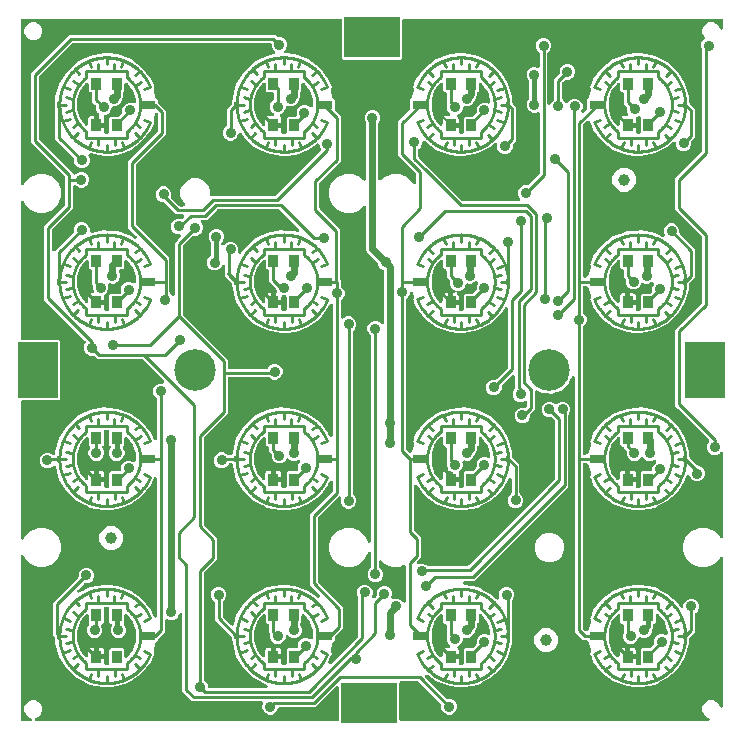
<source format=gbr>
G04 EAGLE Gerber RS-274X export*
G75*
%MOMM*%
%FSLAX34Y34*%
%LPD*%
%INBottom Copper*%
%IPPOS*%
%AMOC8*
5,1,8,0,0,1.08239X$1,22.5*%
G01*
%ADD10C,3.516000*%
%ADD11R,3.400000X4.700000*%
%ADD12R,4.700000X3.400000*%
%ADD13C,0.254000*%
%ADD14R,1.450000X0.635000*%
%ADD15R,0.304800X0.609600*%
%ADD16R,0.850000X1.000000*%
%ADD17C,1.000000*%
%ADD18C,0.906400*%
%ADD19C,0.203200*%
%ADD20C,0.304800*%
%ADD21C,0.406400*%
%ADD22C,0.609600*%

G36*
X-289738Y-297174D02*
X-289738Y-297174D01*
X-289687Y-297176D01*
X-289565Y-297154D01*
X-289442Y-297139D01*
X-289394Y-297122D01*
X-289345Y-297113D01*
X-289230Y-297064D01*
X-289113Y-297022D01*
X-289071Y-296995D01*
X-289025Y-296975D01*
X-288925Y-296900D01*
X-288821Y-296833D01*
X-288786Y-296797D01*
X-288745Y-296767D01*
X-288665Y-296672D01*
X-288578Y-296582D01*
X-288553Y-296539D01*
X-288520Y-296501D01*
X-288463Y-296390D01*
X-288400Y-296283D01*
X-288384Y-296235D01*
X-288361Y-296190D01*
X-288331Y-296070D01*
X-288293Y-295951D01*
X-288289Y-295901D01*
X-288277Y-295852D01*
X-288275Y-295728D01*
X-288265Y-295604D01*
X-288273Y-295554D01*
X-288272Y-295504D01*
X-288299Y-295382D01*
X-288317Y-295259D01*
X-288336Y-295212D01*
X-288346Y-295163D01*
X-288400Y-295051D01*
X-288446Y-294935D01*
X-288475Y-294894D01*
X-288496Y-294848D01*
X-288574Y-294751D01*
X-288645Y-294649D01*
X-288682Y-294615D01*
X-288714Y-294576D01*
X-288811Y-294499D01*
X-288904Y-294416D01*
X-288948Y-294391D01*
X-288987Y-294360D01*
X-289205Y-294249D01*
X-291272Y-293393D01*
X-293393Y-291272D01*
X-294541Y-288500D01*
X-294541Y-285500D01*
X-293393Y-282728D01*
X-291272Y-280607D01*
X-288500Y-279459D01*
X-285500Y-279459D01*
X-282728Y-280607D01*
X-280607Y-282728D01*
X-279459Y-285500D01*
X-279459Y-288500D01*
X-280607Y-291272D01*
X-282728Y-293393D01*
X-284795Y-294249D01*
X-284839Y-294273D01*
X-284887Y-294290D01*
X-284991Y-294358D01*
X-285100Y-294418D01*
X-285137Y-294452D01*
X-285179Y-294479D01*
X-285266Y-294569D01*
X-285358Y-294652D01*
X-285387Y-294694D01*
X-285422Y-294730D01*
X-285485Y-294837D01*
X-285556Y-294939D01*
X-285575Y-294986D01*
X-285600Y-295029D01*
X-285638Y-295147D01*
X-285684Y-295263D01*
X-285691Y-295313D01*
X-285707Y-295361D01*
X-285717Y-295485D01*
X-285735Y-295608D01*
X-285731Y-295658D01*
X-285735Y-295708D01*
X-285716Y-295831D01*
X-285706Y-295955D01*
X-285690Y-296003D01*
X-285683Y-296053D01*
X-285637Y-296168D01*
X-285599Y-296287D01*
X-285573Y-296330D01*
X-285554Y-296377D01*
X-285483Y-296479D01*
X-285419Y-296585D01*
X-285384Y-296622D01*
X-285355Y-296663D01*
X-285263Y-296746D01*
X-285176Y-296835D01*
X-285134Y-296863D01*
X-285096Y-296896D01*
X-284988Y-296956D01*
X-284883Y-297024D01*
X-284835Y-297041D01*
X-284791Y-297065D01*
X-284672Y-297099D01*
X-284554Y-297140D01*
X-284505Y-297146D01*
X-284456Y-297160D01*
X-284212Y-297179D01*
X-29596Y-297179D01*
X-29570Y-297176D01*
X-29544Y-297178D01*
X-29397Y-297156D01*
X-29250Y-297139D01*
X-29225Y-297131D01*
X-29199Y-297127D01*
X-29061Y-297072D01*
X-28922Y-297022D01*
X-28900Y-297008D01*
X-28875Y-296998D01*
X-28754Y-296913D01*
X-28629Y-296833D01*
X-28611Y-296814D01*
X-28589Y-296799D01*
X-28490Y-296689D01*
X-28387Y-296582D01*
X-28373Y-296560D01*
X-28356Y-296540D01*
X-28284Y-296410D01*
X-28208Y-296283D01*
X-28200Y-296258D01*
X-28187Y-296235D01*
X-28147Y-296092D01*
X-28102Y-295951D01*
X-28100Y-295925D01*
X-28092Y-295900D01*
X-28073Y-295656D01*
X-28073Y-268881D01*
X-28084Y-268781D01*
X-28086Y-268681D01*
X-28104Y-268609D01*
X-28113Y-268535D01*
X-28146Y-268440D01*
X-28171Y-268343D01*
X-28205Y-268277D01*
X-28230Y-268207D01*
X-28285Y-268122D01*
X-28331Y-268033D01*
X-28379Y-267976D01*
X-28419Y-267914D01*
X-28491Y-267844D01*
X-28556Y-267768D01*
X-28616Y-267723D01*
X-28670Y-267672D01*
X-28756Y-267620D01*
X-28837Y-267560D01*
X-28905Y-267531D01*
X-28969Y-267493D01*
X-29065Y-267462D01*
X-29157Y-267422D01*
X-29230Y-267409D01*
X-29301Y-267387D01*
X-29401Y-267378D01*
X-29500Y-267361D01*
X-29574Y-267365D01*
X-29648Y-267359D01*
X-29748Y-267373D01*
X-29848Y-267379D01*
X-29919Y-267399D01*
X-29993Y-267410D01*
X-30086Y-267447D01*
X-30183Y-267475D01*
X-30248Y-267512D01*
X-30317Y-267539D01*
X-30399Y-267596D01*
X-30487Y-267645D01*
X-30563Y-267710D01*
X-30603Y-267738D01*
X-30627Y-267764D01*
X-30673Y-267804D01*
X-45731Y-282862D01*
X-48112Y-285243D01*
X-78487Y-285243D01*
X-78563Y-285251D01*
X-78639Y-285250D01*
X-78736Y-285271D01*
X-78833Y-285283D01*
X-78905Y-285308D01*
X-78980Y-285325D01*
X-79069Y-285367D01*
X-79161Y-285400D01*
X-79226Y-285442D01*
X-79295Y-285474D01*
X-79372Y-285536D01*
X-79454Y-285589D01*
X-79507Y-285644D01*
X-79567Y-285692D01*
X-79628Y-285769D01*
X-79696Y-285840D01*
X-79736Y-285905D01*
X-79783Y-285965D01*
X-79851Y-286098D01*
X-79875Y-286139D01*
X-79881Y-286157D01*
X-79894Y-286183D01*
X-80945Y-288719D01*
X-82791Y-290565D01*
X-85204Y-291565D01*
X-87816Y-291565D01*
X-90229Y-290565D01*
X-92075Y-288719D01*
X-93075Y-286306D01*
X-93075Y-283694D01*
X-92484Y-282269D01*
X-92443Y-282124D01*
X-92397Y-281981D01*
X-92395Y-281957D01*
X-92389Y-281934D01*
X-92381Y-281783D01*
X-92369Y-281634D01*
X-92373Y-281610D01*
X-92372Y-281586D01*
X-92399Y-281438D01*
X-92421Y-281289D01*
X-92430Y-281267D01*
X-92434Y-281243D01*
X-92494Y-281105D01*
X-92550Y-280965D01*
X-92564Y-280945D01*
X-92573Y-280923D01*
X-92663Y-280802D01*
X-92749Y-280679D01*
X-92767Y-280663D01*
X-92781Y-280643D01*
X-92896Y-280546D01*
X-93007Y-280446D01*
X-93029Y-280434D01*
X-93047Y-280418D01*
X-93181Y-280350D01*
X-93312Y-280277D01*
X-93336Y-280271D01*
X-93357Y-280260D01*
X-93503Y-280223D01*
X-93648Y-280182D01*
X-93677Y-280180D01*
X-93695Y-280175D01*
X-93743Y-280175D01*
X-93892Y-280163D01*
X-152498Y-280163D01*
X-154879Y-277782D01*
X-158402Y-274259D01*
X-160783Y-271878D01*
X-160783Y-207125D01*
X-160788Y-207075D01*
X-160786Y-207025D01*
X-160808Y-206903D01*
X-160823Y-206779D01*
X-160840Y-206732D01*
X-160849Y-206682D01*
X-160898Y-206568D01*
X-160940Y-206451D01*
X-160967Y-206409D01*
X-160987Y-206363D01*
X-161062Y-206263D01*
X-161129Y-206158D01*
X-161165Y-206123D01*
X-161195Y-206083D01*
X-161290Y-206003D01*
X-161380Y-205916D01*
X-161423Y-205890D01*
X-161461Y-205858D01*
X-161572Y-205801D01*
X-161679Y-205737D01*
X-161727Y-205722D01*
X-161772Y-205699D01*
X-161892Y-205669D01*
X-162011Y-205631D01*
X-162061Y-205627D01*
X-162110Y-205615D01*
X-162234Y-205613D01*
X-162358Y-205603D01*
X-162408Y-205610D01*
X-162458Y-205610D01*
X-162580Y-205636D01*
X-162703Y-205655D01*
X-162750Y-205673D01*
X-162799Y-205684D01*
X-162911Y-205737D01*
X-163027Y-205783D01*
X-163068Y-205812D01*
X-163114Y-205834D01*
X-163211Y-205911D01*
X-163313Y-205982D01*
X-163347Y-206020D01*
X-163386Y-206051D01*
X-163463Y-206149D01*
X-163546Y-206241D01*
X-163571Y-206285D01*
X-163602Y-206325D01*
X-163713Y-206542D01*
X-164615Y-208719D01*
X-166461Y-210565D01*
X-168874Y-211565D01*
X-171486Y-211565D01*
X-173401Y-210771D01*
X-173546Y-210730D01*
X-173689Y-210684D01*
X-173713Y-210682D01*
X-173736Y-210676D01*
X-173887Y-210668D01*
X-174036Y-210656D01*
X-174060Y-210660D01*
X-174084Y-210659D01*
X-174232Y-210686D01*
X-174381Y-210708D01*
X-174403Y-210717D01*
X-174427Y-210721D01*
X-174565Y-210781D01*
X-174705Y-210837D01*
X-174725Y-210851D01*
X-174747Y-210860D01*
X-174868Y-210950D01*
X-174991Y-211036D01*
X-175007Y-211054D01*
X-175027Y-211068D01*
X-175124Y-211183D01*
X-175224Y-211294D01*
X-175236Y-211316D01*
X-175252Y-211334D01*
X-175320Y-211468D01*
X-175393Y-211600D01*
X-175399Y-211623D01*
X-175410Y-211644D01*
X-175447Y-211790D01*
X-175488Y-211935D01*
X-175490Y-211964D01*
X-175495Y-211983D01*
X-175495Y-212030D01*
X-175507Y-212179D01*
X-175507Y-221368D01*
X-181271Y-227132D01*
X-181350Y-227231D01*
X-181434Y-227325D01*
X-181458Y-227367D01*
X-181488Y-227405D01*
X-181542Y-227519D01*
X-181603Y-227630D01*
X-181616Y-227676D01*
X-181637Y-227720D01*
X-181663Y-227843D01*
X-181698Y-227965D01*
X-181703Y-228026D01*
X-181710Y-228061D01*
X-181709Y-228109D01*
X-181717Y-228209D01*
X-181717Y-229017D01*
X-182995Y-230295D01*
X-183003Y-230297D01*
X-183082Y-230335D01*
X-183165Y-230365D01*
X-183238Y-230412D01*
X-183316Y-230451D01*
X-183384Y-230506D01*
X-183458Y-230554D01*
X-183518Y-230617D01*
X-183585Y-230672D01*
X-183639Y-230741D01*
X-183700Y-230805D01*
X-183745Y-230879D01*
X-183797Y-230948D01*
X-183834Y-231028D01*
X-183879Y-231104D01*
X-183905Y-231187D01*
X-183941Y-231266D01*
X-183970Y-231388D01*
X-183985Y-231436D01*
X-183987Y-231462D01*
X-183997Y-231504D01*
X-184882Y-237375D01*
X-184925Y-237465D01*
X-184926Y-237469D01*
X-184928Y-237472D01*
X-184984Y-237635D01*
X-185039Y-237794D01*
X-185040Y-237798D01*
X-185041Y-237802D01*
X-185058Y-237972D01*
X-185076Y-238141D01*
X-185075Y-238145D01*
X-185076Y-238149D01*
X-185054Y-238317D01*
X-185033Y-238487D01*
X-185031Y-238490D01*
X-185031Y-238494D01*
X-184953Y-238726D01*
X-184422Y-239965D01*
X-184936Y-241232D01*
X-184937Y-241235D01*
X-184938Y-241239D01*
X-185620Y-242943D01*
X-185625Y-242950D01*
X-185642Y-242995D01*
X-185685Y-243081D01*
X-187192Y-246797D01*
X-194552Y-256265D01*
X-204210Y-263371D01*
X-209387Y-265312D01*
X-209399Y-265318D01*
X-209418Y-265324D01*
X-210388Y-265712D01*
X-210401Y-265713D01*
X-210482Y-265737D01*
X-210526Y-265744D01*
X-210564Y-265760D01*
X-210636Y-265781D01*
X-215438Y-267581D01*
X-223033Y-268213D01*
X-223095Y-268226D01*
X-223159Y-268229D01*
X-223266Y-268260D01*
X-223375Y-268282D01*
X-223420Y-268303D01*
X-224042Y-268303D01*
X-224086Y-268308D01*
X-224168Y-268308D01*
X-227388Y-268576D01*
X-239158Y-266281D01*
X-242760Y-264459D01*
X-242803Y-264443D01*
X-242882Y-264404D01*
X-242896Y-264399D01*
X-242938Y-264373D01*
X-242959Y-264359D01*
X-242965Y-264357D01*
X-242972Y-264352D01*
X-249859Y-260869D01*
X-258683Y-252749D01*
X-264964Y-242535D01*
X-268228Y-230996D01*
X-268228Y-229850D01*
X-268242Y-229724D01*
X-268249Y-229598D01*
X-268262Y-229552D01*
X-268268Y-229504D01*
X-268310Y-229385D01*
X-268345Y-229263D01*
X-268369Y-229221D01*
X-268385Y-229176D01*
X-268454Y-229069D01*
X-268515Y-228959D01*
X-268555Y-228913D01*
X-268557Y-228910D01*
X-268557Y-226745D01*
X-268571Y-226619D01*
X-268578Y-226493D01*
X-268591Y-226447D01*
X-268597Y-226399D01*
X-268639Y-226280D01*
X-268674Y-226158D01*
X-268698Y-226116D01*
X-268714Y-226071D01*
X-268783Y-225964D01*
X-268844Y-225854D01*
X-268884Y-225808D01*
X-268903Y-225778D01*
X-268938Y-225744D01*
X-269003Y-225668D01*
X-270003Y-224668D01*
X-270003Y-196752D01*
X-267679Y-194428D01*
X-267612Y-194371D01*
X-249151Y-175910D01*
X-249072Y-175811D01*
X-248988Y-175717D01*
X-248964Y-175675D01*
X-248934Y-175637D01*
X-248880Y-175523D01*
X-248819Y-175412D01*
X-248806Y-175366D01*
X-248785Y-175322D01*
X-248759Y-175199D01*
X-248724Y-175077D01*
X-248719Y-175016D01*
X-248712Y-174981D01*
X-248713Y-174933D01*
X-248705Y-174833D01*
X-248705Y-172264D01*
X-247705Y-169851D01*
X-245859Y-168005D01*
X-243446Y-167005D01*
X-240834Y-167005D01*
X-238421Y-168005D01*
X-236575Y-169851D01*
X-235575Y-172264D01*
X-235575Y-174876D01*
X-236575Y-177289D01*
X-238421Y-179135D01*
X-240834Y-180135D01*
X-243403Y-180135D01*
X-243529Y-180149D01*
X-243655Y-180156D01*
X-243701Y-180169D01*
X-243749Y-180175D01*
X-243868Y-180217D01*
X-243990Y-180252D01*
X-244032Y-180276D01*
X-244077Y-180292D01*
X-244184Y-180361D01*
X-244294Y-180422D01*
X-244340Y-180462D01*
X-244370Y-180481D01*
X-244404Y-180516D01*
X-244480Y-180581D01*
X-249540Y-185640D01*
X-249607Y-185725D01*
X-249681Y-185803D01*
X-249715Y-185861D01*
X-249756Y-185913D01*
X-249802Y-186011D01*
X-249857Y-186104D01*
X-249877Y-186168D01*
X-249905Y-186229D01*
X-249928Y-186334D01*
X-249960Y-186437D01*
X-249964Y-186504D01*
X-249979Y-186569D01*
X-249977Y-186677D01*
X-249984Y-186784D01*
X-249974Y-186851D01*
X-249973Y-186918D01*
X-249946Y-187022D01*
X-249929Y-187129D01*
X-249904Y-187191D01*
X-249888Y-187256D01*
X-249838Y-187352D01*
X-249798Y-187451D01*
X-249759Y-187506D01*
X-249728Y-187565D01*
X-249658Y-187648D01*
X-249596Y-187735D01*
X-249546Y-187780D01*
X-249502Y-187831D01*
X-249415Y-187895D01*
X-249335Y-187966D01*
X-249276Y-187998D01*
X-249222Y-188038D01*
X-249123Y-188081D01*
X-249028Y-188132D01*
X-248963Y-188150D01*
X-248902Y-188176D01*
X-248796Y-188195D01*
X-248692Y-188223D01*
X-248625Y-188226D01*
X-248559Y-188238D01*
X-248451Y-188232D01*
X-248344Y-188236D01*
X-248278Y-188223D01*
X-248211Y-188220D01*
X-248107Y-188190D01*
X-248002Y-188169D01*
X-247920Y-188136D01*
X-247876Y-188123D01*
X-247841Y-188104D01*
X-247775Y-188077D01*
X-242972Y-185648D01*
X-242922Y-185615D01*
X-242868Y-185590D01*
X-242861Y-185584D01*
X-242842Y-185574D01*
X-242760Y-185541D01*
X-239158Y-183719D01*
X-227388Y-181424D01*
X-224168Y-181692D01*
X-224124Y-181691D01*
X-224042Y-181697D01*
X-223425Y-181697D01*
X-223396Y-181711D01*
X-223334Y-181725D01*
X-223274Y-181747D01*
X-223088Y-181777D01*
X-223055Y-181785D01*
X-223046Y-181784D01*
X-223033Y-181787D01*
X-215438Y-182419D01*
X-204210Y-186629D01*
X-194552Y-193735D01*
X-187192Y-203203D01*
X-185685Y-206919D01*
X-185648Y-206987D01*
X-185050Y-208481D01*
X-185022Y-208534D01*
X-185002Y-208590D01*
X-184939Y-208687D01*
X-184885Y-208788D01*
X-184845Y-208833D01*
X-184813Y-208883D01*
X-184730Y-208963D01*
X-184654Y-209049D01*
X-184605Y-209084D01*
X-184562Y-209125D01*
X-184463Y-209184D01*
X-184369Y-209251D01*
X-184314Y-209273D01*
X-184263Y-209304D01*
X-184153Y-209339D01*
X-184047Y-209383D01*
X-183988Y-209392D01*
X-183931Y-209410D01*
X-183816Y-209419D01*
X-183703Y-209438D01*
X-183643Y-209433D01*
X-183584Y-209438D01*
X-183470Y-209421D01*
X-183355Y-209413D01*
X-183298Y-209395D01*
X-183239Y-209386D01*
X-183132Y-209344D01*
X-183022Y-209310D01*
X-182971Y-209280D01*
X-182915Y-209258D01*
X-182821Y-209192D01*
X-182721Y-209134D01*
X-182678Y-209093D01*
X-182629Y-209059D01*
X-182552Y-208973D01*
X-182468Y-208894D01*
X-182436Y-208844D01*
X-182396Y-208800D01*
X-182340Y-208699D01*
X-182277Y-208603D01*
X-182256Y-208547D01*
X-182227Y-208495D01*
X-182196Y-208384D01*
X-182156Y-208276D01*
X-182149Y-208217D01*
X-182132Y-208160D01*
X-182116Y-207955D01*
X-182113Y-207930D01*
X-182113Y-207924D01*
X-182113Y-207916D01*
X-182113Y-92084D01*
X-182120Y-92025D01*
X-182117Y-91965D01*
X-182139Y-91852D01*
X-182153Y-91738D01*
X-182173Y-91682D01*
X-182184Y-91623D01*
X-182231Y-91518D01*
X-182270Y-91410D01*
X-182302Y-91360D01*
X-182327Y-91305D01*
X-182397Y-91214D01*
X-182459Y-91117D01*
X-182502Y-91076D01*
X-182538Y-91028D01*
X-182627Y-90955D01*
X-182710Y-90875D01*
X-182761Y-90844D01*
X-182807Y-90806D01*
X-182910Y-90755D01*
X-183009Y-90696D01*
X-183066Y-90678D01*
X-183119Y-90651D01*
X-183231Y-90625D01*
X-183341Y-90590D01*
X-183400Y-90585D01*
X-183458Y-90571D01*
X-183574Y-90571D01*
X-183688Y-90562D01*
X-183747Y-90571D01*
X-183807Y-90571D01*
X-183919Y-90597D01*
X-184033Y-90614D01*
X-184088Y-90636D01*
X-184146Y-90649D01*
X-184250Y-90700D01*
X-184357Y-90742D01*
X-184406Y-90776D01*
X-184459Y-90803D01*
X-184548Y-90876D01*
X-184643Y-90941D01*
X-184683Y-90985D01*
X-184729Y-91023D01*
X-184799Y-91115D01*
X-184876Y-91200D01*
X-184905Y-91252D01*
X-184942Y-91300D01*
X-185033Y-91483D01*
X-185045Y-91505D01*
X-185046Y-91511D01*
X-185050Y-91519D01*
X-185620Y-92943D01*
X-185625Y-92950D01*
X-185642Y-92995D01*
X-185685Y-93081D01*
X-187192Y-96797D01*
X-194552Y-106265D01*
X-204210Y-113371D01*
X-209387Y-115312D01*
X-209399Y-115318D01*
X-209418Y-115324D01*
X-210388Y-115712D01*
X-210401Y-115713D01*
X-210482Y-115737D01*
X-210526Y-115744D01*
X-210564Y-115760D01*
X-210636Y-115781D01*
X-215438Y-117581D01*
X-223033Y-118213D01*
X-223095Y-118226D01*
X-223159Y-118229D01*
X-223266Y-118260D01*
X-223375Y-118282D01*
X-223420Y-118303D01*
X-224042Y-118303D01*
X-224086Y-118308D01*
X-224168Y-118308D01*
X-227389Y-118576D01*
X-239158Y-116281D01*
X-242760Y-114459D01*
X-242803Y-114444D01*
X-242882Y-114404D01*
X-242896Y-114399D01*
X-242938Y-114373D01*
X-242959Y-114359D01*
X-242965Y-114357D01*
X-242972Y-114352D01*
X-249859Y-110869D01*
X-258683Y-102749D01*
X-264964Y-92535D01*
X-267991Y-81831D01*
X-268016Y-81770D01*
X-268032Y-81707D01*
X-268082Y-81610D01*
X-268124Y-81508D01*
X-268162Y-81455D01*
X-268192Y-81397D01*
X-268263Y-81314D01*
X-268326Y-81225D01*
X-268375Y-81182D01*
X-268418Y-81132D01*
X-268506Y-81067D01*
X-268588Y-80994D01*
X-268646Y-80964D01*
X-268698Y-80925D01*
X-268799Y-80881D01*
X-268895Y-80830D01*
X-268958Y-80813D01*
X-269018Y-80787D01*
X-269126Y-80767D01*
X-269232Y-80739D01*
X-269297Y-80737D01*
X-269361Y-80725D01*
X-269470Y-80731D01*
X-269580Y-80727D01*
X-269644Y-80740D01*
X-269709Y-80743D01*
X-269814Y-80773D01*
X-269922Y-80795D01*
X-269981Y-80822D01*
X-270044Y-80840D01*
X-270139Y-80893D01*
X-270239Y-80938D01*
X-270291Y-80978D01*
X-270348Y-81010D01*
X-270488Y-81128D01*
X-270516Y-81150D01*
X-270523Y-81158D01*
X-270534Y-81168D01*
X-271281Y-81915D01*
X-273694Y-82915D01*
X-276306Y-82915D01*
X-278719Y-81915D01*
X-280565Y-80069D01*
X-281565Y-77656D01*
X-281565Y-75044D01*
X-280565Y-72631D01*
X-278719Y-70785D01*
X-276306Y-69785D01*
X-273694Y-69785D01*
X-271281Y-70785D01*
X-270834Y-71233D01*
X-270813Y-71249D01*
X-270796Y-71269D01*
X-270689Y-71348D01*
X-270677Y-71359D01*
X-270663Y-71368D01*
X-270561Y-71449D01*
X-270537Y-71460D01*
X-270516Y-71476D01*
X-270395Y-71528D01*
X-270378Y-71538D01*
X-270360Y-71544D01*
X-270245Y-71598D01*
X-270220Y-71604D01*
X-270196Y-71614D01*
X-270071Y-71636D01*
X-270046Y-71644D01*
X-270021Y-71646D01*
X-269905Y-71671D01*
X-269879Y-71671D01*
X-269853Y-71676D01*
X-269733Y-71670D01*
X-269699Y-71672D01*
X-269666Y-71667D01*
X-269556Y-71666D01*
X-269531Y-71659D01*
X-269505Y-71658D01*
X-269400Y-71627D01*
X-269354Y-71621D01*
X-269313Y-71604D01*
X-269218Y-71581D01*
X-269195Y-71569D01*
X-269170Y-71561D01*
X-269084Y-71514D01*
X-269030Y-71492D01*
X-268984Y-71460D01*
X-268908Y-71421D01*
X-268888Y-71404D01*
X-268866Y-71391D01*
X-268778Y-71317D01*
X-268744Y-71293D01*
X-268723Y-71270D01*
X-268679Y-71233D01*
X-268674Y-71227D01*
X-268660Y-71209D01*
X-268643Y-71195D01*
X-268586Y-71118D01*
X-268511Y-71034D01*
X-268487Y-70992D01*
X-268457Y-70954D01*
X-268443Y-70925D01*
X-268436Y-70915D01*
X-268407Y-70848D01*
X-268403Y-70840D01*
X-268342Y-70729D01*
X-268329Y-70683D01*
X-268308Y-70639D01*
X-268300Y-70599D01*
X-268298Y-70595D01*
X-268293Y-70569D01*
X-268282Y-70516D01*
X-268247Y-70394D01*
X-268242Y-70333D01*
X-268235Y-70298D01*
X-268236Y-70250D01*
X-268228Y-70150D01*
X-268228Y-69004D01*
X-264964Y-57465D01*
X-258683Y-47251D01*
X-249859Y-39131D01*
X-242972Y-35648D01*
X-242922Y-35615D01*
X-242868Y-35590D01*
X-242861Y-35584D01*
X-242842Y-35574D01*
X-242760Y-35541D01*
X-239158Y-33719D01*
X-227388Y-31424D01*
X-224168Y-31692D01*
X-224124Y-31691D01*
X-224042Y-31697D01*
X-223425Y-31697D01*
X-223396Y-31711D01*
X-223334Y-31725D01*
X-223274Y-31747D01*
X-223088Y-31777D01*
X-223055Y-31785D01*
X-223046Y-31784D01*
X-223033Y-31787D01*
X-215438Y-32419D01*
X-204210Y-36629D01*
X-194552Y-43735D01*
X-187192Y-53203D01*
X-185685Y-56919D01*
X-185648Y-56987D01*
X-185050Y-58481D01*
X-185022Y-58534D01*
X-185002Y-58590D01*
X-184939Y-58687D01*
X-184885Y-58788D01*
X-184845Y-58833D01*
X-184813Y-58883D01*
X-184730Y-58963D01*
X-184654Y-59049D01*
X-184605Y-59084D01*
X-184562Y-59125D01*
X-184463Y-59184D01*
X-184370Y-59251D01*
X-184314Y-59273D01*
X-184263Y-59304D01*
X-184153Y-59339D01*
X-184047Y-59383D01*
X-183988Y-59392D01*
X-183931Y-59410D01*
X-183816Y-59419D01*
X-183703Y-59438D01*
X-183643Y-59433D01*
X-183584Y-59438D01*
X-183470Y-59421D01*
X-183355Y-59413D01*
X-183298Y-59395D01*
X-183239Y-59386D01*
X-183132Y-59344D01*
X-183022Y-59310D01*
X-182971Y-59280D01*
X-182915Y-59258D01*
X-182821Y-59192D01*
X-182721Y-59134D01*
X-182678Y-59093D01*
X-182629Y-59059D01*
X-182552Y-58973D01*
X-182468Y-58894D01*
X-182436Y-58844D01*
X-182396Y-58800D01*
X-182340Y-58699D01*
X-182277Y-58603D01*
X-182256Y-58547D01*
X-182227Y-58495D01*
X-182196Y-58384D01*
X-182156Y-58276D01*
X-182149Y-58217D01*
X-182132Y-58160D01*
X-182116Y-57955D01*
X-182113Y-57930D01*
X-182113Y-57924D01*
X-182113Y-57916D01*
X-182113Y-24643D01*
X-182122Y-24567D01*
X-182120Y-24490D01*
X-182141Y-24394D01*
X-182153Y-24297D01*
X-182179Y-24224D01*
X-182195Y-24149D01*
X-182237Y-24061D01*
X-182270Y-23969D01*
X-182312Y-23904D01*
X-182345Y-23835D01*
X-182406Y-23758D01*
X-182459Y-23676D01*
X-182514Y-23623D01*
X-182563Y-23562D01*
X-182606Y-23528D01*
X-184635Y-21499D01*
X-185635Y-19086D01*
X-185635Y-16474D01*
X-184635Y-14061D01*
X-182789Y-12215D01*
X-180376Y-11215D01*
X-177473Y-11215D01*
X-177373Y-11204D01*
X-177273Y-11202D01*
X-177201Y-11184D01*
X-177127Y-11175D01*
X-177032Y-11142D01*
X-176935Y-11117D01*
X-176869Y-11083D01*
X-176799Y-11058D01*
X-176714Y-11003D01*
X-176625Y-10957D01*
X-176568Y-10909D01*
X-176506Y-10869D01*
X-176436Y-10797D01*
X-176360Y-10732D01*
X-176315Y-10672D01*
X-176264Y-10618D01*
X-176212Y-10532D01*
X-176152Y-10451D01*
X-176123Y-10383D01*
X-176085Y-10319D01*
X-176054Y-10223D01*
X-176014Y-10131D01*
X-176001Y-10058D01*
X-175979Y-9987D01*
X-175970Y-9887D01*
X-175953Y-9788D01*
X-175957Y-9714D01*
X-175951Y-9640D01*
X-175965Y-9540D01*
X-175971Y-9440D01*
X-175991Y-9369D01*
X-176002Y-9295D01*
X-176039Y-9202D01*
X-176067Y-9105D01*
X-176104Y-9040D01*
X-176131Y-8971D01*
X-176188Y-8889D01*
X-176237Y-8801D01*
X-176302Y-8725D01*
X-176330Y-8685D01*
X-176356Y-8661D01*
X-176396Y-8615D01*
X-193962Y8951D01*
X-194061Y9030D01*
X-194155Y9114D01*
X-194197Y9138D01*
X-194235Y9168D01*
X-194349Y9222D01*
X-194460Y9283D01*
X-194506Y9296D01*
X-194550Y9317D01*
X-194673Y9343D01*
X-194795Y9378D01*
X-194856Y9383D01*
X-194891Y9390D01*
X-194939Y9389D01*
X-195039Y9397D01*
X-232508Y9397D01*
X-234889Y11778D01*
X-235150Y12039D01*
X-235249Y12118D01*
X-235343Y12202D01*
X-235385Y12226D01*
X-235423Y12256D01*
X-235537Y12310D01*
X-235648Y12371D01*
X-235694Y12384D01*
X-235738Y12405D01*
X-235862Y12431D01*
X-235983Y12466D01*
X-236044Y12471D01*
X-236079Y12478D01*
X-236127Y12477D01*
X-236227Y12485D01*
X-238796Y12485D01*
X-241209Y13485D01*
X-243055Y15331D01*
X-244055Y17744D01*
X-244055Y20356D01*
X-243055Y22769D01*
X-243005Y22819D01*
X-242988Y22840D01*
X-242968Y22857D01*
X-242880Y22976D01*
X-242788Y23092D01*
X-242777Y23116D01*
X-242761Y23137D01*
X-242702Y23274D01*
X-242639Y23408D01*
X-242633Y23433D01*
X-242623Y23457D01*
X-242597Y23603D01*
X-242566Y23748D01*
X-242566Y23774D01*
X-242561Y23800D01*
X-242569Y23948D01*
X-242571Y24097D01*
X-242578Y24122D01*
X-242579Y24148D01*
X-242620Y24291D01*
X-242656Y24435D01*
X-242669Y24458D01*
X-242676Y24483D01*
X-242748Y24612D01*
X-242816Y24744D01*
X-242833Y24764D01*
X-242846Y24787D01*
X-243004Y24974D01*
X-277623Y59592D01*
X-277623Y122018D01*
X-260289Y139352D01*
X-260210Y139451D01*
X-260126Y139545D01*
X-260102Y139587D01*
X-260072Y139625D01*
X-260018Y139739D01*
X-259957Y139850D01*
X-259944Y139896D01*
X-259923Y139940D01*
X-259897Y140063D01*
X-259862Y140185D01*
X-259857Y140246D01*
X-259850Y140281D01*
X-259851Y140329D01*
X-259843Y140429D01*
X-259843Y163101D01*
X-259857Y163227D01*
X-259864Y163353D01*
X-259877Y163399D01*
X-259883Y163447D01*
X-259925Y163566D01*
X-259960Y163688D01*
X-259984Y163730D01*
X-260000Y163775D01*
X-260069Y163882D01*
X-260130Y163992D01*
X-260170Y164038D01*
X-260189Y164068D01*
X-260224Y164102D01*
X-260289Y164178D01*
X-289053Y192942D01*
X-289053Y251558D01*
X-286672Y253939D01*
X-259019Y281592D01*
X-256638Y283973D01*
X-82452Y283973D01*
X-81080Y282601D01*
X-80981Y282522D01*
X-80887Y282438D01*
X-80845Y282414D01*
X-80807Y282384D01*
X-80693Y282330D01*
X-80582Y282269D01*
X-80536Y282256D01*
X-80492Y282235D01*
X-80369Y282209D01*
X-80247Y282174D01*
X-80186Y282169D01*
X-80151Y282162D01*
X-80103Y282163D01*
X-80003Y282155D01*
X-77434Y282155D01*
X-75021Y281155D01*
X-73175Y279309D01*
X-72175Y276896D01*
X-72175Y274284D01*
X-73175Y271871D01*
X-74143Y270903D01*
X-74205Y270824D01*
X-74275Y270752D01*
X-74313Y270688D01*
X-74360Y270630D01*
X-74403Y270539D01*
X-74454Y270453D01*
X-74477Y270382D01*
X-74509Y270315D01*
X-74530Y270217D01*
X-74560Y270121D01*
X-74566Y270047D01*
X-74582Y269974D01*
X-74580Y269874D01*
X-74588Y269774D01*
X-74577Y269700D01*
X-74576Y269626D01*
X-74551Y269529D01*
X-74537Y269429D01*
X-74509Y269360D01*
X-74491Y269288D01*
X-74445Y269199D01*
X-74408Y269105D01*
X-74365Y269044D01*
X-74331Y268978D01*
X-74266Y268902D01*
X-74209Y268819D01*
X-74154Y268769D01*
X-74105Y268713D01*
X-74025Y268653D01*
X-73950Y268586D01*
X-73885Y268550D01*
X-73825Y268505D01*
X-73761Y268478D01*
X-73711Y268438D01*
X-73653Y268411D01*
X-73601Y268376D01*
X-73496Y268337D01*
X-73396Y268289D01*
X-73334Y268275D01*
X-73274Y268253D01*
X-73088Y268223D01*
X-73055Y268215D01*
X-73046Y268216D01*
X-73033Y268213D01*
X-65438Y267581D01*
X-54210Y263371D01*
X-44552Y256265D01*
X-37192Y246797D01*
X-35685Y243081D01*
X-35648Y243013D01*
X-34938Y241238D01*
X-34937Y241236D01*
X-34935Y241232D01*
X-34422Y239965D01*
X-34953Y238726D01*
X-34954Y238722D01*
X-34956Y238719D01*
X-35003Y238558D01*
X-35053Y238392D01*
X-35053Y238388D01*
X-35054Y238384D01*
X-35063Y238214D01*
X-35074Y238044D01*
X-35073Y238040D01*
X-35073Y238036D01*
X-35044Y237868D01*
X-35015Y237701D01*
X-35014Y237697D01*
X-35013Y237693D01*
X-34925Y237465D01*
X-34882Y237375D01*
X-33997Y231504D01*
X-33974Y231420D01*
X-33961Y231334D01*
X-33929Y231252D01*
X-33906Y231168D01*
X-33865Y231091D01*
X-33832Y231010D01*
X-33782Y230938D01*
X-33741Y230861D01*
X-33683Y230795D01*
X-33634Y230724D01*
X-33568Y230665D01*
X-33510Y230599D01*
X-33439Y230549D01*
X-33375Y230491D01*
X-33298Y230448D01*
X-33226Y230397D01*
X-33146Y230364D01*
X-33070Y230322D01*
X-33004Y230303D01*
X-31717Y229017D01*
X-31717Y221019D01*
X-31703Y220893D01*
X-31696Y220767D01*
X-31683Y220721D01*
X-31677Y220673D01*
X-31635Y220554D01*
X-31600Y220432D01*
X-31576Y220390D01*
X-31560Y220345D01*
X-31491Y220238D01*
X-31430Y220128D01*
X-31390Y220082D01*
X-31371Y220052D01*
X-31336Y220018D01*
X-31271Y219942D01*
X-29078Y217749D01*
X-26697Y215368D01*
X-26697Y176912D01*
X-44511Y159098D01*
X-44590Y158999D01*
X-44674Y158905D01*
X-44698Y158863D01*
X-44728Y158825D01*
X-44782Y158711D01*
X-44843Y158600D01*
X-44856Y158554D01*
X-44877Y158510D01*
X-44903Y158387D01*
X-44938Y158265D01*
X-44943Y158204D01*
X-44950Y158169D01*
X-44949Y158121D01*
X-44957Y158021D01*
X-44957Y137889D01*
X-44943Y137763D01*
X-44936Y137637D01*
X-44923Y137591D01*
X-44917Y137543D01*
X-44875Y137424D01*
X-44840Y137302D01*
X-44816Y137260D01*
X-44800Y137215D01*
X-44731Y137108D01*
X-44670Y136998D01*
X-44630Y136952D01*
X-44611Y136922D01*
X-44576Y136888D01*
X-44511Y136812D01*
X-27177Y119478D01*
X-27177Y77479D01*
X-27163Y77353D01*
X-27156Y77227D01*
X-27143Y77181D01*
X-27137Y77133D01*
X-27095Y77014D01*
X-27060Y76892D01*
X-27036Y76850D01*
X-27020Y76805D01*
X-26951Y76698D01*
X-26890Y76588D01*
X-26850Y76542D01*
X-26831Y76512D01*
X-26796Y76478D01*
X-26731Y76402D01*
X-26697Y76368D01*
X-26697Y71932D01*
X-26683Y71807D01*
X-26676Y71680D01*
X-26663Y71634D01*
X-26657Y71586D01*
X-26615Y71467D01*
X-26580Y71346D01*
X-26556Y71303D01*
X-26540Y71258D01*
X-26471Y71152D01*
X-26410Y71041D01*
X-26370Y70995D01*
X-26351Y70965D01*
X-26316Y70932D01*
X-26251Y70855D01*
X-24435Y69039D01*
X-23435Y66626D01*
X-23435Y64014D01*
X-24435Y61601D01*
X-26251Y59785D01*
X-26330Y59686D01*
X-26414Y59592D01*
X-26438Y59550D01*
X-26468Y59512D01*
X-26522Y59398D01*
X-26583Y59287D01*
X-26596Y59240D01*
X-26617Y59197D01*
X-26643Y59073D01*
X-26678Y58952D01*
X-26683Y58891D01*
X-26690Y58856D01*
X-26689Y58808D01*
X-26697Y58708D01*
X-26697Y45234D01*
X-26686Y45134D01*
X-26684Y45034D01*
X-26666Y44962D01*
X-26657Y44888D01*
X-26624Y44793D01*
X-26599Y44696D01*
X-26565Y44630D01*
X-26540Y44560D01*
X-26485Y44475D01*
X-26439Y44386D01*
X-26391Y44329D01*
X-26351Y44267D01*
X-26279Y44197D01*
X-26214Y44121D01*
X-26154Y44077D01*
X-26100Y44025D01*
X-26014Y43973D01*
X-25933Y43914D01*
X-25865Y43884D01*
X-25801Y43846D01*
X-25706Y43815D01*
X-25613Y43776D01*
X-25540Y43762D01*
X-25469Y43740D01*
X-25369Y43732D01*
X-25270Y43714D01*
X-25196Y43718D01*
X-25122Y43712D01*
X-25023Y43727D01*
X-24922Y43732D01*
X-24851Y43752D01*
X-24777Y43763D01*
X-24684Y43801D01*
X-24587Y43828D01*
X-24522Y43865D01*
X-24453Y43892D01*
X-24371Y43949D01*
X-24283Y43999D01*
X-24207Y44064D01*
X-24167Y44091D01*
X-24143Y44118D01*
X-24097Y44157D01*
X-23719Y44535D01*
X-21306Y45535D01*
X-18694Y45535D01*
X-16281Y44535D01*
X-14435Y42689D01*
X-13435Y40276D01*
X-13435Y37664D01*
X-14435Y35251D01*
X-16251Y33435D01*
X-16330Y33336D01*
X-16414Y33242D01*
X-16438Y33200D01*
X-16468Y33162D01*
X-16522Y33048D01*
X-16583Y32937D01*
X-16596Y32890D01*
X-16617Y32847D01*
X-16643Y32723D01*
X-16678Y32602D01*
X-16683Y32541D01*
X-16690Y32506D01*
X-16689Y32458D01*
X-16697Y32358D01*
X-16697Y-103878D01*
X-16683Y-104003D01*
X-16676Y-104130D01*
X-16663Y-104176D01*
X-16657Y-104224D01*
X-16615Y-104343D01*
X-16580Y-104464D01*
X-16556Y-104507D01*
X-16540Y-104552D01*
X-16471Y-104658D01*
X-16410Y-104769D01*
X-16370Y-104815D01*
X-16351Y-104845D01*
X-16316Y-104878D01*
X-16251Y-104955D01*
X-14435Y-106771D01*
X-13435Y-109184D01*
X-13435Y-111796D01*
X-14435Y-114209D01*
X-16281Y-116055D01*
X-18694Y-117055D01*
X-21306Y-117055D01*
X-23719Y-116055D01*
X-25565Y-114209D01*
X-26565Y-111796D01*
X-26565Y-109184D01*
X-26463Y-108938D01*
X-26449Y-108889D01*
X-26427Y-108844D01*
X-26401Y-108722D01*
X-26367Y-108603D01*
X-26365Y-108552D01*
X-26354Y-108503D01*
X-26356Y-108379D01*
X-26350Y-108255D01*
X-26359Y-108205D01*
X-26360Y-108155D01*
X-26390Y-108034D01*
X-26413Y-107912D01*
X-26433Y-107866D01*
X-26445Y-107817D01*
X-26502Y-107706D01*
X-26551Y-107592D01*
X-26581Y-107552D01*
X-26605Y-107507D01*
X-26685Y-107412D01*
X-26759Y-107312D01*
X-26798Y-107280D01*
X-26830Y-107242D01*
X-26930Y-107168D01*
X-27025Y-107087D01*
X-27070Y-107064D01*
X-27111Y-107034D01*
X-27225Y-106985D01*
X-27336Y-106929D01*
X-27385Y-106916D01*
X-27431Y-106896D01*
X-27553Y-106874D01*
X-27674Y-106844D01*
X-27724Y-106844D01*
X-27774Y-106835D01*
X-27898Y-106841D01*
X-28022Y-106839D01*
X-28072Y-106850D01*
X-28122Y-106853D01*
X-28241Y-106887D01*
X-28363Y-106914D01*
X-28408Y-106935D01*
X-28457Y-106949D01*
X-28565Y-107010D01*
X-28677Y-107063D01*
X-28717Y-107095D01*
X-28761Y-107119D01*
X-28947Y-107278D01*
X-45781Y-124112D01*
X-45860Y-124211D01*
X-45944Y-124305D01*
X-45968Y-124347D01*
X-45998Y-124385D01*
X-46052Y-124499D01*
X-46113Y-124610D01*
X-46126Y-124656D01*
X-46147Y-124700D01*
X-46173Y-124823D01*
X-46208Y-124945D01*
X-46213Y-125006D01*
X-46220Y-125041D01*
X-46219Y-125089D01*
X-46227Y-125189D01*
X-46227Y-178341D01*
X-46213Y-178467D01*
X-46206Y-178593D01*
X-46193Y-178639D01*
X-46187Y-178687D01*
X-46145Y-178806D01*
X-46110Y-178928D01*
X-46086Y-178970D01*
X-46070Y-179015D01*
X-46001Y-179122D01*
X-45940Y-179232D01*
X-45900Y-179278D01*
X-45881Y-179308D01*
X-45846Y-179342D01*
X-45833Y-179357D01*
X-45822Y-179373D01*
X-45812Y-179382D01*
X-45781Y-179418D01*
X-24637Y-200562D01*
X-24637Y-218538D01*
X-31271Y-225172D01*
X-31350Y-225271D01*
X-31434Y-225365D01*
X-31458Y-225407D01*
X-31488Y-225445D01*
X-31542Y-225559D01*
X-31603Y-225670D01*
X-31616Y-225716D01*
X-31637Y-225760D01*
X-31663Y-225883D01*
X-31698Y-226005D01*
X-31703Y-226066D01*
X-31710Y-226101D01*
X-31709Y-226149D01*
X-31717Y-226249D01*
X-31717Y-229017D01*
X-32995Y-230295D01*
X-33003Y-230297D01*
X-33082Y-230335D01*
X-33165Y-230365D01*
X-33238Y-230412D01*
X-33316Y-230451D01*
X-33384Y-230506D01*
X-33458Y-230554D01*
X-33518Y-230617D01*
X-33585Y-230672D01*
X-33639Y-230741D01*
X-33700Y-230805D01*
X-33745Y-230879D01*
X-33797Y-230948D01*
X-33834Y-231028D01*
X-33879Y-231104D01*
X-33905Y-231187D01*
X-33941Y-231266D01*
X-33970Y-231388D01*
X-33985Y-231436D01*
X-33987Y-231462D01*
X-33997Y-231504D01*
X-34882Y-237375D01*
X-34925Y-237465D01*
X-34926Y-237469D01*
X-34928Y-237472D01*
X-34984Y-237635D01*
X-35039Y-237794D01*
X-35040Y-237798D01*
X-35041Y-237802D01*
X-35058Y-237972D01*
X-35076Y-238141D01*
X-35075Y-238145D01*
X-35076Y-238149D01*
X-35054Y-238317D01*
X-35033Y-238487D01*
X-35031Y-238490D01*
X-35031Y-238494D01*
X-34953Y-238726D01*
X-34422Y-239965D01*
X-34935Y-241231D01*
X-34936Y-241233D01*
X-34938Y-241237D01*
X-35620Y-242943D01*
X-35625Y-242950D01*
X-35642Y-242995D01*
X-35685Y-243081D01*
X-37209Y-246840D01*
X-37221Y-246883D01*
X-37240Y-246924D01*
X-37268Y-247051D01*
X-37302Y-247176D01*
X-37304Y-247221D01*
X-37314Y-247264D01*
X-37311Y-247394D01*
X-37317Y-247525D01*
X-37308Y-247568D01*
X-37308Y-247613D01*
X-37276Y-247739D01*
X-37252Y-247867D01*
X-37234Y-247908D01*
X-37223Y-247951D01*
X-37163Y-248067D01*
X-37110Y-248185D01*
X-37084Y-248221D01*
X-37063Y-248261D01*
X-36979Y-248360D01*
X-36900Y-248464D01*
X-36866Y-248492D01*
X-36837Y-248526D01*
X-36733Y-248603D01*
X-36633Y-248687D01*
X-36593Y-248707D01*
X-36557Y-248733D01*
X-36437Y-248785D01*
X-36321Y-248843D01*
X-36278Y-248854D01*
X-36237Y-248871D01*
X-36109Y-248894D01*
X-35982Y-248925D01*
X-35938Y-248925D01*
X-35894Y-248933D01*
X-35764Y-248926D01*
X-35634Y-248927D01*
X-35590Y-248917D01*
X-35546Y-248915D01*
X-35421Y-248879D01*
X-35294Y-248850D01*
X-35254Y-248831D01*
X-35211Y-248819D01*
X-35097Y-248755D01*
X-34980Y-248698D01*
X-34946Y-248670D01*
X-34907Y-248648D01*
X-34721Y-248490D01*
X-12131Y-225900D01*
X-12052Y-225801D01*
X-11968Y-225707D01*
X-11944Y-225665D01*
X-11914Y-225627D01*
X-11860Y-225513D01*
X-11799Y-225402D01*
X-11786Y-225356D01*
X-11765Y-225312D01*
X-11739Y-225189D01*
X-11704Y-225067D01*
X-11699Y-225006D01*
X-11692Y-224971D01*
X-11693Y-224923D01*
X-11685Y-224823D01*
X-11685Y-192538D01*
X-11685Y-192536D01*
X-11685Y-192534D01*
X-11706Y-192358D01*
X-11725Y-192192D01*
X-11725Y-192190D01*
X-11726Y-192188D01*
X-11801Y-191955D01*
X-12915Y-189266D01*
X-12915Y-186654D01*
X-11915Y-184241D01*
X-10069Y-182395D01*
X-7656Y-181395D01*
X-5044Y-181395D01*
X-2631Y-182395D01*
X-785Y-184241D01*
X215Y-186654D01*
X215Y-189266D01*
X-559Y-191134D01*
X-573Y-191182D01*
X-594Y-191228D01*
X-621Y-191349D01*
X-655Y-191469D01*
X-657Y-191519D01*
X-668Y-191569D01*
X-666Y-191693D01*
X-672Y-191817D01*
X-663Y-191867D01*
X-662Y-191917D01*
X-632Y-192037D01*
X-609Y-192160D01*
X-589Y-192206D01*
X-577Y-192255D01*
X-520Y-192365D01*
X-470Y-192480D01*
X-440Y-192520D01*
X-417Y-192565D01*
X-337Y-192660D01*
X-262Y-192759D01*
X-224Y-192792D01*
X-191Y-192830D01*
X-91Y-192904D01*
X4Y-192984D01*
X49Y-193007D01*
X89Y-193037D01*
X203Y-193087D01*
X314Y-193143D01*
X363Y-193155D01*
X409Y-193175D01*
X531Y-193197D01*
X652Y-193227D01*
X702Y-193228D01*
X752Y-193237D01*
X876Y-193231D01*
X1001Y-193232D01*
X1050Y-193222D01*
X1100Y-193219D01*
X1220Y-193185D01*
X1341Y-193158D01*
X1386Y-193137D01*
X1435Y-193123D01*
X1544Y-193062D01*
X1656Y-193008D01*
X1695Y-192977D01*
X1739Y-192952D01*
X1925Y-192794D01*
X3149Y-191570D01*
X3221Y-191480D01*
X3223Y-191478D01*
X3224Y-191476D01*
X3228Y-191471D01*
X3312Y-191377D01*
X3336Y-191335D01*
X3366Y-191297D01*
X3420Y-191183D01*
X3481Y-191072D01*
X3494Y-191026D01*
X3515Y-190982D01*
X3541Y-190859D01*
X3576Y-190737D01*
X3581Y-190676D01*
X3588Y-190641D01*
X3587Y-190593D01*
X3595Y-190493D01*
X3595Y-187924D01*
X4595Y-185511D01*
X6441Y-183665D01*
X8854Y-182665D01*
X11466Y-182665D01*
X13879Y-183665D01*
X15725Y-185511D01*
X16725Y-187924D01*
X16725Y-190536D01*
X16265Y-191646D01*
X16237Y-191743D01*
X16200Y-191836D01*
X16190Y-191910D01*
X16169Y-191982D01*
X16164Y-192082D01*
X16150Y-192181D01*
X16156Y-192255D01*
X16152Y-192330D01*
X16170Y-192428D01*
X16178Y-192529D01*
X16201Y-192599D01*
X16215Y-192672D01*
X16255Y-192765D01*
X16286Y-192860D01*
X16324Y-192924D01*
X16354Y-192992D01*
X16413Y-193073D01*
X16465Y-193159D01*
X16517Y-193212D01*
X16561Y-193272D01*
X16638Y-193337D01*
X16708Y-193409D01*
X16771Y-193449D01*
X16827Y-193497D01*
X16917Y-193543D01*
X17001Y-193597D01*
X17071Y-193622D01*
X17138Y-193656D01*
X17235Y-193680D01*
X17330Y-193714D01*
X17404Y-193722D01*
X17476Y-193740D01*
X17576Y-193741D01*
X17676Y-193753D01*
X17750Y-193744D01*
X17824Y-193745D01*
X17923Y-193724D01*
X18022Y-193712D01*
X18118Y-193681D01*
X18165Y-193671D01*
X18197Y-193655D01*
X18255Y-193637D01*
X18934Y-193355D01*
X21546Y-193355D01*
X23959Y-194355D01*
X25827Y-196223D01*
X25905Y-196285D01*
X25978Y-196355D01*
X26042Y-196393D01*
X26100Y-196440D01*
X26191Y-196483D01*
X26277Y-196534D01*
X26348Y-196557D01*
X26415Y-196589D01*
X26513Y-196610D01*
X26609Y-196640D01*
X26683Y-196646D01*
X26756Y-196662D01*
X26856Y-196660D01*
X26956Y-196668D01*
X27030Y-196657D01*
X27104Y-196656D01*
X27201Y-196631D01*
X27301Y-196617D01*
X27370Y-196589D01*
X27442Y-196571D01*
X27531Y-196525D01*
X27625Y-196488D01*
X27686Y-196445D01*
X27752Y-196411D01*
X27828Y-196346D01*
X27911Y-196289D01*
X27961Y-196234D01*
X28017Y-196185D01*
X28077Y-196105D01*
X28144Y-196030D01*
X28180Y-195965D01*
X28225Y-195905D01*
X28264Y-195813D01*
X28313Y-195725D01*
X28333Y-195653D01*
X28363Y-195585D01*
X28380Y-195486D01*
X28408Y-195390D01*
X28416Y-195290D01*
X28424Y-195242D01*
X28422Y-195206D01*
X28427Y-195146D01*
X28427Y-166693D01*
X28410Y-166544D01*
X28398Y-166393D01*
X28390Y-166370D01*
X28387Y-166346D01*
X28337Y-166205D01*
X28291Y-166062D01*
X28278Y-166041D01*
X28270Y-166018D01*
X28188Y-165892D01*
X28111Y-165763D01*
X28094Y-165746D01*
X28081Y-165725D01*
X27972Y-165621D01*
X27868Y-165513D01*
X27848Y-165500D01*
X27830Y-165483D01*
X27701Y-165406D01*
X27575Y-165325D01*
X27552Y-165317D01*
X27531Y-165304D01*
X27388Y-165259D01*
X27246Y-165208D01*
X27222Y-165206D01*
X27199Y-165198D01*
X27050Y-165186D01*
X26900Y-165169D01*
X26876Y-165172D01*
X26852Y-165170D01*
X26703Y-165193D01*
X26554Y-165210D01*
X26526Y-165219D01*
X26507Y-165222D01*
X26463Y-165239D01*
X26321Y-165285D01*
X23290Y-166541D01*
X16710Y-166541D01*
X10630Y-164023D01*
X8093Y-161485D01*
X8015Y-161423D01*
X7942Y-161353D01*
X7878Y-161315D01*
X7820Y-161269D01*
X7729Y-161226D01*
X7643Y-161174D01*
X7572Y-161151D01*
X7505Y-161120D01*
X7407Y-161099D01*
X7311Y-161068D01*
X7237Y-161062D01*
X7164Y-161046D01*
X7064Y-161048D01*
X6964Y-161040D01*
X6890Y-161051D01*
X6816Y-161052D01*
X6719Y-161077D01*
X6619Y-161092D01*
X6550Y-161119D01*
X6478Y-161137D01*
X6389Y-161183D01*
X6295Y-161220D01*
X6234Y-161263D01*
X6168Y-161297D01*
X6092Y-161362D01*
X6009Y-161419D01*
X5959Y-161474D01*
X5903Y-161523D01*
X5843Y-161604D01*
X5776Y-161678D01*
X5740Y-161743D01*
X5695Y-161803D01*
X5656Y-161895D01*
X5607Y-161983D01*
X5587Y-162055D01*
X5557Y-162123D01*
X5540Y-162222D01*
X5512Y-162319D01*
X5504Y-162419D01*
X5496Y-162466D01*
X5498Y-162502D01*
X5493Y-162562D01*
X5493Y-165954D01*
X5501Y-166030D01*
X5500Y-166106D01*
X5521Y-166202D01*
X5533Y-166300D01*
X5558Y-166372D01*
X5575Y-166447D01*
X5617Y-166535D01*
X5650Y-166628D01*
X5692Y-166692D01*
X5724Y-166761D01*
X5786Y-166838D01*
X5839Y-166921D01*
X5894Y-166974D01*
X5942Y-167034D01*
X6019Y-167095D01*
X6090Y-167163D01*
X6155Y-167202D01*
X6215Y-167250D01*
X6224Y-167254D01*
X8105Y-169135D01*
X9105Y-171548D01*
X9105Y-174160D01*
X8105Y-176573D01*
X6259Y-178419D01*
X3846Y-179419D01*
X1234Y-179419D01*
X-1179Y-178419D01*
X-3025Y-176573D01*
X-4025Y-174160D01*
X-4025Y-171548D01*
X-3025Y-169135D01*
X-1559Y-167669D01*
X-1480Y-167570D01*
X-1396Y-167476D01*
X-1372Y-167434D01*
X-1342Y-167396D01*
X-1288Y-167282D01*
X-1227Y-167171D01*
X-1214Y-167124D01*
X-1193Y-167081D01*
X-1167Y-166957D01*
X-1132Y-166836D01*
X-1127Y-166775D01*
X-1120Y-166740D01*
X-1121Y-166692D01*
X-1113Y-166592D01*
X-1113Y-155283D01*
X-1118Y-155233D01*
X-1116Y-155183D01*
X-1138Y-155060D01*
X-1153Y-154937D01*
X-1170Y-154889D01*
X-1179Y-154840D01*
X-1228Y-154726D01*
X-1270Y-154609D01*
X-1297Y-154566D01*
X-1317Y-154520D01*
X-1392Y-154420D01*
X-1459Y-154316D01*
X-1495Y-154281D01*
X-1525Y-154240D01*
X-1620Y-154160D01*
X-1710Y-154074D01*
X-1753Y-154048D01*
X-1791Y-154015D01*
X-1902Y-153959D01*
X-2009Y-153895D01*
X-2057Y-153880D01*
X-2102Y-153857D01*
X-2222Y-153826D01*
X-2341Y-153789D01*
X-2391Y-153785D01*
X-2440Y-153772D01*
X-2564Y-153771D01*
X-2688Y-153761D01*
X-2738Y-153768D01*
X-2788Y-153767D01*
X-2910Y-153794D01*
X-3033Y-153812D01*
X-3080Y-153831D01*
X-3129Y-153842D01*
X-3241Y-153895D01*
X-3357Y-153941D01*
X-3398Y-153970D01*
X-3444Y-153991D01*
X-3541Y-154069D01*
X-3643Y-154140D01*
X-3677Y-154177D01*
X-3716Y-154209D01*
X-3793Y-154306D01*
X-3876Y-154399D01*
X-3901Y-154443D01*
X-3932Y-154482D01*
X-4043Y-154700D01*
X-5977Y-159370D01*
X-10630Y-164023D01*
X-16710Y-166541D01*
X-23290Y-166541D01*
X-29370Y-164023D01*
X-34023Y-159370D01*
X-36541Y-153290D01*
X-36541Y-146710D01*
X-34023Y-140630D01*
X-29370Y-135977D01*
X-23290Y-133459D01*
X-16710Y-133459D01*
X-10630Y-135977D01*
X-5977Y-140630D01*
X-4043Y-145300D01*
X-4019Y-145344D01*
X-4002Y-145391D01*
X-3934Y-145496D01*
X-3874Y-145605D01*
X-3840Y-145642D01*
X-3813Y-145684D01*
X-3723Y-145771D01*
X-3640Y-145863D01*
X-3598Y-145891D01*
X-3562Y-145926D01*
X-3455Y-145990D01*
X-3353Y-146061D01*
X-3306Y-146079D01*
X-3263Y-146105D01*
X-3145Y-146143D01*
X-3029Y-146189D01*
X-2979Y-146196D01*
X-2931Y-146211D01*
X-2807Y-146221D01*
X-2684Y-146240D01*
X-2634Y-146235D01*
X-2584Y-146239D01*
X-2461Y-146221D01*
X-2337Y-146211D01*
X-2289Y-146195D01*
X-2239Y-146188D01*
X-2124Y-146142D01*
X-2005Y-146104D01*
X-1962Y-146078D01*
X-1915Y-146059D01*
X-1813Y-145988D01*
X-1707Y-145924D01*
X-1670Y-145889D01*
X-1629Y-145860D01*
X-1546Y-145768D01*
X-1457Y-145681D01*
X-1429Y-145639D01*
X-1396Y-145601D01*
X-1336Y-145492D01*
X-1268Y-145388D01*
X-1251Y-145340D01*
X-1227Y-145296D01*
X-1193Y-145176D01*
X-1152Y-145059D01*
X-1146Y-145009D01*
X-1132Y-144961D01*
X-1113Y-144717D01*
X-1113Y28978D01*
X-1127Y29103D01*
X-1134Y29230D01*
X-1147Y29276D01*
X-1153Y29324D01*
X-1195Y29443D01*
X-1230Y29564D01*
X-1254Y29607D01*
X-1270Y29652D01*
X-1339Y29758D01*
X-1400Y29869D01*
X-1440Y29915D01*
X-1459Y29945D01*
X-1494Y29978D01*
X-1559Y30055D01*
X-3105Y31601D01*
X-4105Y34014D01*
X-4105Y36626D01*
X-3105Y39039D01*
X-1259Y40885D01*
X1154Y41885D01*
X3766Y41885D01*
X6179Y40885D01*
X7559Y39505D01*
X7638Y39443D01*
X7710Y39373D01*
X7774Y39335D01*
X7832Y39288D01*
X7923Y39245D01*
X8009Y39194D01*
X8080Y39171D01*
X8147Y39139D01*
X8245Y39118D01*
X8341Y39088D01*
X8415Y39082D01*
X8488Y39066D01*
X8588Y39068D01*
X8688Y39060D01*
X8762Y39071D01*
X8836Y39072D01*
X8933Y39097D01*
X9033Y39111D01*
X9102Y39139D01*
X9174Y39157D01*
X9263Y39203D01*
X9357Y39240D01*
X9418Y39283D01*
X9484Y39317D01*
X9560Y39382D01*
X9643Y39439D01*
X9693Y39494D01*
X9749Y39543D01*
X9809Y39623D01*
X9876Y39698D01*
X9912Y39763D01*
X9957Y39823D01*
X9996Y39915D01*
X10045Y40003D01*
X10065Y40075D01*
X10095Y40143D01*
X10112Y40242D01*
X10140Y40338D01*
X10148Y40438D01*
X10156Y40486D01*
X10154Y40522D01*
X10159Y40582D01*
X10159Y83887D01*
X10151Y83963D01*
X10152Y84039D01*
X10131Y84136D01*
X10119Y84233D01*
X10094Y84305D01*
X10077Y84380D01*
X10035Y84469D01*
X10002Y84561D01*
X9960Y84625D01*
X9928Y84694D01*
X9866Y84771D01*
X9813Y84854D01*
X9758Y84907D01*
X9710Y84967D01*
X9633Y85028D01*
X9562Y85096D01*
X9497Y85135D01*
X9437Y85183D01*
X9303Y85251D01*
X9263Y85275D01*
X9245Y85281D01*
X9219Y85294D01*
X7711Y85919D01*
X5865Y87765D01*
X4865Y90178D01*
X4865Y90233D01*
X4851Y90358D01*
X4844Y90484D01*
X4831Y90531D01*
X4825Y90579D01*
X4783Y90698D01*
X4748Y90819D01*
X4724Y90861D01*
X4708Y90907D01*
X4639Y91013D01*
X4578Y91123D01*
X4538Y91170D01*
X4519Y91200D01*
X4484Y91233D01*
X4419Y91310D01*
X-2664Y98393D01*
X-4307Y100036D01*
X-5081Y101903D01*
X-5081Y137850D01*
X-5092Y137950D01*
X-5094Y138050D01*
X-5112Y138122D01*
X-5121Y138196D01*
X-5154Y138290D01*
X-5179Y138388D01*
X-5213Y138454D01*
X-5238Y138524D01*
X-5293Y138608D01*
X-5339Y138698D01*
X-5387Y138754D01*
X-5427Y138817D01*
X-5499Y138887D01*
X-5564Y138963D01*
X-5624Y139007D01*
X-5678Y139059D01*
X-5764Y139111D01*
X-5845Y139170D01*
X-5913Y139200D01*
X-5977Y139238D01*
X-6073Y139268D01*
X-6165Y139308D01*
X-6238Y139321D01*
X-6309Y139344D01*
X-6409Y139352D01*
X-6508Y139370D01*
X-6582Y139366D01*
X-6656Y139372D01*
X-6756Y139357D01*
X-6856Y139352D01*
X-6927Y139331D01*
X-7001Y139320D01*
X-7094Y139283D01*
X-7191Y139255D01*
X-7256Y139219D01*
X-7325Y139192D01*
X-7407Y139134D01*
X-7495Y139085D01*
X-7571Y139020D01*
X-7611Y138993D01*
X-7635Y138966D01*
X-7681Y138927D01*
X-10630Y135977D01*
X-16710Y133459D01*
X-23290Y133459D01*
X-29370Y135977D01*
X-34023Y140630D01*
X-36541Y146710D01*
X-36541Y153290D01*
X-34023Y159370D01*
X-29370Y164023D01*
X-23290Y166541D01*
X-16710Y166541D01*
X-10630Y164023D01*
X-7681Y161073D01*
X-7603Y161011D01*
X-7530Y160941D01*
X-7466Y160903D01*
X-7408Y160857D01*
X-7317Y160814D01*
X-7231Y160762D01*
X-7160Y160739D01*
X-7093Y160708D01*
X-6995Y160687D01*
X-6899Y160656D01*
X-6825Y160650D01*
X-6752Y160634D01*
X-6652Y160636D01*
X-6552Y160628D01*
X-6478Y160639D01*
X-6404Y160640D01*
X-6307Y160665D01*
X-6207Y160680D01*
X-6138Y160707D01*
X-6066Y160725D01*
X-5977Y160771D01*
X-5883Y160808D01*
X-5822Y160851D01*
X-5756Y160885D01*
X-5680Y160950D01*
X-5597Y161007D01*
X-5547Y161062D01*
X-5491Y161111D01*
X-5431Y161192D01*
X-5364Y161266D01*
X-5328Y161331D01*
X-5283Y161391D01*
X-5244Y161483D01*
X-5195Y161571D01*
X-5175Y161643D01*
X-5145Y161711D01*
X-5128Y161810D01*
X-5100Y161907D01*
X-5092Y162007D01*
X-5084Y162054D01*
X-5086Y162090D01*
X-5081Y162150D01*
X-5081Y208740D01*
X-5095Y208865D01*
X-5102Y208992D01*
X-5115Y209038D01*
X-5121Y209086D01*
X-5163Y209205D01*
X-5198Y209326D01*
X-5222Y209369D01*
X-5238Y209414D01*
X-5307Y209520D01*
X-5368Y209631D01*
X-5408Y209677D01*
X-5427Y209707D01*
X-5462Y209740D01*
X-5527Y209817D01*
X-5565Y209855D01*
X-6565Y212268D01*
X-6565Y214880D01*
X-5565Y217293D01*
X-3719Y219139D01*
X-1306Y220139D01*
X1306Y220139D01*
X3719Y219139D01*
X5565Y217293D01*
X6565Y214880D01*
X6565Y212268D01*
X5565Y209855D01*
X5527Y209817D01*
X5448Y209718D01*
X5364Y209624D01*
X5340Y209582D01*
X5310Y209544D01*
X5256Y209430D01*
X5195Y209319D01*
X5182Y209272D01*
X5161Y209229D01*
X5135Y209105D01*
X5100Y208984D01*
X5095Y208923D01*
X5088Y208888D01*
X5089Y208840D01*
X5081Y208740D01*
X5081Y162150D01*
X5092Y162050D01*
X5094Y161950D01*
X5112Y161878D01*
X5121Y161804D01*
X5154Y161710D01*
X5179Y161612D01*
X5213Y161546D01*
X5238Y161476D01*
X5293Y161392D01*
X5339Y161302D01*
X5387Y161246D01*
X5427Y161183D01*
X5499Y161113D01*
X5564Y161037D01*
X5624Y160993D01*
X5678Y160941D01*
X5764Y160889D01*
X5845Y160830D01*
X5913Y160800D01*
X5977Y160762D01*
X6073Y160732D01*
X6165Y160692D01*
X6238Y160679D01*
X6309Y160656D01*
X6409Y160648D01*
X6508Y160630D01*
X6582Y160634D01*
X6656Y160628D01*
X6756Y160643D01*
X6856Y160648D01*
X6927Y160669D01*
X7001Y160680D01*
X7094Y160717D01*
X7191Y160745D01*
X7256Y160781D01*
X7325Y160808D01*
X7407Y160866D01*
X7495Y160915D01*
X7571Y160980D01*
X7611Y161007D01*
X7635Y161034D01*
X7681Y161073D01*
X10630Y164023D01*
X16710Y166541D01*
X23290Y166541D01*
X29370Y164023D01*
X34023Y159370D01*
X34407Y158442D01*
X34431Y158398D01*
X34448Y158351D01*
X34516Y158246D01*
X34576Y158138D01*
X34610Y158100D01*
X34637Y158058D01*
X34727Y157971D01*
X34810Y157879D01*
X34852Y157851D01*
X34888Y157816D01*
X34995Y157752D01*
X35097Y157681D01*
X35144Y157663D01*
X35187Y157637D01*
X35305Y157599D01*
X35421Y157553D01*
X35471Y157546D01*
X35519Y157531D01*
X35643Y157521D01*
X35766Y157503D01*
X35816Y157507D01*
X35866Y157503D01*
X35989Y157521D01*
X36113Y157531D01*
X36161Y157547D01*
X36211Y157554D01*
X36327Y157600D01*
X36445Y157639D01*
X36488Y157664D01*
X36535Y157683D01*
X36637Y157754D01*
X36743Y157818D01*
X36780Y157853D01*
X36821Y157882D01*
X36904Y157974D01*
X36993Y158061D01*
X37021Y158103D01*
X37054Y158141D01*
X37115Y158250D01*
X37182Y158354D01*
X37198Y158402D01*
X37223Y158446D01*
X37257Y158566D01*
X37298Y158683D01*
X37304Y158733D01*
X37318Y158781D01*
X37337Y159025D01*
X37337Y165641D01*
X37323Y165767D01*
X37316Y165893D01*
X37303Y165939D01*
X37297Y165987D01*
X37255Y166106D01*
X37220Y166228D01*
X37196Y166270D01*
X37180Y166315D01*
X37111Y166422D01*
X37050Y166532D01*
X37010Y166578D01*
X36991Y166608D01*
X36956Y166642D01*
X36891Y166718D01*
X21697Y181912D01*
X21697Y210368D01*
X31271Y219942D01*
X31350Y220041D01*
X31434Y220135D01*
X31458Y220177D01*
X31488Y220215D01*
X31542Y220329D01*
X31603Y220440D01*
X31616Y220486D01*
X31637Y220530D01*
X31663Y220653D01*
X31698Y220775D01*
X31703Y220836D01*
X31710Y220871D01*
X31709Y220919D01*
X31717Y221019D01*
X31717Y229017D01*
X33039Y230339D01*
X33106Y230423D01*
X33144Y230462D01*
X33152Y230476D01*
X33202Y230532D01*
X33226Y230574D01*
X33256Y230612D01*
X33310Y230726D01*
X33371Y230837D01*
X33384Y230883D01*
X33405Y230927D01*
X33431Y231050D01*
X33466Y231172D01*
X33468Y231201D01*
X35273Y237052D01*
X35284Y237112D01*
X35304Y237170D01*
X35316Y237283D01*
X35337Y237394D01*
X35334Y237456D01*
X35340Y237516D01*
X35326Y237629D01*
X35321Y237743D01*
X35305Y237801D01*
X35297Y237862D01*
X35234Y238051D01*
X35227Y238078D01*
X35223Y238084D01*
X35220Y238094D01*
X34962Y238705D01*
X34960Y238708D01*
X34959Y238712D01*
X34422Y239965D01*
X34935Y241230D01*
X34936Y241233D01*
X34938Y241237D01*
X35620Y242943D01*
X35625Y242950D01*
X35642Y242995D01*
X35685Y243081D01*
X37192Y246797D01*
X44552Y256265D01*
X54210Y263371D01*
X59387Y265312D01*
X59398Y265318D01*
X59418Y265324D01*
X60388Y265712D01*
X60401Y265713D01*
X60482Y265737D01*
X60526Y265744D01*
X60564Y265760D01*
X60636Y265781D01*
X65438Y267581D01*
X73033Y268213D01*
X73095Y268226D01*
X73158Y268229D01*
X73265Y268260D01*
X73375Y268282D01*
X73420Y268303D01*
X74042Y268303D01*
X74086Y268308D01*
X74168Y268308D01*
X77388Y268576D01*
X89158Y266281D01*
X92760Y264459D01*
X92803Y264444D01*
X92882Y264404D01*
X92896Y264399D01*
X92936Y264374D01*
X92958Y264359D01*
X92964Y264357D01*
X92972Y264352D01*
X99859Y260869D01*
X108683Y252749D01*
X114964Y242535D01*
X118228Y230996D01*
X118228Y229850D01*
X118230Y229830D01*
X118229Y229813D01*
X118242Y229722D01*
X118249Y229598D01*
X118262Y229552D01*
X118268Y229504D01*
X118310Y229385D01*
X118345Y229263D01*
X118369Y229221D01*
X118385Y229176D01*
X118454Y229069D01*
X118515Y228959D01*
X118555Y228913D01*
X118557Y228910D01*
X118557Y226745D01*
X118571Y226619D01*
X118578Y226493D01*
X118591Y226447D01*
X118597Y226399D01*
X118639Y226280D01*
X118674Y226158D01*
X118698Y226116D01*
X118714Y226071D01*
X118783Y225964D01*
X118844Y225854D01*
X118884Y225808D01*
X118903Y225778D01*
X118938Y225744D01*
X119003Y225668D01*
X121413Y223258D01*
X121413Y194042D01*
X119311Y191940D01*
X119232Y191841D01*
X119148Y191747D01*
X119124Y191705D01*
X119094Y191667D01*
X119040Y191553D01*
X118979Y191442D01*
X118966Y191396D01*
X118945Y191352D01*
X118919Y191229D01*
X118884Y191107D01*
X118879Y191046D01*
X118872Y191011D01*
X118873Y190963D01*
X118865Y190863D01*
X118865Y188294D01*
X117865Y185881D01*
X116019Y184035D01*
X113606Y183035D01*
X110994Y183035D01*
X108581Y184035D01*
X106735Y185881D01*
X105735Y188294D01*
X105735Y191066D01*
X105727Y191135D01*
X105729Y191204D01*
X105707Y191307D01*
X105695Y191413D01*
X105672Y191477D01*
X105658Y191545D01*
X105614Y191641D01*
X105578Y191741D01*
X105541Y191798D01*
X105512Y191861D01*
X105446Y191944D01*
X105389Y192033D01*
X105339Y192081D01*
X105297Y192136D01*
X105214Y192202D01*
X105138Y192276D01*
X105079Y192311D01*
X105025Y192354D01*
X104930Y192400D01*
X104839Y192454D01*
X104774Y192475D01*
X104711Y192505D01*
X104608Y192528D01*
X104507Y192561D01*
X104439Y192566D01*
X104371Y192581D01*
X104265Y192580D01*
X104160Y192589D01*
X104092Y192578D01*
X104023Y192578D01*
X103920Y192553D01*
X103815Y192537D01*
X103751Y192511D01*
X103684Y192495D01*
X103590Y192447D01*
X103491Y192408D01*
X103435Y192369D01*
X103373Y192338D01*
X103239Y192233D01*
X103205Y192209D01*
X103196Y192199D01*
X103181Y192187D01*
X99859Y189131D01*
X92972Y185648D01*
X92922Y185615D01*
X92868Y185590D01*
X92861Y185584D01*
X92842Y185574D01*
X92760Y185541D01*
X89158Y183719D01*
X77388Y181424D01*
X74168Y181692D01*
X74124Y181691D01*
X74042Y181697D01*
X73425Y181697D01*
X73395Y181711D01*
X73334Y181725D01*
X73274Y181747D01*
X73087Y181778D01*
X73055Y181785D01*
X73046Y181784D01*
X73033Y181787D01*
X65438Y182419D01*
X54210Y186629D01*
X44551Y193736D01*
X44412Y193815D01*
X44275Y193897D01*
X44261Y193902D01*
X44248Y193909D01*
X44095Y193955D01*
X43943Y194003D01*
X43928Y194005D01*
X43914Y194009D01*
X43755Y194019D01*
X43596Y194031D01*
X43581Y194029D01*
X43566Y194030D01*
X43410Y194004D01*
X43251Y193980D01*
X43237Y193974D01*
X43223Y193972D01*
X43076Y193910D01*
X42927Y193851D01*
X42915Y193843D01*
X42902Y193837D01*
X42772Y193743D01*
X42641Y193652D01*
X42631Y193641D01*
X42619Y193633D01*
X42514Y193512D01*
X42408Y193393D01*
X42401Y193380D01*
X42391Y193369D01*
X42316Y193228D01*
X42239Y193088D01*
X42235Y193074D01*
X42228Y193061D01*
X42188Y192907D01*
X42144Y192753D01*
X42143Y192735D01*
X42140Y192724D01*
X42139Y192685D01*
X42125Y192509D01*
X42125Y191734D01*
X41125Y189321D01*
X39309Y187505D01*
X39230Y187406D01*
X39146Y187312D01*
X39122Y187270D01*
X39092Y187232D01*
X39038Y187118D01*
X38977Y187007D01*
X38964Y186960D01*
X38943Y186917D01*
X38917Y186793D01*
X38882Y186672D01*
X38877Y186611D01*
X38870Y186576D01*
X38871Y186528D01*
X38863Y186428D01*
X38863Y181185D01*
X38877Y181059D01*
X38884Y180933D01*
X38897Y180887D01*
X38903Y180839D01*
X38945Y180720D01*
X38980Y180598D01*
X39004Y180556D01*
X39020Y180510D01*
X39089Y180404D01*
X39150Y180294D01*
X39190Y180248D01*
X39209Y180218D01*
X39244Y180184D01*
X39309Y180108D01*
X48671Y170745D01*
X48672Y170743D01*
X48741Y170636D01*
X48802Y170526D01*
X48842Y170480D01*
X48861Y170450D01*
X48896Y170416D01*
X48961Y170340D01*
X75852Y143449D01*
X75951Y143370D01*
X76045Y143286D01*
X76087Y143262D01*
X76125Y143232D01*
X76239Y143178D01*
X76350Y143117D01*
X76396Y143104D01*
X76440Y143083D01*
X76563Y143057D01*
X76685Y143022D01*
X76746Y143017D01*
X76781Y143010D01*
X76829Y143011D01*
X76929Y143003D01*
X123796Y143003D01*
X123896Y143014D01*
X123996Y143016D01*
X124068Y143034D01*
X124142Y143043D01*
X124237Y143077D01*
X124334Y143101D01*
X124400Y143135D01*
X124470Y143160D01*
X124555Y143215D01*
X124644Y143261D01*
X124701Y143309D01*
X124763Y143349D01*
X124833Y143421D01*
X124909Y143486D01*
X124953Y143546D01*
X125005Y143600D01*
X125057Y143686D01*
X125116Y143767D01*
X125146Y143835D01*
X125184Y143899D01*
X125215Y143994D01*
X125254Y144087D01*
X125268Y144160D01*
X125290Y144231D01*
X125298Y144331D01*
X125316Y144430D01*
X125312Y144504D01*
X125318Y144578D01*
X125303Y144678D01*
X125298Y144778D01*
X125278Y144849D01*
X125267Y144923D01*
X125229Y145016D01*
X125202Y145113D01*
X125165Y145178D01*
X125138Y145247D01*
X125081Y145329D01*
X125031Y145417D01*
X124966Y145493D01*
X124939Y145533D01*
X124912Y145557D01*
X124904Y145567D01*
X124902Y145570D01*
X124899Y145572D01*
X124873Y145603D01*
X124195Y146281D01*
X123195Y148694D01*
X123195Y151306D01*
X124195Y153719D01*
X126041Y155565D01*
X128454Y156565D01*
X131023Y156565D01*
X131149Y156579D01*
X131275Y156586D01*
X131321Y156599D01*
X131369Y156605D01*
X131488Y156647D01*
X131610Y156682D01*
X131652Y156706D01*
X131697Y156722D01*
X131804Y156791D01*
X131914Y156852D01*
X131960Y156892D01*
X131990Y156911D01*
X132024Y156946D01*
X132100Y157011D01*
X141251Y166162D01*
X141330Y166261D01*
X141414Y166355D01*
X141438Y166397D01*
X141468Y166435D01*
X141522Y166549D01*
X141583Y166660D01*
X141596Y166706D01*
X141617Y166750D01*
X141643Y166873D01*
X141678Y166995D01*
X141683Y167056D01*
X141690Y167091D01*
X141689Y167139D01*
X141697Y167239D01*
X141697Y217284D01*
X141680Y217433D01*
X141668Y217583D01*
X141660Y217606D01*
X141657Y217630D01*
X141607Y217771D01*
X141561Y217915D01*
X141548Y217936D01*
X141540Y217958D01*
X141458Y218085D01*
X141381Y218214D01*
X141364Y218231D01*
X141351Y218251D01*
X141243Y218356D01*
X141138Y218464D01*
X141118Y218477D01*
X141100Y218493D01*
X140971Y218571D01*
X140845Y218652D01*
X140822Y218660D01*
X140801Y218672D01*
X140658Y218718D01*
X140516Y218768D01*
X140492Y218771D01*
X140469Y218778D01*
X140320Y218790D01*
X140170Y218807D01*
X140146Y218804D01*
X140122Y218806D01*
X139973Y218784D01*
X139824Y218767D01*
X139796Y218758D01*
X139777Y218755D01*
X139733Y218737D01*
X139591Y218691D01*
X138466Y218225D01*
X135854Y218225D01*
X133441Y219225D01*
X131595Y221071D01*
X130595Y223484D01*
X130595Y226096D01*
X131595Y228509D01*
X132649Y229563D01*
X132728Y229662D01*
X132812Y229756D01*
X132836Y229798D01*
X132866Y229836D01*
X132920Y229950D01*
X132981Y230061D01*
X132994Y230108D01*
X133015Y230151D01*
X133041Y230275D01*
X133076Y230396D01*
X133081Y230457D01*
X133088Y230492D01*
X133087Y230540D01*
X133095Y230640D01*
X133095Y244340D01*
X133081Y244465D01*
X133074Y244592D01*
X133061Y244638D01*
X133055Y244686D01*
X133013Y244805D01*
X132978Y244926D01*
X132954Y244969D01*
X132938Y245014D01*
X132869Y245120D01*
X132808Y245231D01*
X132768Y245277D01*
X132749Y245307D01*
X132714Y245340D01*
X132649Y245417D01*
X131595Y246471D01*
X130595Y248884D01*
X130595Y251496D01*
X131595Y253909D01*
X133441Y255755D01*
X135854Y256755D01*
X138466Y256755D01*
X139591Y256289D01*
X139736Y256247D01*
X139879Y256202D01*
X139903Y256200D01*
X139926Y256193D01*
X140077Y256186D01*
X140226Y256174D01*
X140250Y256177D01*
X140274Y256176D01*
X140422Y256203D01*
X140571Y256225D01*
X140593Y256234D01*
X140617Y256239D01*
X140755Y256298D01*
X140895Y256354D01*
X140915Y256368D01*
X140937Y256377D01*
X141058Y256467D01*
X141181Y256553D01*
X141197Y256571D01*
X141217Y256585D01*
X141314Y256700D01*
X141414Y256812D01*
X141426Y256833D01*
X141442Y256851D01*
X141510Y256985D01*
X141583Y257117D01*
X141589Y257140D01*
X141600Y257162D01*
X141637Y257307D01*
X141678Y257452D01*
X141680Y257481D01*
X141685Y257500D01*
X141685Y257547D01*
X141697Y257696D01*
X141697Y268148D01*
X141683Y268273D01*
X141676Y268400D01*
X141663Y268446D01*
X141657Y268494D01*
X141615Y268613D01*
X141580Y268734D01*
X141556Y268777D01*
X141540Y268822D01*
X141471Y268928D01*
X141410Y269039D01*
X141370Y269085D01*
X141351Y269115D01*
X141316Y269148D01*
X141251Y269225D01*
X139435Y271041D01*
X138435Y273454D01*
X138435Y276066D01*
X139435Y278479D01*
X141281Y280325D01*
X143694Y281325D01*
X146306Y281325D01*
X148719Y280325D01*
X150565Y278479D01*
X151565Y276066D01*
X151565Y273454D01*
X150565Y271041D01*
X148749Y269225D01*
X148670Y269126D01*
X148586Y269032D01*
X148562Y268990D01*
X148532Y268952D01*
X148478Y268838D01*
X148417Y268727D01*
X148404Y268680D01*
X148383Y268637D01*
X148357Y268513D01*
X148322Y268392D01*
X148317Y268331D01*
X148310Y268296D01*
X148311Y268248D01*
X148303Y268148D01*
X148303Y226182D01*
X148308Y226132D01*
X148306Y226082D01*
X148328Y225960D01*
X148343Y225836D01*
X148360Y225789D01*
X148369Y225739D01*
X148418Y225625D01*
X148460Y225508D01*
X148487Y225466D01*
X148507Y225420D01*
X148582Y225320D01*
X148649Y225215D01*
X148685Y225180D01*
X148715Y225140D01*
X148810Y225060D01*
X148900Y224973D01*
X148943Y224947D01*
X148981Y224915D01*
X149092Y224858D01*
X149199Y224794D01*
X149247Y224779D01*
X149292Y224756D01*
X149412Y224726D01*
X149531Y224688D01*
X149581Y224684D01*
X149630Y224672D01*
X149754Y224670D01*
X149878Y224660D01*
X149928Y224668D01*
X149978Y224667D01*
X150100Y224693D01*
X150223Y224712D01*
X150270Y224730D01*
X150319Y224741D01*
X150431Y224795D01*
X150547Y224841D01*
X150588Y224869D01*
X150634Y224891D01*
X150731Y224969D01*
X150833Y225039D01*
X150867Y225077D01*
X150906Y225108D01*
X150983Y225206D01*
X151066Y225298D01*
X151091Y225342D01*
X151122Y225382D01*
X151233Y225600D01*
X151915Y227245D01*
X153731Y229061D01*
X153810Y229160D01*
X153894Y229254D01*
X153918Y229296D01*
X153948Y229334D01*
X154002Y229448D01*
X154063Y229559D01*
X154076Y229606D01*
X154097Y229649D01*
X154123Y229773D01*
X154158Y229894D01*
X154163Y229955D01*
X154170Y229990D01*
X154169Y230038D01*
X154177Y230138D01*
X154177Y246478D01*
X158089Y250390D01*
X158168Y250489D01*
X158252Y250583D01*
X158276Y250625D01*
X158306Y250663D01*
X158360Y250777D01*
X158421Y250888D01*
X158434Y250934D01*
X158455Y250978D01*
X158481Y251101D01*
X158516Y251223D01*
X158521Y251284D01*
X158528Y251319D01*
X158527Y251367D01*
X158535Y251467D01*
X158535Y254036D01*
X159535Y256449D01*
X161381Y258295D01*
X163794Y259295D01*
X166406Y259295D01*
X168819Y258295D01*
X170665Y256449D01*
X171665Y254036D01*
X171665Y251424D01*
X170665Y249011D01*
X168819Y247165D01*
X166406Y246165D01*
X163837Y246165D01*
X163711Y246151D01*
X163585Y246144D01*
X163539Y246131D01*
X163491Y246125D01*
X163372Y246083D01*
X163250Y246048D01*
X163208Y246024D01*
X163163Y246008D01*
X163056Y245939D01*
X162946Y245878D01*
X162900Y245838D01*
X162870Y245819D01*
X162836Y245784D01*
X162760Y245719D01*
X161229Y244188D01*
X161150Y244089D01*
X161066Y243995D01*
X161042Y243953D01*
X161012Y243915D01*
X160958Y243801D01*
X160897Y243690D01*
X160884Y243644D01*
X160863Y243600D01*
X160837Y243477D01*
X160802Y243355D01*
X160797Y243294D01*
X160790Y243259D01*
X160791Y243211D01*
X160783Y243111D01*
X160783Y230138D01*
X160797Y230013D01*
X160804Y229886D01*
X160817Y229840D01*
X160823Y229792D01*
X160865Y229673D01*
X160900Y229552D01*
X160924Y229509D01*
X160940Y229464D01*
X161009Y229357D01*
X161070Y229247D01*
X161110Y229201D01*
X161129Y229171D01*
X161164Y229138D01*
X161229Y229061D01*
X163045Y227245D01*
X163059Y227212D01*
X163108Y227124D01*
X163148Y227032D01*
X163192Y226972D01*
X163228Y226907D01*
X163296Y226833D01*
X163356Y226752D01*
X163412Y226704D01*
X163462Y226649D01*
X163545Y226592D01*
X163622Y226527D01*
X163688Y226493D01*
X163749Y226451D01*
X163842Y226414D01*
X163932Y226368D01*
X164004Y226350D01*
X164073Y226323D01*
X164173Y226308D01*
X164270Y226284D01*
X164344Y226283D01*
X164418Y226272D01*
X164518Y226280D01*
X164619Y226279D01*
X164691Y226295D01*
X164765Y226301D01*
X164861Y226332D01*
X164959Y226353D01*
X165026Y226385D01*
X165097Y226408D01*
X165183Y226460D01*
X165274Y226503D01*
X165332Y226549D01*
X165396Y226588D01*
X165468Y226658D01*
X165546Y226720D01*
X165592Y226779D01*
X165646Y226831D01*
X165700Y226915D01*
X165762Y226994D01*
X165808Y227083D01*
X165834Y227124D01*
X165846Y227158D01*
X165874Y227212D01*
X165885Y227239D01*
X167731Y229085D01*
X170144Y230085D01*
X172756Y230085D01*
X175169Y229085D01*
X177015Y227239D01*
X178015Y224826D01*
X178015Y222214D01*
X177036Y219851D01*
X177022Y219803D01*
X177001Y219757D01*
X176974Y219636D01*
X176940Y219516D01*
X176938Y219465D01*
X176927Y219416D01*
X176929Y219292D01*
X176923Y219168D01*
X176932Y219118D01*
X176933Y219068D01*
X176963Y218947D01*
X176986Y218825D01*
X177006Y218779D01*
X177018Y218730D01*
X177075Y218619D01*
X177125Y218505D01*
X177155Y218465D01*
X177178Y218420D01*
X177258Y218325D01*
X177333Y218226D01*
X177371Y218193D01*
X177404Y218155D01*
X177504Y218081D01*
X177599Y218000D01*
X177643Y217978D01*
X177684Y217948D01*
X177798Y217898D01*
X177909Y217842D01*
X177958Y217830D01*
X178004Y217810D01*
X178126Y217788D01*
X178247Y217758D01*
X178297Y217757D01*
X178347Y217748D01*
X178471Y217754D01*
X178595Y217752D01*
X178645Y217763D01*
X178695Y217766D01*
X178815Y217800D01*
X178936Y217827D01*
X178981Y217848D01*
X179030Y217862D01*
X179138Y217923D01*
X179251Y217977D01*
X179290Y218008D01*
X179334Y218033D01*
X179520Y218191D01*
X179523Y218194D01*
X181271Y219942D01*
X181350Y220041D01*
X181434Y220135D01*
X181458Y220177D01*
X181488Y220215D01*
X181542Y220329D01*
X181603Y220440D01*
X181616Y220486D01*
X181637Y220530D01*
X181663Y220653D01*
X181698Y220775D01*
X181703Y220836D01*
X181710Y220871D01*
X181709Y220919D01*
X181717Y221019D01*
X181717Y229017D01*
X183039Y230339D01*
X183106Y230423D01*
X183144Y230462D01*
X183152Y230476D01*
X183202Y230532D01*
X183226Y230574D01*
X183256Y230612D01*
X183310Y230726D01*
X183371Y230837D01*
X183384Y230883D01*
X183405Y230927D01*
X183431Y231050D01*
X183466Y231172D01*
X183468Y231201D01*
X185273Y237052D01*
X185284Y237112D01*
X185304Y237170D01*
X185316Y237283D01*
X185337Y237394D01*
X185334Y237456D01*
X185340Y237516D01*
X185326Y237629D01*
X185321Y237743D01*
X185305Y237801D01*
X185297Y237862D01*
X185234Y238051D01*
X185227Y238078D01*
X185223Y238084D01*
X185220Y238094D01*
X184962Y238705D01*
X184960Y238708D01*
X184959Y238712D01*
X184422Y239965D01*
X184935Y241230D01*
X184936Y241233D01*
X184938Y241237D01*
X185621Y242945D01*
X185626Y242953D01*
X185643Y242997D01*
X185685Y243081D01*
X187192Y246797D01*
X194552Y256265D01*
X204210Y263371D01*
X209387Y265312D01*
X209398Y265318D01*
X209418Y265324D01*
X210388Y265712D01*
X210401Y265713D01*
X210482Y265737D01*
X210526Y265744D01*
X210564Y265760D01*
X210636Y265781D01*
X215438Y267581D01*
X223033Y268213D01*
X223095Y268226D01*
X223158Y268229D01*
X223265Y268260D01*
X223375Y268282D01*
X223420Y268303D01*
X224042Y268303D01*
X224086Y268308D01*
X224168Y268308D01*
X227388Y268576D01*
X239158Y266281D01*
X242760Y264459D01*
X242803Y264444D01*
X242882Y264404D01*
X242896Y264399D01*
X242936Y264374D01*
X242958Y264359D01*
X242964Y264357D01*
X242972Y264352D01*
X249859Y260869D01*
X258683Y252749D01*
X264964Y242535D01*
X268228Y230996D01*
X268228Y229850D01*
X268230Y229830D01*
X268229Y229813D01*
X268242Y229722D01*
X268249Y229598D01*
X268262Y229552D01*
X268268Y229504D01*
X268310Y229385D01*
X268345Y229263D01*
X268369Y229221D01*
X268385Y229176D01*
X268454Y229069D01*
X268515Y228959D01*
X268555Y228913D01*
X268557Y228910D01*
X268557Y226745D01*
X268571Y226619D01*
X268578Y226493D01*
X268591Y226447D01*
X268597Y226399D01*
X268639Y226280D01*
X268674Y226158D01*
X268698Y226116D01*
X268714Y226071D01*
X268783Y225964D01*
X268844Y225854D01*
X268884Y225808D01*
X268903Y225778D01*
X268938Y225744D01*
X269003Y225668D01*
X273303Y221368D01*
X273303Y197122D01*
X270581Y194400D01*
X270502Y194301D01*
X270418Y194207D01*
X270394Y194165D01*
X270364Y194127D01*
X270310Y194013D01*
X270249Y193902D01*
X270236Y193856D01*
X270215Y193812D01*
X270189Y193689D01*
X270171Y193625D01*
X270164Y193602D01*
X270163Y193598D01*
X270154Y193567D01*
X270149Y193506D01*
X270142Y193471D01*
X270143Y193423D01*
X270135Y193323D01*
X270135Y190754D01*
X269135Y188341D01*
X267289Y186495D01*
X264876Y185495D01*
X262264Y185495D01*
X259851Y186495D01*
X258005Y188341D01*
X257005Y190754D01*
X257005Y192235D01*
X256997Y192303D01*
X256999Y192372D01*
X256977Y192476D01*
X256965Y192581D01*
X256942Y192646D01*
X256928Y192713D01*
X256884Y192810D01*
X256848Y192909D01*
X256811Y192967D01*
X256782Y193030D01*
X256716Y193113D01*
X256659Y193202D01*
X256609Y193250D01*
X256567Y193304D01*
X256485Y193371D01*
X256408Y193444D01*
X256349Y193480D01*
X256295Y193523D01*
X256200Y193569D01*
X256109Y193623D01*
X256044Y193644D01*
X255981Y193674D01*
X255878Y193697D01*
X255777Y193729D01*
X255709Y193735D01*
X255641Y193750D01*
X255535Y193749D01*
X255430Y193757D01*
X255362Y193747D01*
X255293Y193746D01*
X255190Y193721D01*
X255085Y193706D01*
X255021Y193680D01*
X254954Y193664D01*
X254860Y193616D01*
X254761Y193577D01*
X254705Y193538D01*
X254643Y193506D01*
X254509Y193401D01*
X254475Y193378D01*
X254466Y193368D01*
X254451Y193356D01*
X249859Y189131D01*
X242972Y185648D01*
X242922Y185615D01*
X242867Y185590D01*
X242860Y185584D01*
X242842Y185574D01*
X242760Y185541D01*
X239158Y183719D01*
X227388Y181424D01*
X224168Y181692D01*
X224124Y181691D01*
X224042Y181697D01*
X223425Y181697D01*
X223396Y181711D01*
X223334Y181725D01*
X223274Y181747D01*
X223088Y181778D01*
X223055Y181785D01*
X223046Y181784D01*
X223033Y181787D01*
X215438Y182419D01*
X204210Y186629D01*
X194552Y193735D01*
X187192Y203203D01*
X185685Y206919D01*
X185648Y206987D01*
X184937Y208764D01*
X184936Y208767D01*
X184935Y208770D01*
X184214Y210549D01*
X184139Y210686D01*
X184067Y210825D01*
X184055Y210839D01*
X184047Y210855D01*
X183943Y210972D01*
X183841Y211090D01*
X183827Y211101D01*
X183814Y211115D01*
X183687Y211204D01*
X183561Y211297D01*
X183544Y211305D01*
X183529Y211315D01*
X183384Y211374D01*
X183241Y211435D01*
X183223Y211439D01*
X183206Y211446D01*
X183051Y211470D01*
X182898Y211497D01*
X182880Y211496D01*
X182862Y211499D01*
X182705Y211487D01*
X182550Y211479D01*
X182532Y211474D01*
X182514Y211473D01*
X182365Y211426D01*
X182215Y211383D01*
X182199Y211374D01*
X182182Y211368D01*
X182048Y211289D01*
X181911Y211213D01*
X181894Y211198D01*
X181882Y211191D01*
X181851Y211161D01*
X181725Y211054D01*
X178749Y208078D01*
X178684Y207997D01*
X178632Y207943D01*
X178622Y207925D01*
X178586Y207885D01*
X178562Y207843D01*
X178532Y207805D01*
X178478Y207691D01*
X178417Y207580D01*
X178404Y207534D01*
X178383Y207490D01*
X178357Y207367D01*
X178322Y207245D01*
X178317Y207184D01*
X178310Y207149D01*
X178311Y207101D01*
X178303Y207001D01*
X178303Y79826D01*
X178306Y79800D01*
X178304Y79774D01*
X178326Y79627D01*
X178343Y79480D01*
X178351Y79455D01*
X178355Y79429D01*
X178410Y79291D01*
X178460Y79152D01*
X178474Y79130D01*
X178484Y79105D01*
X178569Y78984D01*
X178649Y78859D01*
X178668Y78841D01*
X178683Y78819D01*
X178793Y78720D01*
X178900Y78617D01*
X178922Y78603D01*
X178942Y78586D01*
X179072Y78514D01*
X179199Y78438D01*
X179224Y78430D01*
X179247Y78417D01*
X179390Y78377D01*
X179531Y78332D01*
X179557Y78330D01*
X179582Y78322D01*
X179826Y78303D01*
X180372Y78303D01*
X180498Y78317D01*
X180624Y78324D01*
X180670Y78337D01*
X180718Y78343D01*
X180837Y78385D01*
X180959Y78420D01*
X181001Y78444D01*
X181046Y78460D01*
X181153Y78529D01*
X181263Y78590D01*
X181309Y78630D01*
X181339Y78649D01*
X181373Y78684D01*
X181449Y78749D01*
X183039Y80339D01*
X183118Y80438D01*
X183202Y80532D01*
X183226Y80574D01*
X183256Y80612D01*
X183310Y80726D01*
X183371Y80837D01*
X183384Y80883D01*
X183405Y80927D01*
X183431Y81050D01*
X183466Y81172D01*
X183468Y81201D01*
X185273Y87052D01*
X185284Y87112D01*
X185304Y87170D01*
X185316Y87283D01*
X185337Y87394D01*
X185334Y87456D01*
X185340Y87516D01*
X185326Y87629D01*
X185321Y87743D01*
X185305Y87801D01*
X185297Y87862D01*
X185234Y88051D01*
X185227Y88078D01*
X185223Y88084D01*
X185220Y88094D01*
X184962Y88705D01*
X184960Y88708D01*
X184959Y88712D01*
X184422Y89965D01*
X184935Y91230D01*
X184936Y91233D01*
X184938Y91237D01*
X185621Y92945D01*
X185626Y92953D01*
X185643Y92997D01*
X185685Y93081D01*
X187192Y96797D01*
X194552Y106265D01*
X204210Y113371D01*
X209387Y115312D01*
X209398Y115318D01*
X209418Y115324D01*
X210388Y115712D01*
X210401Y115713D01*
X210482Y115737D01*
X210526Y115744D01*
X210564Y115760D01*
X210636Y115781D01*
X215438Y117581D01*
X223033Y118213D01*
X223095Y118226D01*
X223158Y118229D01*
X223265Y118260D01*
X223375Y118282D01*
X223420Y118303D01*
X224042Y118303D01*
X224086Y118308D01*
X224168Y118308D01*
X227388Y118576D01*
X239158Y116281D01*
X242760Y114459D01*
X242803Y114444D01*
X242882Y114404D01*
X242896Y114399D01*
X242936Y114374D01*
X242958Y114359D01*
X242964Y114357D01*
X242972Y114352D01*
X245417Y113116D01*
X245565Y113061D01*
X245712Y113003D01*
X245728Y113001D01*
X245744Y112995D01*
X245900Y112975D01*
X246056Y112952D01*
X246073Y112954D01*
X246090Y112952D01*
X246247Y112968D01*
X246404Y112981D01*
X246420Y112987D01*
X246437Y112988D01*
X246585Y113040D01*
X246735Y113088D01*
X246750Y113097D01*
X246766Y113103D01*
X246899Y113187D01*
X247034Y113268D01*
X247046Y113280D01*
X247060Y113289D01*
X247171Y113401D01*
X247284Y113511D01*
X247293Y113525D01*
X247305Y113537D01*
X247387Y113671D01*
X247472Y113804D01*
X247478Y113820D01*
X247487Y113835D01*
X247536Y113984D01*
X247589Y114133D01*
X247591Y114149D01*
X247596Y114165D01*
X247610Y114322D01*
X247628Y114479D01*
X247626Y114496D01*
X247627Y114513D01*
X247605Y114669D01*
X247587Y114825D01*
X247581Y114844D01*
X247579Y114858D01*
X247564Y114897D01*
X247512Y115058D01*
X246925Y116474D01*
X246925Y119086D01*
X247925Y121499D01*
X249771Y123345D01*
X252184Y124345D01*
X254796Y124345D01*
X257209Y123345D01*
X259055Y121499D01*
X260055Y119086D01*
X260055Y116517D01*
X260069Y116391D01*
X260076Y116265D01*
X260089Y116219D01*
X260095Y116171D01*
X260137Y116052D01*
X260172Y115930D01*
X260196Y115888D01*
X260212Y115843D01*
X260281Y115736D01*
X260342Y115626D01*
X260382Y115580D01*
X260401Y115550D01*
X260436Y115516D01*
X260501Y115440D01*
X273303Y102638D01*
X273303Y78632D01*
X270922Y76251D01*
X269003Y74332D01*
X268924Y74233D01*
X268840Y74139D01*
X268816Y74097D01*
X268786Y74059D01*
X268732Y73945D01*
X268671Y73834D01*
X268658Y73788D01*
X268637Y73744D01*
X268611Y73621D01*
X268576Y73499D01*
X268571Y73438D01*
X268564Y73403D01*
X268565Y73355D01*
X268557Y73255D01*
X268557Y71085D01*
X268511Y71034D01*
X268487Y70992D01*
X268457Y70954D01*
X268403Y70840D01*
X268342Y70729D01*
X268329Y70683D01*
X268308Y70639D01*
X268282Y70516D01*
X268247Y70394D01*
X268242Y70333D01*
X268235Y70298D01*
X268236Y70250D01*
X268228Y70150D01*
X268228Y69004D01*
X264964Y57465D01*
X258683Y47251D01*
X249859Y39131D01*
X242972Y35648D01*
X242922Y35615D01*
X242867Y35590D01*
X242860Y35584D01*
X242842Y35574D01*
X242760Y35541D01*
X239158Y33719D01*
X227388Y31424D01*
X224168Y31692D01*
X224124Y31691D01*
X224042Y31697D01*
X223425Y31697D01*
X223396Y31711D01*
X223334Y31725D01*
X223274Y31747D01*
X223088Y31778D01*
X223055Y31785D01*
X223046Y31784D01*
X223033Y31787D01*
X215438Y32419D01*
X204210Y36629D01*
X194552Y43735D01*
X187192Y53203D01*
X185685Y56919D01*
X185648Y56987D01*
X184937Y58764D01*
X184936Y58767D01*
X184935Y58770D01*
X184422Y60035D01*
X184959Y61289D01*
X184960Y61292D01*
X184962Y61296D01*
X185220Y61906D01*
X185237Y61964D01*
X185263Y62020D01*
X185286Y62131D01*
X185318Y62240D01*
X185322Y62301D01*
X185334Y62361D01*
X185331Y62474D01*
X185338Y62588D01*
X185327Y62648D01*
X185326Y62709D01*
X185283Y62903D01*
X185278Y62931D01*
X185275Y62938D01*
X185273Y62948D01*
X183466Y68806D01*
X183464Y68836D01*
X183451Y68882D01*
X183446Y68930D01*
X183403Y69049D01*
X183368Y69171D01*
X183344Y69213D01*
X183328Y69258D01*
X183259Y69364D01*
X183198Y69475D01*
X183158Y69521D01*
X183139Y69551D01*
X183104Y69585D01*
X183039Y69661D01*
X181449Y71251D01*
X181350Y71330D01*
X181256Y71414D01*
X181214Y71438D01*
X181176Y71468D01*
X181062Y71522D01*
X180951Y71583D01*
X180905Y71596D01*
X180861Y71617D01*
X180738Y71643D01*
X180616Y71678D01*
X180555Y71683D01*
X180520Y71690D01*
X180472Y71689D01*
X180372Y71697D01*
X179826Y71697D01*
X179800Y71694D01*
X179774Y71696D01*
X179627Y71674D01*
X179480Y71657D01*
X179455Y71649D01*
X179429Y71645D01*
X179291Y71590D01*
X179152Y71540D01*
X179130Y71526D01*
X179105Y71516D01*
X178984Y71431D01*
X178859Y71351D01*
X178841Y71332D01*
X178819Y71317D01*
X178720Y71207D01*
X178617Y71100D01*
X178603Y71078D01*
X178586Y71058D01*
X178514Y70928D01*
X178438Y70801D01*
X178430Y70776D01*
X178417Y70753D01*
X178377Y70610D01*
X178332Y70469D01*
X178330Y70443D01*
X178322Y70418D01*
X178303Y70174D01*
X178303Y49232D01*
X178317Y49107D01*
X178324Y48980D01*
X178337Y48934D01*
X178343Y48886D01*
X178385Y48767D01*
X178420Y48646D01*
X178444Y48603D01*
X178460Y48558D01*
X178529Y48452D01*
X178590Y48341D01*
X178630Y48295D01*
X178649Y48265D01*
X178684Y48232D01*
X178749Y48155D01*
X180565Y46339D01*
X181565Y43926D01*
X181565Y41314D01*
X180565Y38901D01*
X178749Y37085D01*
X178670Y36986D01*
X178586Y36892D01*
X178562Y36850D01*
X178532Y36812D01*
X178478Y36698D01*
X178417Y36587D01*
X178404Y36540D01*
X178383Y36497D01*
X178357Y36373D01*
X178322Y36252D01*
X178317Y36191D01*
X178310Y36156D01*
X178311Y36108D01*
X178303Y36008D01*
X178303Y-70174D01*
X178306Y-70200D01*
X178304Y-70226D01*
X178326Y-70373D01*
X178343Y-70520D01*
X178351Y-70545D01*
X178355Y-70571D01*
X178410Y-70709D01*
X178460Y-70848D01*
X178474Y-70870D01*
X178484Y-70895D01*
X178569Y-71017D01*
X178649Y-71141D01*
X178668Y-71159D01*
X178683Y-71181D01*
X178793Y-71280D01*
X178900Y-71383D01*
X178922Y-71397D01*
X178942Y-71414D01*
X179072Y-71486D01*
X179199Y-71562D01*
X179224Y-71570D01*
X179247Y-71583D01*
X179390Y-71623D01*
X179531Y-71668D01*
X179557Y-71670D01*
X179582Y-71678D01*
X179826Y-71697D01*
X180372Y-71697D01*
X180498Y-71683D01*
X180624Y-71676D01*
X180670Y-71663D01*
X180718Y-71657D01*
X180837Y-71615D01*
X180959Y-71580D01*
X181001Y-71556D01*
X181046Y-71540D01*
X181153Y-71471D01*
X181263Y-71410D01*
X181309Y-71370D01*
X181339Y-71351D01*
X181373Y-71316D01*
X181449Y-71251D01*
X183039Y-69661D01*
X183118Y-69562D01*
X183202Y-69468D01*
X183226Y-69426D01*
X183256Y-69388D01*
X183310Y-69274D01*
X183371Y-69163D01*
X183384Y-69117D01*
X183405Y-69073D01*
X183431Y-68950D01*
X183466Y-68828D01*
X183468Y-68799D01*
X185273Y-62948D01*
X185284Y-62888D01*
X185304Y-62830D01*
X185316Y-62717D01*
X185337Y-62606D01*
X185334Y-62544D01*
X185340Y-62484D01*
X185326Y-62371D01*
X185321Y-62257D01*
X185305Y-62199D01*
X185297Y-62138D01*
X185234Y-61949D01*
X185227Y-61922D01*
X185223Y-61916D01*
X185220Y-61906D01*
X184962Y-61295D01*
X184960Y-61292D01*
X184959Y-61288D01*
X184422Y-60035D01*
X184935Y-58770D01*
X184936Y-58767D01*
X184938Y-58763D01*
X185621Y-57055D01*
X185626Y-57047D01*
X185643Y-57003D01*
X185685Y-56919D01*
X187192Y-53203D01*
X194552Y-43735D01*
X204210Y-36629D01*
X209387Y-34688D01*
X209398Y-34682D01*
X209418Y-34676D01*
X210388Y-34288D01*
X210401Y-34287D01*
X210482Y-34263D01*
X210526Y-34256D01*
X210564Y-34240D01*
X210636Y-34219D01*
X215438Y-32419D01*
X223033Y-31787D01*
X223095Y-31774D01*
X223158Y-31771D01*
X223265Y-31740D01*
X223375Y-31718D01*
X223420Y-31697D01*
X224042Y-31697D01*
X224086Y-31692D01*
X224168Y-31692D01*
X227388Y-31424D01*
X239158Y-33719D01*
X242760Y-35541D01*
X242803Y-35556D01*
X242882Y-35596D01*
X242896Y-35601D01*
X242936Y-35626D01*
X242958Y-35641D01*
X242964Y-35643D01*
X242972Y-35648D01*
X249859Y-39131D01*
X258683Y-47251D01*
X264964Y-57465D01*
X268228Y-69004D01*
X268228Y-70150D01*
X268242Y-70276D01*
X268249Y-70402D01*
X268262Y-70448D01*
X268268Y-70496D01*
X268310Y-70615D01*
X268345Y-70737D01*
X268369Y-70779D01*
X268385Y-70824D01*
X268454Y-70931D01*
X268515Y-71041D01*
X268555Y-71087D01*
X268557Y-71090D01*
X268557Y-73255D01*
X268571Y-73381D01*
X268578Y-73507D01*
X268591Y-73553D01*
X268597Y-73601D01*
X268615Y-73652D01*
X268616Y-73658D01*
X268628Y-73690D01*
X268639Y-73720D01*
X268674Y-73842D01*
X268698Y-73884D01*
X268714Y-73929D01*
X268739Y-73967D01*
X268745Y-73982D01*
X268787Y-74043D01*
X268844Y-74146D01*
X268884Y-74192D01*
X268903Y-74222D01*
X268928Y-74246D01*
X268943Y-74268D01*
X268966Y-74288D01*
X269003Y-74332D01*
X275120Y-80449D01*
X275219Y-80528D01*
X275313Y-80612D01*
X275355Y-80636D01*
X275393Y-80666D01*
X275507Y-80720D01*
X275618Y-80781D01*
X275664Y-80794D01*
X275708Y-80815D01*
X275831Y-80841D01*
X275953Y-80876D01*
X276014Y-80881D01*
X276049Y-80888D01*
X276097Y-80887D01*
X276197Y-80895D01*
X276306Y-80895D01*
X278719Y-81895D01*
X280565Y-83741D01*
X281565Y-86154D01*
X281565Y-88766D01*
X280565Y-91179D01*
X278719Y-93025D01*
X276306Y-94025D01*
X273694Y-94025D01*
X271281Y-93025D01*
X269435Y-91179D01*
X268685Y-89368D01*
X268678Y-89355D01*
X268673Y-89341D01*
X268593Y-89204D01*
X268516Y-89064D01*
X268505Y-89053D01*
X268498Y-89040D01*
X268389Y-88924D01*
X268281Y-88806D01*
X268269Y-88797D01*
X268259Y-88786D01*
X268126Y-88698D01*
X267995Y-88608D01*
X267981Y-88602D01*
X267968Y-88594D01*
X267819Y-88538D01*
X267671Y-88480D01*
X267656Y-88478D01*
X267642Y-88472D01*
X267484Y-88452D01*
X267326Y-88429D01*
X267311Y-88430D01*
X267296Y-88428D01*
X267139Y-88444D01*
X266978Y-88458D01*
X266964Y-88462D01*
X266949Y-88464D01*
X266799Y-88516D01*
X266647Y-88565D01*
X266634Y-88573D01*
X266620Y-88577D01*
X266485Y-88662D01*
X266348Y-88745D01*
X266337Y-88755D01*
X266325Y-88763D01*
X266213Y-88876D01*
X266098Y-88987D01*
X266090Y-89000D01*
X266080Y-89011D01*
X265996Y-89146D01*
X265910Y-89281D01*
X265905Y-89295D01*
X265897Y-89308D01*
X265812Y-89537D01*
X264964Y-92535D01*
X258683Y-102749D01*
X249859Y-110869D01*
X242972Y-114352D01*
X242922Y-114385D01*
X242867Y-114410D01*
X242860Y-114416D01*
X242842Y-114426D01*
X242760Y-114459D01*
X239158Y-116281D01*
X227388Y-118576D01*
X224168Y-118308D01*
X224124Y-118309D01*
X224042Y-118303D01*
X223425Y-118303D01*
X223396Y-118289D01*
X223334Y-118275D01*
X223274Y-118253D01*
X223088Y-118222D01*
X223055Y-118215D01*
X223046Y-118216D01*
X223033Y-118213D01*
X215438Y-117581D01*
X204210Y-113371D01*
X194552Y-106265D01*
X187192Y-96797D01*
X185685Y-93081D01*
X185648Y-93013D01*
X184937Y-91236D01*
X184936Y-91233D01*
X184935Y-91230D01*
X184422Y-89965D01*
X184959Y-88711D01*
X184960Y-88708D01*
X184962Y-88704D01*
X185220Y-88094D01*
X185237Y-88036D01*
X185263Y-87980D01*
X185286Y-87869D01*
X185318Y-87760D01*
X185322Y-87699D01*
X185334Y-87639D01*
X185331Y-87526D01*
X185338Y-87412D01*
X185327Y-87352D01*
X185326Y-87291D01*
X185283Y-87097D01*
X185278Y-87069D01*
X185275Y-87062D01*
X185273Y-87052D01*
X183466Y-81194D01*
X183464Y-81164D01*
X183451Y-81118D01*
X183446Y-81070D01*
X183403Y-80951D01*
X183368Y-80829D01*
X183344Y-80787D01*
X183328Y-80742D01*
X183259Y-80636D01*
X183198Y-80525D01*
X183158Y-80479D01*
X183139Y-80449D01*
X183104Y-80415D01*
X183039Y-80339D01*
X181449Y-78749D01*
X181350Y-78670D01*
X181256Y-78586D01*
X181214Y-78562D01*
X181176Y-78532D01*
X181062Y-78478D01*
X180951Y-78417D01*
X180905Y-78404D01*
X180861Y-78383D01*
X180738Y-78357D01*
X180616Y-78322D01*
X180555Y-78317D01*
X180520Y-78310D01*
X180472Y-78311D01*
X180372Y-78303D01*
X179826Y-78303D01*
X179800Y-78306D01*
X179774Y-78304D01*
X179627Y-78326D01*
X179480Y-78343D01*
X179455Y-78351D01*
X179429Y-78355D01*
X179291Y-78410D01*
X179152Y-78460D01*
X179130Y-78474D01*
X179105Y-78484D01*
X178984Y-78569D01*
X178859Y-78649D01*
X178841Y-78668D01*
X178819Y-78683D01*
X178720Y-78793D01*
X178617Y-78900D01*
X178603Y-78922D01*
X178586Y-78942D01*
X178514Y-79072D01*
X178438Y-79199D01*
X178430Y-79224D01*
X178417Y-79247D01*
X178377Y-79390D01*
X178332Y-79531D01*
X178330Y-79557D01*
X178322Y-79582D01*
X178303Y-79826D01*
X178303Y-218001D01*
X178304Y-218014D01*
X178304Y-218022D01*
X178310Y-218067D01*
X178317Y-218126D01*
X178324Y-218253D01*
X178337Y-218299D01*
X178343Y-218347D01*
X178385Y-218466D01*
X178420Y-218588D01*
X178444Y-218630D01*
X178460Y-218675D01*
X178529Y-218781D01*
X178590Y-218892D01*
X178630Y-218938D01*
X178649Y-218968D01*
X178684Y-219002D01*
X178749Y-219078D01*
X180108Y-220438D01*
X180129Y-220454D01*
X180146Y-220474D01*
X180265Y-220562D01*
X180381Y-220654D01*
X180405Y-220666D01*
X180426Y-220681D01*
X180562Y-220740D01*
X180697Y-220803D01*
X180722Y-220809D01*
X180746Y-220819D01*
X180893Y-220845D01*
X181037Y-220877D01*
X181063Y-220876D01*
X181089Y-220881D01*
X181238Y-220873D01*
X181386Y-220871D01*
X181411Y-220864D01*
X181437Y-220863D01*
X181580Y-220822D01*
X181724Y-220786D01*
X181747Y-220774D01*
X181772Y-220766D01*
X181902Y-220694D01*
X182033Y-220626D01*
X182053Y-220609D01*
X182076Y-220596D01*
X182263Y-220438D01*
X183039Y-219661D01*
X183118Y-219562D01*
X183202Y-219468D01*
X183226Y-219426D01*
X183256Y-219388D01*
X183310Y-219274D01*
X183371Y-219163D01*
X183384Y-219117D01*
X183405Y-219073D01*
X183431Y-218949D01*
X183466Y-218828D01*
X183468Y-218799D01*
X185273Y-212948D01*
X185284Y-212888D01*
X185304Y-212830D01*
X185316Y-212717D01*
X185337Y-212606D01*
X185334Y-212544D01*
X185340Y-212484D01*
X185326Y-212371D01*
X185321Y-212257D01*
X185305Y-212199D01*
X185297Y-212138D01*
X185234Y-211949D01*
X185227Y-211922D01*
X185223Y-211916D01*
X185220Y-211906D01*
X184962Y-211295D01*
X184960Y-211292D01*
X184959Y-211288D01*
X184422Y-210035D01*
X184935Y-208770D01*
X184936Y-208767D01*
X184938Y-208763D01*
X185621Y-207055D01*
X185626Y-207047D01*
X185643Y-207003D01*
X185685Y-206919D01*
X187192Y-203203D01*
X194552Y-193735D01*
X204210Y-186629D01*
X209387Y-184688D01*
X209398Y-184682D01*
X209418Y-184676D01*
X210388Y-184288D01*
X210401Y-184287D01*
X210482Y-184263D01*
X210526Y-184256D01*
X210564Y-184240D01*
X210636Y-184219D01*
X215438Y-182419D01*
X223033Y-181787D01*
X223095Y-181774D01*
X223158Y-181771D01*
X223265Y-181740D01*
X223375Y-181718D01*
X223420Y-181697D01*
X224042Y-181697D01*
X224086Y-181692D01*
X224168Y-181692D01*
X227388Y-181424D01*
X239158Y-183719D01*
X242760Y-185541D01*
X242803Y-185556D01*
X242882Y-185596D01*
X242896Y-185601D01*
X242936Y-185626D01*
X242958Y-185641D01*
X242964Y-185643D01*
X242972Y-185648D01*
X249859Y-189131D01*
X258683Y-197251D01*
X260614Y-200392D01*
X260679Y-200474D01*
X260735Y-200561D01*
X260786Y-200610D01*
X260830Y-200666D01*
X260911Y-200731D01*
X260986Y-200803D01*
X261047Y-200839D01*
X261102Y-200884D01*
X261196Y-200929D01*
X261285Y-200982D01*
X261352Y-201004D01*
X261416Y-201034D01*
X261518Y-201056D01*
X261617Y-201088D01*
X261687Y-201094D01*
X261756Y-201109D01*
X261861Y-201108D01*
X261964Y-201116D01*
X262034Y-201106D01*
X262105Y-201105D01*
X262206Y-201080D01*
X262309Y-201064D01*
X262375Y-201038D01*
X262443Y-201021D01*
X262536Y-200974D01*
X262633Y-200936D01*
X262691Y-200895D01*
X262754Y-200863D01*
X262833Y-200796D01*
X262919Y-200737D01*
X262966Y-200684D01*
X263020Y-200639D01*
X263083Y-200555D01*
X263152Y-200478D01*
X263187Y-200416D01*
X263229Y-200359D01*
X263270Y-200264D01*
X263321Y-200173D01*
X263340Y-200105D01*
X263368Y-200040D01*
X263387Y-199938D01*
X263416Y-199838D01*
X263423Y-199743D01*
X263432Y-199697D01*
X263430Y-199660D01*
X263435Y-199594D01*
X263435Y-198694D01*
X264435Y-196281D01*
X266281Y-194435D01*
X268694Y-193435D01*
X271306Y-193435D01*
X273719Y-194435D01*
X275565Y-196281D01*
X276565Y-198694D01*
X276565Y-201306D01*
X275565Y-203719D01*
X273749Y-205535D01*
X273670Y-205634D01*
X273586Y-205728D01*
X273562Y-205770D01*
X273532Y-205808D01*
X273478Y-205922D01*
X273417Y-206033D01*
X273404Y-206080D01*
X273383Y-206123D01*
X273357Y-206247D01*
X273322Y-206368D01*
X273317Y-206429D01*
X273310Y-206464D01*
X273311Y-206512D01*
X273303Y-206612D01*
X273303Y-221368D01*
X269003Y-225668D01*
X268924Y-225767D01*
X268840Y-225861D01*
X268816Y-225903D01*
X268786Y-225941D01*
X268732Y-226055D01*
X268671Y-226166D01*
X268658Y-226212D01*
X268637Y-226256D01*
X268611Y-226379D01*
X268576Y-226501D01*
X268571Y-226562D01*
X268564Y-226597D01*
X268565Y-226645D01*
X268557Y-226745D01*
X268557Y-228915D01*
X268511Y-228966D01*
X268487Y-229008D01*
X268457Y-229046D01*
X268403Y-229160D01*
X268342Y-229271D01*
X268329Y-229317D01*
X268308Y-229361D01*
X268282Y-229484D01*
X268247Y-229606D01*
X268242Y-229667D01*
X268235Y-229702D01*
X268236Y-229750D01*
X268228Y-229850D01*
X268228Y-230996D01*
X264964Y-242535D01*
X258683Y-252749D01*
X249859Y-260869D01*
X242972Y-264352D01*
X242922Y-264385D01*
X242867Y-264410D01*
X242860Y-264416D01*
X242842Y-264426D01*
X242760Y-264459D01*
X239158Y-266281D01*
X227388Y-268576D01*
X224168Y-268308D01*
X224124Y-268309D01*
X224042Y-268303D01*
X223425Y-268303D01*
X223396Y-268289D01*
X223334Y-268275D01*
X223274Y-268253D01*
X223088Y-268222D01*
X223055Y-268215D01*
X223046Y-268216D01*
X223033Y-268213D01*
X215438Y-267581D01*
X204210Y-263371D01*
X194552Y-256265D01*
X187192Y-246797D01*
X185685Y-243081D01*
X185648Y-243013D01*
X184937Y-241236D01*
X184936Y-241233D01*
X184935Y-241230D01*
X184422Y-239965D01*
X184959Y-238711D01*
X184960Y-238708D01*
X184962Y-238704D01*
X185220Y-238094D01*
X185237Y-238036D01*
X185263Y-237980D01*
X185286Y-237869D01*
X185318Y-237760D01*
X185322Y-237699D01*
X185334Y-237639D01*
X185331Y-237526D01*
X185338Y-237412D01*
X185327Y-237352D01*
X185326Y-237291D01*
X185283Y-237097D01*
X185278Y-237069D01*
X185275Y-237062D01*
X185273Y-237052D01*
X183466Y-231194D01*
X183464Y-231164D01*
X183451Y-231118D01*
X183446Y-231070D01*
X183403Y-230951D01*
X183368Y-230829D01*
X183344Y-230787D01*
X183328Y-230742D01*
X183259Y-230636D01*
X183198Y-230525D01*
X183158Y-230479D01*
X183139Y-230449D01*
X183104Y-230415D01*
X183039Y-230339D01*
X181449Y-228749D01*
X181350Y-228670D01*
X181256Y-228586D01*
X181214Y-228562D01*
X181176Y-228532D01*
X181062Y-228478D01*
X180951Y-228417D01*
X180905Y-228404D01*
X180861Y-228383D01*
X180738Y-228357D01*
X180616Y-228322D01*
X180555Y-228317D01*
X180520Y-228310D01*
X180472Y-228311D01*
X180372Y-228303D01*
X178632Y-228303D01*
X171697Y-221368D01*
X171697Y-6521D01*
X171694Y-6491D01*
X171696Y-6461D01*
X171674Y-6318D01*
X171657Y-6175D01*
X171647Y-6146D01*
X171642Y-6116D01*
X171589Y-5983D01*
X171540Y-5847D01*
X171523Y-5821D01*
X171512Y-5793D01*
X171429Y-5675D01*
X171351Y-5554D01*
X171329Y-5533D01*
X171312Y-5508D01*
X171204Y-5412D01*
X171100Y-5312D01*
X171074Y-5296D01*
X171051Y-5276D01*
X170925Y-5207D01*
X170801Y-5133D01*
X170772Y-5124D01*
X170746Y-5109D01*
X170607Y-5071D01*
X170469Y-5027D01*
X170439Y-5024D01*
X170410Y-5016D01*
X170265Y-5010D01*
X170122Y-4999D01*
X170092Y-5003D01*
X170061Y-5002D01*
X169920Y-5029D01*
X169777Y-5050D01*
X169749Y-5062D01*
X169719Y-5067D01*
X169587Y-5126D01*
X169453Y-5179D01*
X169428Y-5196D01*
X169401Y-5209D01*
X169285Y-5296D01*
X169167Y-5378D01*
X169147Y-5401D01*
X169123Y-5419D01*
X169030Y-5530D01*
X168934Y-5637D01*
X168919Y-5663D01*
X168900Y-5687D01*
X168782Y-5901D01*
X166806Y-10341D01*
X166801Y-10356D01*
X166790Y-10378D01*
X166456Y-11184D01*
X166447Y-11195D01*
X166437Y-11214D01*
X166428Y-11225D01*
X166410Y-11263D01*
X166330Y-11410D01*
X166143Y-11830D01*
X162393Y-15207D01*
X162373Y-15229D01*
X162335Y-15262D01*
X160970Y-16627D01*
X160926Y-16645D01*
X160806Y-16712D01*
X160684Y-16772D01*
X160647Y-16800D01*
X160622Y-16814D01*
X160584Y-16848D01*
X160490Y-16920D01*
X159923Y-17430D01*
X155837Y-18758D01*
X155799Y-18775D01*
X155725Y-18799D01*
X153761Y-19613D01*
X153448Y-19613D01*
X153331Y-19626D01*
X153215Y-19631D01*
X153142Y-19648D01*
X153101Y-19653D01*
X153059Y-19668D01*
X152977Y-19687D01*
X151964Y-20016D01*
X148202Y-19621D01*
X148153Y-19622D01*
X148043Y-19613D01*
X145959Y-19613D01*
X145427Y-19392D01*
X145334Y-19366D01*
X145244Y-19330D01*
X145139Y-19310D01*
X145092Y-19297D01*
X145059Y-19295D01*
X145003Y-19285D01*
X143640Y-19142D01*
X140728Y-17460D01*
X140686Y-17442D01*
X140550Y-17372D01*
X140029Y-17156D01*
X139884Y-17115D01*
X139741Y-17069D01*
X139717Y-17067D01*
X139694Y-17061D01*
X139543Y-17053D01*
X139394Y-17041D01*
X139370Y-17045D01*
X139346Y-17044D01*
X139198Y-17071D01*
X139049Y-17093D01*
X139027Y-17102D01*
X139003Y-17106D01*
X138865Y-17166D01*
X138725Y-17222D01*
X138705Y-17236D01*
X138683Y-17245D01*
X138562Y-17335D01*
X138439Y-17421D01*
X138423Y-17439D01*
X138403Y-17453D01*
X138306Y-17568D01*
X138206Y-17680D01*
X138194Y-17701D01*
X138178Y-17719D01*
X138110Y-17853D01*
X138037Y-17985D01*
X138031Y-18008D01*
X138020Y-18029D01*
X137983Y-18175D01*
X137942Y-18320D01*
X137940Y-18349D01*
X137935Y-18368D01*
X137935Y-18415D01*
X137923Y-18564D01*
X137923Y-33118D01*
X134011Y-37030D01*
X133932Y-37129D01*
X133848Y-37223D01*
X133824Y-37265D01*
X133794Y-37303D01*
X133740Y-37417D01*
X133679Y-37528D01*
X133666Y-37574D01*
X133645Y-37618D01*
X133619Y-37741D01*
X133584Y-37863D01*
X133579Y-37924D01*
X133572Y-37959D01*
X133573Y-38007D01*
X133565Y-38107D01*
X133565Y-39406D01*
X132565Y-41819D01*
X130719Y-43665D01*
X128306Y-44665D01*
X125694Y-44665D01*
X123281Y-43665D01*
X121435Y-41819D01*
X120435Y-39406D01*
X120435Y-36794D01*
X121435Y-34381D01*
X123281Y-32535D01*
X125694Y-31535D01*
X128306Y-31535D01*
X128679Y-31690D01*
X128753Y-31711D01*
X128823Y-31741D01*
X128920Y-31759D01*
X129015Y-31786D01*
X129091Y-31789D01*
X129166Y-31803D01*
X129264Y-31798D01*
X129363Y-31803D01*
X129438Y-31789D01*
X129514Y-31785D01*
X129609Y-31758D01*
X129705Y-31740D01*
X129776Y-31710D01*
X129849Y-31688D01*
X129935Y-31640D01*
X130025Y-31601D01*
X130087Y-31556D01*
X130153Y-31518D01*
X130267Y-31421D01*
X130305Y-31393D01*
X130317Y-31379D01*
X130339Y-31360D01*
X130871Y-30828D01*
X130950Y-30729D01*
X131034Y-30635D01*
X131058Y-30593D01*
X131088Y-30555D01*
X131142Y-30441D01*
X131203Y-30330D01*
X131216Y-30284D01*
X131237Y-30240D01*
X131263Y-30117D01*
X131298Y-29995D01*
X131303Y-29934D01*
X131310Y-29899D01*
X131309Y-29851D01*
X131317Y-29751D01*
X131317Y-27391D01*
X131300Y-27242D01*
X131288Y-27092D01*
X131280Y-27069D01*
X131277Y-27045D01*
X131227Y-26904D01*
X131181Y-26760D01*
X131168Y-26739D01*
X131160Y-26717D01*
X131078Y-26590D01*
X131001Y-26462D01*
X130984Y-26444D01*
X130971Y-26424D01*
X130863Y-26319D01*
X130758Y-26212D01*
X130738Y-26198D01*
X130720Y-26182D01*
X130591Y-26104D01*
X130465Y-26023D01*
X130442Y-26015D01*
X130421Y-26003D01*
X130278Y-25957D01*
X130136Y-25907D01*
X130112Y-25904D01*
X130089Y-25897D01*
X129940Y-25885D01*
X129790Y-25868D01*
X129766Y-25871D01*
X129742Y-25869D01*
X129593Y-25891D01*
X129444Y-25909D01*
X129416Y-25917D01*
X129397Y-25920D01*
X129353Y-25938D01*
X129211Y-25984D01*
X127036Y-26885D01*
X124424Y-26885D01*
X122011Y-25885D01*
X120165Y-24039D01*
X119165Y-21626D01*
X119165Y-19014D01*
X120177Y-16571D01*
X120188Y-16558D01*
X120272Y-16464D01*
X120296Y-16422D01*
X120326Y-16384D01*
X120380Y-16270D01*
X120441Y-16159D01*
X120454Y-16113D01*
X120475Y-16069D01*
X120501Y-15945D01*
X120536Y-15824D01*
X120541Y-15763D01*
X120548Y-15728D01*
X120547Y-15680D01*
X120555Y-15580D01*
X120555Y-5198D01*
X120544Y-5098D01*
X120542Y-4997D01*
X120524Y-4925D01*
X120515Y-4851D01*
X120482Y-4757D01*
X120457Y-4659D01*
X120423Y-4593D01*
X120398Y-4523D01*
X120343Y-4439D01*
X120297Y-4350D01*
X120249Y-4293D01*
X120209Y-4230D01*
X120137Y-4161D01*
X120072Y-4084D01*
X120012Y-4040D01*
X119958Y-3988D01*
X119872Y-3937D01*
X119791Y-3877D01*
X119723Y-3848D01*
X119659Y-3809D01*
X119563Y-3779D01*
X119471Y-3739D01*
X119398Y-3726D01*
X119327Y-3703D01*
X119227Y-3695D01*
X119128Y-3677D01*
X119054Y-3681D01*
X118980Y-3675D01*
X118880Y-3690D01*
X118780Y-3695D01*
X118709Y-3716D01*
X118635Y-3727D01*
X118542Y-3764D01*
X118445Y-3792D01*
X118380Y-3828D01*
X118311Y-3856D01*
X118229Y-3913D01*
X118141Y-3962D01*
X118065Y-4027D01*
X118025Y-4055D01*
X118001Y-4081D01*
X117955Y-4120D01*
X109882Y-12194D01*
X109803Y-12293D01*
X109718Y-12386D01*
X109695Y-12429D01*
X109665Y-12467D01*
X109611Y-12581D01*
X109550Y-12692D01*
X109537Y-12738D01*
X109516Y-12782D01*
X109490Y-12905D01*
X109455Y-13027D01*
X109450Y-13088D01*
X109443Y-13122D01*
X109444Y-13170D01*
X109436Y-13271D01*
X109436Y-15840D01*
X108436Y-18252D01*
X106590Y-20099D01*
X104177Y-21098D01*
X101565Y-21098D01*
X99152Y-20099D01*
X97306Y-18252D01*
X96306Y-15840D01*
X96306Y-13228D01*
X97306Y-10815D01*
X99152Y-8968D01*
X101565Y-7969D01*
X104134Y-7969D01*
X104259Y-7955D01*
X104386Y-7948D01*
X104432Y-7935D01*
X104480Y-7929D01*
X104599Y-7887D01*
X104721Y-7852D01*
X104763Y-7828D01*
X104808Y-7812D01*
X104914Y-7743D01*
X105025Y-7681D01*
X105071Y-7642D01*
X105101Y-7623D01*
X105135Y-7588D01*
X105211Y-7523D01*
X114521Y1787D01*
X114600Y1886D01*
X114684Y1980D01*
X114708Y2022D01*
X114738Y2060D01*
X114792Y2174D01*
X114853Y2285D01*
X114866Y2332D01*
X114887Y2375D01*
X114913Y2499D01*
X114948Y2621D01*
X114953Y2681D01*
X114960Y2716D01*
X114959Y2764D01*
X114967Y2864D01*
X114967Y52085D01*
X114955Y52189D01*
X114953Y52293D01*
X114935Y52361D01*
X114927Y52432D01*
X114892Y52530D01*
X114866Y52630D01*
X114834Y52693D01*
X114810Y52760D01*
X114753Y52847D01*
X114705Y52939D01*
X114659Y52993D01*
X114621Y53053D01*
X114546Y53125D01*
X114478Y53204D01*
X114421Y53246D01*
X114370Y53295D01*
X114281Y53348D01*
X114197Y53410D01*
X114132Y53437D01*
X114071Y53474D01*
X113972Y53505D01*
X113876Y53546D01*
X113807Y53558D01*
X113739Y53580D01*
X113635Y53588D01*
X113533Y53606D01*
X113462Y53602D01*
X113392Y53608D01*
X113289Y53592D01*
X113185Y53586D01*
X113117Y53567D01*
X113047Y53556D01*
X112950Y53518D01*
X112851Y53488D01*
X112789Y53453D01*
X112723Y53427D01*
X112638Y53368D01*
X112547Y53317D01*
X112495Y53269D01*
X112437Y53228D01*
X112368Y53151D01*
X112291Y53081D01*
X112235Y53004D01*
X112204Y52970D01*
X112185Y52936D01*
X112146Y52883D01*
X108683Y47251D01*
X99859Y39131D01*
X92972Y35648D01*
X92922Y35615D01*
X92868Y35590D01*
X92861Y35584D01*
X92842Y35574D01*
X92760Y35541D01*
X89158Y33719D01*
X77388Y31424D01*
X74168Y31692D01*
X74124Y31691D01*
X74042Y31697D01*
X73425Y31697D01*
X73395Y31711D01*
X73334Y31725D01*
X73274Y31747D01*
X73087Y31778D01*
X73055Y31785D01*
X73046Y31784D01*
X73033Y31787D01*
X65438Y32419D01*
X54210Y36629D01*
X44552Y43735D01*
X37192Y53203D01*
X35685Y56919D01*
X35648Y56987D01*
X34938Y58762D01*
X34937Y58764D01*
X34935Y58768D01*
X34422Y60035D01*
X34958Y61287D01*
X34959Y61290D01*
X34961Y61293D01*
X35220Y61906D01*
X35237Y61964D01*
X35263Y62020D01*
X35286Y62131D01*
X35318Y62240D01*
X35322Y62301D01*
X35334Y62361D01*
X35331Y62475D01*
X35338Y62588D01*
X35327Y62648D01*
X35326Y62709D01*
X35283Y62903D01*
X35278Y62931D01*
X35275Y62938D01*
X35273Y62948D01*
X34544Y65312D01*
X34495Y65423D01*
X34454Y65538D01*
X34425Y65582D01*
X34403Y65631D01*
X34331Y65728D01*
X34265Y65830D01*
X34226Y65867D01*
X34194Y65910D01*
X34101Y65988D01*
X34014Y66073D01*
X33968Y66100D01*
X33927Y66134D01*
X33819Y66189D01*
X33715Y66251D01*
X33664Y66268D01*
X33617Y66292D01*
X33499Y66321D01*
X33383Y66358D01*
X33330Y66362D01*
X33278Y66375D01*
X33157Y66376D01*
X33036Y66386D01*
X32983Y66378D01*
X32930Y66378D01*
X32811Y66352D01*
X32691Y66334D01*
X32642Y66314D01*
X32589Y66303D01*
X32480Y66250D01*
X32367Y66205D01*
X32323Y66175D01*
X32275Y66152D01*
X32181Y66075D01*
X32081Y66006D01*
X32045Y65967D01*
X32004Y65933D01*
X31929Y65838D01*
X31848Y65747D01*
X31822Y65701D01*
X31789Y65659D01*
X31738Y65549D01*
X31679Y65442D01*
X31665Y65391D01*
X31642Y65343D01*
X31617Y65224D01*
X31584Y65107D01*
X31579Y65039D01*
X31571Y65001D01*
X31572Y64955D01*
X31565Y64863D01*
X31565Y64804D01*
X30565Y62391D01*
X28749Y60575D01*
X28670Y60476D01*
X28586Y60382D01*
X28562Y60340D01*
X28532Y60302D01*
X28478Y60187D01*
X28417Y60077D01*
X28404Y60030D01*
X28383Y59987D01*
X28357Y59863D01*
X28322Y59742D01*
X28317Y59681D01*
X28310Y59646D01*
X28311Y59598D01*
X28303Y59498D01*
X28303Y-66271D01*
X28317Y-66397D01*
X28324Y-66523D01*
X28337Y-66569D01*
X28343Y-66617D01*
X28385Y-66736D01*
X28420Y-66858D01*
X28444Y-66900D01*
X28460Y-66945D01*
X28529Y-67051D01*
X28590Y-67162D01*
X28630Y-67208D01*
X28649Y-67238D01*
X28684Y-67272D01*
X28749Y-67348D01*
X30910Y-69509D01*
X30947Y-69539D01*
X30979Y-69574D01*
X31083Y-69647D01*
X31183Y-69726D01*
X31226Y-69746D01*
X31265Y-69773D01*
X31383Y-69820D01*
X31498Y-69875D01*
X31544Y-69885D01*
X31588Y-69902D01*
X31714Y-69921D01*
X31839Y-69948D01*
X31886Y-69947D01*
X31933Y-69954D01*
X32060Y-69944D01*
X32187Y-69942D01*
X32233Y-69931D01*
X32280Y-69927D01*
X32402Y-69888D01*
X32525Y-69857D01*
X32567Y-69836D01*
X32612Y-69821D01*
X32722Y-69756D01*
X32835Y-69698D01*
X32871Y-69667D01*
X32912Y-69643D01*
X33003Y-69554D01*
X33100Y-69472D01*
X33129Y-69434D01*
X33163Y-69401D01*
X33232Y-69294D01*
X33308Y-69191D01*
X33326Y-69148D01*
X33352Y-69108D01*
X33443Y-68881D01*
X35273Y-62948D01*
X35284Y-62888D01*
X35304Y-62830D01*
X35316Y-62717D01*
X35337Y-62606D01*
X35334Y-62544D01*
X35340Y-62484D01*
X35326Y-62371D01*
X35321Y-62257D01*
X35305Y-62199D01*
X35297Y-62138D01*
X35234Y-61949D01*
X35227Y-61922D01*
X35223Y-61916D01*
X35220Y-61906D01*
X34962Y-61295D01*
X34960Y-61292D01*
X34959Y-61288D01*
X34422Y-60035D01*
X34935Y-58770D01*
X34936Y-58767D01*
X34938Y-58763D01*
X35620Y-57057D01*
X35625Y-57050D01*
X35642Y-57005D01*
X35685Y-56919D01*
X37192Y-53203D01*
X44552Y-43735D01*
X54210Y-36629D01*
X59387Y-34688D01*
X59398Y-34682D01*
X59418Y-34676D01*
X60388Y-34288D01*
X60401Y-34287D01*
X60482Y-34263D01*
X60526Y-34256D01*
X60564Y-34240D01*
X60636Y-34219D01*
X65438Y-32419D01*
X73033Y-31787D01*
X73095Y-31774D01*
X73158Y-31771D01*
X73265Y-31740D01*
X73375Y-31718D01*
X73420Y-31697D01*
X74042Y-31697D01*
X74086Y-31692D01*
X74168Y-31692D01*
X77388Y-31424D01*
X89158Y-33719D01*
X92760Y-35541D01*
X92803Y-35556D01*
X92882Y-35596D01*
X92896Y-35601D01*
X92936Y-35626D01*
X92958Y-35641D01*
X92964Y-35643D01*
X92972Y-35648D01*
X99859Y-39131D01*
X108683Y-47251D01*
X114964Y-57465D01*
X118228Y-69004D01*
X118228Y-70150D01*
X118242Y-70276D01*
X118249Y-70402D01*
X118262Y-70448D01*
X118268Y-70496D01*
X118310Y-70615D01*
X118345Y-70737D01*
X118369Y-70779D01*
X118385Y-70824D01*
X118454Y-70931D01*
X118515Y-71041D01*
X118555Y-71087D01*
X118557Y-71090D01*
X118557Y-73255D01*
X118571Y-73381D01*
X118578Y-73507D01*
X118591Y-73553D01*
X118597Y-73601D01*
X118615Y-73652D01*
X118616Y-73658D01*
X118628Y-73690D01*
X118639Y-73720D01*
X118674Y-73842D01*
X118698Y-73884D01*
X118714Y-73929D01*
X118739Y-73967D01*
X118745Y-73982D01*
X118787Y-74044D01*
X118844Y-74146D01*
X118884Y-74192D01*
X118903Y-74222D01*
X118928Y-74246D01*
X118943Y-74268D01*
X118966Y-74289D01*
X119003Y-74332D01*
X124573Y-79902D01*
X124573Y-103628D01*
X124587Y-103753D01*
X124594Y-103880D01*
X124607Y-103926D01*
X124613Y-103974D01*
X124655Y-104093D01*
X124690Y-104214D01*
X124714Y-104257D01*
X124730Y-104302D01*
X124799Y-104408D01*
X124860Y-104519D01*
X124900Y-104565D01*
X124919Y-104595D01*
X124954Y-104628D01*
X125019Y-104705D01*
X126835Y-106521D01*
X127835Y-108934D01*
X127835Y-111546D01*
X126835Y-113959D01*
X124989Y-115805D01*
X122576Y-116805D01*
X119964Y-116805D01*
X117551Y-115805D01*
X115705Y-113959D01*
X114705Y-111546D01*
X114705Y-108934D01*
X115705Y-106521D01*
X117521Y-104705D01*
X117600Y-104606D01*
X117684Y-104512D01*
X117708Y-104470D01*
X117738Y-104432D01*
X117792Y-104318D01*
X117853Y-104207D01*
X117866Y-104160D01*
X117887Y-104117D01*
X117913Y-103993D01*
X117948Y-103872D01*
X117953Y-103811D01*
X117960Y-103776D01*
X117959Y-103728D01*
X117967Y-103628D01*
X117967Y-92899D01*
X117951Y-92760D01*
X117942Y-92621D01*
X117931Y-92587D01*
X117927Y-92552D01*
X117881Y-92421D01*
X117840Y-92288D01*
X117822Y-92257D01*
X117810Y-92224D01*
X117735Y-92107D01*
X117664Y-91987D01*
X117640Y-91961D01*
X117621Y-91931D01*
X117521Y-91835D01*
X117425Y-91733D01*
X117396Y-91714D01*
X117370Y-91689D01*
X117251Y-91618D01*
X117135Y-91541D01*
X117101Y-91528D01*
X117071Y-91510D01*
X116939Y-91468D01*
X116808Y-91419D01*
X116773Y-91415D01*
X116739Y-91404D01*
X116601Y-91393D01*
X116462Y-91375D01*
X116427Y-91379D01*
X116392Y-91376D01*
X116254Y-91397D01*
X116116Y-91411D01*
X116082Y-91423D01*
X116047Y-91428D01*
X115918Y-91479D01*
X115786Y-91525D01*
X115756Y-91544D01*
X115723Y-91557D01*
X115609Y-91636D01*
X115491Y-91710D01*
X115466Y-91735D01*
X115437Y-91756D01*
X115344Y-91859D01*
X115246Y-91958D01*
X115227Y-91988D01*
X115204Y-92014D01*
X115136Y-92136D01*
X115063Y-92255D01*
X115048Y-92296D01*
X115035Y-92319D01*
X115021Y-92368D01*
X114978Y-92484D01*
X114964Y-92535D01*
X108683Y-102749D01*
X99859Y-110869D01*
X92972Y-114352D01*
X92922Y-114385D01*
X92868Y-114410D01*
X92861Y-114416D01*
X92842Y-114426D01*
X92760Y-114459D01*
X89158Y-116281D01*
X77388Y-118576D01*
X74168Y-118308D01*
X74124Y-118309D01*
X74042Y-118303D01*
X73425Y-118303D01*
X73395Y-118289D01*
X73334Y-118275D01*
X73274Y-118253D01*
X73087Y-118222D01*
X73055Y-118215D01*
X73046Y-118216D01*
X73033Y-118213D01*
X65438Y-117581D01*
X54210Y-113371D01*
X44552Y-106265D01*
X37759Y-97526D01*
X37744Y-97512D01*
X37733Y-97494D01*
X37622Y-97387D01*
X37515Y-97277D01*
X37497Y-97266D01*
X37482Y-97252D01*
X37351Y-97173D01*
X37220Y-97091D01*
X37201Y-97084D01*
X37183Y-97073D01*
X37037Y-97026D01*
X36892Y-96975D01*
X36871Y-96973D01*
X36851Y-96967D01*
X36699Y-96955D01*
X36545Y-96938D01*
X36524Y-96941D01*
X36504Y-96939D01*
X36352Y-96962D01*
X36199Y-96980D01*
X36180Y-96987D01*
X36159Y-96991D01*
X36016Y-97048D01*
X35872Y-97100D01*
X35855Y-97112D01*
X35835Y-97119D01*
X35709Y-97207D01*
X35580Y-97291D01*
X35566Y-97306D01*
X35549Y-97318D01*
X35447Y-97432D01*
X35340Y-97544D01*
X35330Y-97562D01*
X35316Y-97577D01*
X35241Y-97711D01*
X35163Y-97844D01*
X35157Y-97864D01*
X35147Y-97882D01*
X35105Y-98030D01*
X35060Y-98177D01*
X35058Y-98197D01*
X35052Y-98217D01*
X35033Y-98461D01*
X35033Y-134544D01*
X35047Y-134669D01*
X35054Y-134796D01*
X35067Y-134842D01*
X35073Y-134890D01*
X35115Y-135009D01*
X35150Y-135130D01*
X35174Y-135173D01*
X35190Y-135218D01*
X35259Y-135324D01*
X35320Y-135435D01*
X35360Y-135481D01*
X35379Y-135511D01*
X35414Y-135544D01*
X35479Y-135621D01*
X41113Y-141255D01*
X41113Y-158745D01*
X38225Y-161633D01*
X38194Y-161672D01*
X38157Y-161706D01*
X38086Y-161808D01*
X38009Y-161906D01*
X37987Y-161951D01*
X37959Y-161993D01*
X37913Y-162108D01*
X37860Y-162221D01*
X37849Y-162270D01*
X37831Y-162317D01*
X37813Y-162440D01*
X37786Y-162561D01*
X37787Y-162612D01*
X37780Y-162662D01*
X37790Y-162786D01*
X37792Y-162910D01*
X37805Y-162959D01*
X37809Y-163009D01*
X37847Y-163127D01*
X37877Y-163248D01*
X37901Y-163293D01*
X37916Y-163341D01*
X37980Y-163447D01*
X38037Y-163558D01*
X38070Y-163596D01*
X38096Y-163639D01*
X38182Y-163728D01*
X38263Y-163823D01*
X38303Y-163853D01*
X38339Y-163889D01*
X38443Y-163956D01*
X38543Y-164030D01*
X38590Y-164050D01*
X38632Y-164077D01*
X38749Y-164119D01*
X38863Y-164168D01*
X38913Y-164177D01*
X38960Y-164194D01*
X39084Y-164208D01*
X39206Y-164230D01*
X39257Y-164227D01*
X39307Y-164233D01*
X39430Y-164218D01*
X39554Y-164212D01*
X39603Y-164198D01*
X39653Y-164192D01*
X39885Y-164117D01*
X40748Y-163759D01*
X43360Y-163759D01*
X45773Y-164759D01*
X46175Y-165161D01*
X46274Y-165240D01*
X46368Y-165324D01*
X46410Y-165348D01*
X46448Y-165378D01*
X46562Y-165432D01*
X46673Y-165493D01*
X46719Y-165506D01*
X46763Y-165527D01*
X46887Y-165553D01*
X47008Y-165588D01*
X47069Y-165593D01*
X47104Y-165600D01*
X47152Y-165599D01*
X47252Y-165607D01*
X80435Y-165607D01*
X80561Y-165593D01*
X80687Y-165586D01*
X80733Y-165573D01*
X80781Y-165567D01*
X80900Y-165525D01*
X81022Y-165490D01*
X81064Y-165466D01*
X81110Y-165450D01*
X81216Y-165381D01*
X81326Y-165320D01*
X81372Y-165280D01*
X81402Y-165261D01*
X81436Y-165226D01*
X81512Y-165161D01*
X154487Y-92186D01*
X154566Y-92087D01*
X154650Y-91993D01*
X154674Y-91951D01*
X154704Y-91913D01*
X154758Y-91799D01*
X154819Y-91688D01*
X154832Y-91642D01*
X154853Y-91598D01*
X154879Y-91475D01*
X154914Y-91353D01*
X154919Y-91292D01*
X154926Y-91257D01*
X154925Y-91209D01*
X154933Y-91109D01*
X154933Y-43395D01*
X154919Y-43269D01*
X154912Y-43143D01*
X154899Y-43097D01*
X154893Y-43049D01*
X154851Y-42930D01*
X154816Y-42808D01*
X154792Y-42766D01*
X154776Y-42721D01*
X154707Y-42614D01*
X154646Y-42504D01*
X154606Y-42458D01*
X154587Y-42428D01*
X154552Y-42394D01*
X154487Y-42318D01*
X152200Y-40031D01*
X152101Y-39952D01*
X152007Y-39868D01*
X151965Y-39844D01*
X151927Y-39814D01*
X151813Y-39760D01*
X151702Y-39699D01*
X151656Y-39686D01*
X151612Y-39665D01*
X151489Y-39639D01*
X151367Y-39604D01*
X151306Y-39599D01*
X151271Y-39592D01*
X151223Y-39593D01*
X151123Y-39585D01*
X148554Y-39585D01*
X146141Y-38585D01*
X144295Y-36739D01*
X143295Y-34326D01*
X143295Y-31714D01*
X144295Y-29301D01*
X146141Y-27455D01*
X148554Y-26455D01*
X151166Y-26455D01*
X153579Y-27455D01*
X154386Y-28262D01*
X154406Y-28278D01*
X154423Y-28298D01*
X154543Y-28386D01*
X154659Y-28479D01*
X154683Y-28490D01*
X154704Y-28505D01*
X154840Y-28564D01*
X154974Y-28627D01*
X155000Y-28633D01*
X155024Y-28643D01*
X155170Y-28670D01*
X155315Y-28701D01*
X155341Y-28700D01*
X155367Y-28705D01*
X155515Y-28697D01*
X155663Y-28695D01*
X155689Y-28688D01*
X155715Y-28687D01*
X155857Y-28646D01*
X156001Y-28610D01*
X156025Y-28598D01*
X156050Y-28591D01*
X156179Y-28518D01*
X156311Y-28450D01*
X156331Y-28433D01*
X156354Y-28420D01*
X156540Y-28262D01*
X157347Y-27455D01*
X159760Y-26455D01*
X162372Y-26455D01*
X164785Y-27455D01*
X166631Y-29301D01*
X167631Y-31714D01*
X167631Y-34326D01*
X166631Y-36739D01*
X166557Y-36813D01*
X166478Y-36912D01*
X166394Y-37006D01*
X166370Y-37048D01*
X166340Y-37086D01*
X166286Y-37200D01*
X166225Y-37311D01*
X166212Y-37357D01*
X166191Y-37401D01*
X166165Y-37524D01*
X166130Y-37646D01*
X166125Y-37707D01*
X166118Y-37742D01*
X166119Y-37790D01*
X166111Y-37890D01*
X166111Y-98910D01*
X86458Y-178563D01*
X78486Y-178563D01*
X78458Y-178566D01*
X78430Y-178564D01*
X78285Y-178586D01*
X78140Y-178603D01*
X78113Y-178612D01*
X78085Y-178616D01*
X77950Y-178671D01*
X77812Y-178720D01*
X77788Y-178735D01*
X77762Y-178746D01*
X77642Y-178830D01*
X77519Y-178909D01*
X77499Y-178929D01*
X77476Y-178945D01*
X77378Y-179055D01*
X77277Y-179160D01*
X77262Y-179184D01*
X77243Y-179205D01*
X77173Y-179333D01*
X77098Y-179459D01*
X77089Y-179486D01*
X77076Y-179510D01*
X77036Y-179651D01*
X76991Y-179791D01*
X76989Y-179819D01*
X76982Y-179846D01*
X76975Y-179993D01*
X76963Y-180138D01*
X76968Y-180166D01*
X76966Y-180194D01*
X76993Y-180338D01*
X77015Y-180483D01*
X77026Y-180509D01*
X77031Y-180537D01*
X77090Y-180671D01*
X77144Y-180807D01*
X77160Y-180830D01*
X77171Y-180855D01*
X77259Y-180973D01*
X77343Y-181093D01*
X77364Y-181112D01*
X77381Y-181134D01*
X77493Y-181228D01*
X77602Y-181326D01*
X77626Y-181340D01*
X77648Y-181358D01*
X77778Y-181424D01*
X77907Y-181495D01*
X77934Y-181502D01*
X77959Y-181515D01*
X78194Y-181581D01*
X89158Y-183719D01*
X92760Y-185541D01*
X92803Y-185556D01*
X92882Y-185596D01*
X92896Y-185601D01*
X92936Y-185626D01*
X92958Y-185641D01*
X92964Y-185643D01*
X92972Y-185648D01*
X99859Y-189131D01*
X104945Y-193811D01*
X104960Y-193822D01*
X104973Y-193836D01*
X105101Y-193925D01*
X105227Y-194016D01*
X105244Y-194024D01*
X105260Y-194034D01*
X105404Y-194091D01*
X105548Y-194152D01*
X105567Y-194155D01*
X105584Y-194162D01*
X105738Y-194185D01*
X105892Y-194211D01*
X105910Y-194210D01*
X105929Y-194213D01*
X106084Y-194200D01*
X106240Y-194191D01*
X106257Y-194185D01*
X106276Y-194184D01*
X106425Y-194136D01*
X106574Y-194092D01*
X106590Y-194083D01*
X106608Y-194077D01*
X106741Y-193996D01*
X106877Y-193919D01*
X106890Y-193907D01*
X106906Y-193897D01*
X107017Y-193789D01*
X107132Y-193683D01*
X107143Y-193667D01*
X107156Y-193654D01*
X107240Y-193524D01*
X107328Y-193394D01*
X107334Y-193377D01*
X107344Y-193361D01*
X107397Y-193214D01*
X107452Y-193069D01*
X107455Y-193050D01*
X107461Y-193033D01*
X107479Y-192878D01*
X107500Y-192723D01*
X107498Y-192705D01*
X107500Y-192686D01*
X107482Y-192532D01*
X107467Y-192376D01*
X107461Y-192359D01*
X107459Y-192340D01*
X107384Y-192107D01*
X107085Y-191386D01*
X107085Y-188774D01*
X108085Y-186361D01*
X109931Y-184515D01*
X112344Y-183515D01*
X114956Y-183515D01*
X117369Y-184515D01*
X119215Y-186361D01*
X120215Y-188774D01*
X120215Y-191386D01*
X119215Y-193799D01*
X118749Y-194265D01*
X118670Y-194364D01*
X118586Y-194458D01*
X118562Y-194500D01*
X118532Y-194538D01*
X118478Y-194652D01*
X118417Y-194763D01*
X118404Y-194810D01*
X118383Y-194853D01*
X118357Y-194977D01*
X118322Y-195098D01*
X118317Y-195159D01*
X118310Y-195194D01*
X118311Y-195242D01*
X118303Y-195342D01*
X118303Y-220225D01*
X118317Y-220351D01*
X118324Y-220477D01*
X118337Y-220523D01*
X118343Y-220571D01*
X118385Y-220690D01*
X118420Y-220812D01*
X118444Y-220854D01*
X118460Y-220899D01*
X118529Y-221006D01*
X118557Y-221056D01*
X118557Y-228915D01*
X118511Y-228966D01*
X118487Y-229008D01*
X118457Y-229046D01*
X118403Y-229160D01*
X118342Y-229271D01*
X118329Y-229317D01*
X118308Y-229361D01*
X118282Y-229484D01*
X118247Y-229606D01*
X118242Y-229667D01*
X118235Y-229702D01*
X118236Y-229750D01*
X118228Y-229850D01*
X118228Y-230996D01*
X114964Y-242535D01*
X108683Y-252749D01*
X99859Y-260869D01*
X92972Y-264352D01*
X92922Y-264385D01*
X92868Y-264410D01*
X92861Y-264416D01*
X92842Y-264426D01*
X92760Y-264459D01*
X89158Y-266281D01*
X77388Y-268576D01*
X74168Y-268308D01*
X74124Y-268309D01*
X74042Y-268303D01*
X73425Y-268303D01*
X73395Y-268289D01*
X73334Y-268275D01*
X73274Y-268253D01*
X73087Y-268222D01*
X73055Y-268215D01*
X73046Y-268216D01*
X73033Y-268213D01*
X65438Y-267581D01*
X54210Y-263371D01*
X47079Y-258124D01*
X47027Y-258094D01*
X46980Y-258057D01*
X46876Y-258008D01*
X46776Y-257951D01*
X46719Y-257934D01*
X46665Y-257908D01*
X46552Y-257884D01*
X46442Y-257851D01*
X46382Y-257847D01*
X46324Y-257835D01*
X46209Y-257837D01*
X46094Y-257830D01*
X46035Y-257840D01*
X45976Y-257841D01*
X45864Y-257869D01*
X45751Y-257888D01*
X45696Y-257911D01*
X45638Y-257926D01*
X45535Y-257979D01*
X45429Y-258023D01*
X45381Y-258058D01*
X45328Y-258085D01*
X45240Y-258160D01*
X45147Y-258227D01*
X45108Y-258273D01*
X45062Y-258311D01*
X44994Y-258404D01*
X44919Y-258491D01*
X44891Y-258543D01*
X44855Y-258592D01*
X44810Y-258697D01*
X44756Y-258799D01*
X44741Y-258857D01*
X44717Y-258912D01*
X44697Y-259025D01*
X44668Y-259136D01*
X44666Y-259196D01*
X44656Y-259255D01*
X44661Y-259370D01*
X44658Y-259484D01*
X44670Y-259543D01*
X44673Y-259603D01*
X44705Y-259713D01*
X44728Y-259826D01*
X44753Y-259880D01*
X44770Y-259937D01*
X44826Y-260038D01*
X44874Y-260142D01*
X44911Y-260190D01*
X44940Y-260242D01*
X45072Y-260397D01*
X45088Y-260417D01*
X45094Y-260422D01*
X45099Y-260428D01*
X62660Y-277989D01*
X62759Y-278068D01*
X62853Y-278152D01*
X62895Y-278176D01*
X62933Y-278206D01*
X63047Y-278260D01*
X63158Y-278321D01*
X63204Y-278334D01*
X63248Y-278355D01*
X63371Y-278381D01*
X63493Y-278416D01*
X63554Y-278421D01*
X63589Y-278428D01*
X63637Y-278427D01*
X63737Y-278435D01*
X66306Y-278435D01*
X68719Y-279435D01*
X70565Y-281281D01*
X71565Y-283694D01*
X71565Y-286306D01*
X70565Y-288719D01*
X68719Y-290565D01*
X66306Y-291565D01*
X63694Y-291565D01*
X61281Y-290565D01*
X59435Y-288719D01*
X58435Y-286306D01*
X58435Y-283737D01*
X58421Y-283611D01*
X58414Y-283485D01*
X58401Y-283439D01*
X58395Y-283391D01*
X58353Y-283272D01*
X58318Y-283150D01*
X58294Y-283108D01*
X58278Y-283063D01*
X58209Y-282956D01*
X58148Y-282846D01*
X58108Y-282800D01*
X58089Y-282770D01*
X58054Y-282736D01*
X57989Y-282660D01*
X39078Y-263749D01*
X38979Y-263670D01*
X38885Y-263586D01*
X38843Y-263562D01*
X38805Y-263532D01*
X38691Y-263478D01*
X38580Y-263417D01*
X38534Y-263404D01*
X38490Y-263383D01*
X38367Y-263357D01*
X38245Y-263322D01*
X38184Y-263317D01*
X38149Y-263310D01*
X38101Y-263311D01*
X38001Y-263303D01*
X24516Y-263303D01*
X24490Y-263306D01*
X24464Y-263304D01*
X24317Y-263326D01*
X24170Y-263343D01*
X24145Y-263351D01*
X24119Y-263355D01*
X23981Y-263410D01*
X23842Y-263460D01*
X23820Y-263474D01*
X23795Y-263484D01*
X23674Y-263569D01*
X23549Y-263649D01*
X23531Y-263668D01*
X23509Y-263683D01*
X23410Y-263793D01*
X23307Y-263900D01*
X23293Y-263922D01*
X23276Y-263942D01*
X23204Y-264072D01*
X23128Y-264199D01*
X23120Y-264224D01*
X23107Y-264247D01*
X23067Y-264390D01*
X23022Y-264531D01*
X23020Y-264557D01*
X23012Y-264582D01*
X22993Y-264826D01*
X22993Y-295656D01*
X22996Y-295682D01*
X22994Y-295708D01*
X23016Y-295855D01*
X23033Y-296002D01*
X23041Y-296027D01*
X23045Y-296053D01*
X23100Y-296191D01*
X23150Y-296330D01*
X23164Y-296352D01*
X23174Y-296377D01*
X23259Y-296498D01*
X23339Y-296623D01*
X23358Y-296641D01*
X23373Y-296663D01*
X23483Y-296762D01*
X23590Y-296865D01*
X23612Y-296879D01*
X23632Y-296896D01*
X23762Y-296968D01*
X23889Y-297044D01*
X23914Y-297052D01*
X23937Y-297065D01*
X24080Y-297105D01*
X24221Y-297150D01*
X24247Y-297152D01*
X24272Y-297160D01*
X24516Y-297179D01*
X284212Y-297179D01*
X284262Y-297174D01*
X284313Y-297176D01*
X284435Y-297154D01*
X284558Y-297139D01*
X284606Y-297122D01*
X284655Y-297113D01*
X284770Y-297064D01*
X284887Y-297022D01*
X284929Y-296995D01*
X284975Y-296975D01*
X285075Y-296900D01*
X285179Y-296833D01*
X285214Y-296797D01*
X285255Y-296767D01*
X285335Y-296672D01*
X285422Y-296582D01*
X285447Y-296539D01*
X285480Y-296501D01*
X285537Y-296390D01*
X285600Y-296283D01*
X285616Y-296235D01*
X285639Y-296190D01*
X285669Y-296070D01*
X285707Y-295951D01*
X285711Y-295901D01*
X285723Y-295852D01*
X285725Y-295728D01*
X285735Y-295604D01*
X285727Y-295554D01*
X285728Y-295504D01*
X285701Y-295382D01*
X285683Y-295259D01*
X285664Y-295212D01*
X285654Y-295163D01*
X285600Y-295051D01*
X285554Y-294935D01*
X285525Y-294894D01*
X285504Y-294848D01*
X285426Y-294751D01*
X285355Y-294649D01*
X285318Y-294615D01*
X285286Y-294576D01*
X285189Y-294499D01*
X285096Y-294416D01*
X285052Y-294391D01*
X285013Y-294360D01*
X284795Y-294249D01*
X282728Y-293393D01*
X280607Y-291272D01*
X279459Y-288500D01*
X279459Y-285500D01*
X280607Y-282728D01*
X282728Y-280607D01*
X285500Y-279459D01*
X288500Y-279459D01*
X291272Y-280607D01*
X293393Y-282728D01*
X294249Y-284795D01*
X294273Y-284839D01*
X294290Y-284887D01*
X294358Y-284991D01*
X294418Y-285100D01*
X294452Y-285137D01*
X294479Y-285179D01*
X294569Y-285266D01*
X294652Y-285358D01*
X294694Y-285387D01*
X294730Y-285422D01*
X294837Y-285485D01*
X294939Y-285556D01*
X294986Y-285575D01*
X295029Y-285600D01*
X295147Y-285638D01*
X295263Y-285684D01*
X295313Y-285691D01*
X295361Y-285707D01*
X295485Y-285717D01*
X295608Y-285735D01*
X295658Y-285731D01*
X295708Y-285735D01*
X295831Y-285716D01*
X295955Y-285706D01*
X296003Y-285690D01*
X296053Y-285683D01*
X296168Y-285637D01*
X296287Y-285599D01*
X296330Y-285573D01*
X296377Y-285554D01*
X296479Y-285483D01*
X296585Y-285419D01*
X296622Y-285384D01*
X296663Y-285355D01*
X296746Y-285263D01*
X296835Y-285176D01*
X296863Y-285134D01*
X296896Y-285096D01*
X296956Y-284988D01*
X297024Y-284883D01*
X297041Y-284835D01*
X297065Y-284791D01*
X297099Y-284672D01*
X297140Y-284554D01*
X297146Y-284505D01*
X297160Y-284456D01*
X297179Y-284212D01*
X297179Y-159406D01*
X297174Y-159356D01*
X297176Y-159306D01*
X297154Y-159184D01*
X297139Y-159060D01*
X297122Y-159013D01*
X297113Y-158963D01*
X297064Y-158849D01*
X297022Y-158732D01*
X296995Y-158690D01*
X296974Y-158644D01*
X296900Y-158544D01*
X296833Y-158439D01*
X296797Y-158404D01*
X296767Y-158364D01*
X296672Y-158284D01*
X296582Y-158197D01*
X296539Y-158171D01*
X296501Y-158139D01*
X296390Y-158082D01*
X296283Y-158018D01*
X296235Y-158003D01*
X296190Y-157980D01*
X296070Y-157950D01*
X295951Y-157912D01*
X295901Y-157908D01*
X295852Y-157896D01*
X295728Y-157894D01*
X295604Y-157884D01*
X295554Y-157892D01*
X295504Y-157891D01*
X295382Y-157917D01*
X295259Y-157936D01*
X295212Y-157954D01*
X295163Y-157965D01*
X295051Y-158019D01*
X294935Y-158065D01*
X294894Y-158093D01*
X294848Y-158115D01*
X294751Y-158193D01*
X294649Y-158263D01*
X294615Y-158301D01*
X294576Y-158332D01*
X294499Y-158430D01*
X294416Y-158522D01*
X294391Y-158566D01*
X294360Y-158606D01*
X294249Y-158824D01*
X294023Y-159370D01*
X289370Y-164023D01*
X283290Y-166541D01*
X276710Y-166541D01*
X270630Y-164023D01*
X265977Y-159370D01*
X263459Y-153290D01*
X263459Y-146710D01*
X265977Y-140630D01*
X270630Y-135977D01*
X276710Y-133459D01*
X283290Y-133459D01*
X289370Y-135977D01*
X294023Y-140630D01*
X294249Y-141176D01*
X294273Y-141220D01*
X294290Y-141268D01*
X294358Y-141372D01*
X294418Y-141481D01*
X294452Y-141518D01*
X294479Y-141561D01*
X294569Y-141647D01*
X294652Y-141739D01*
X294694Y-141768D01*
X294730Y-141803D01*
X294836Y-141867D01*
X294939Y-141937D01*
X294986Y-141956D01*
X295029Y-141982D01*
X295147Y-142020D01*
X295263Y-142065D01*
X295313Y-142073D01*
X295361Y-142088D01*
X295485Y-142098D01*
X295608Y-142116D01*
X295658Y-142112D01*
X295708Y-142116D01*
X295831Y-142097D01*
X295955Y-142087D01*
X296003Y-142072D01*
X296053Y-142064D01*
X296168Y-142018D01*
X296287Y-141980D01*
X296330Y-141954D01*
X296377Y-141935D01*
X296479Y-141865D01*
X296585Y-141800D01*
X296622Y-141765D01*
X296663Y-141737D01*
X296746Y-141644D01*
X296835Y-141558D01*
X296863Y-141515D01*
X296896Y-141478D01*
X296957Y-141369D01*
X297024Y-141264D01*
X297040Y-141217D01*
X297065Y-141173D01*
X297099Y-141053D01*
X297140Y-140936D01*
X297146Y-140886D01*
X297160Y-140837D01*
X297179Y-140594D01*
X297179Y-70782D01*
X297168Y-70682D01*
X297166Y-70582D01*
X297148Y-70510D01*
X297139Y-70436D01*
X297105Y-70341D01*
X297081Y-70244D01*
X297047Y-70178D01*
X297022Y-70108D01*
X296967Y-70023D01*
X296921Y-69934D01*
X296873Y-69877D01*
X296833Y-69815D01*
X296761Y-69745D01*
X296696Y-69669D01*
X296636Y-69625D01*
X296582Y-69573D01*
X296496Y-69521D01*
X296415Y-69462D01*
X296347Y-69432D01*
X296283Y-69394D01*
X296187Y-69363D01*
X296095Y-69324D01*
X296022Y-69310D01*
X295951Y-69288D01*
X295851Y-69280D01*
X295752Y-69262D01*
X295678Y-69266D01*
X295604Y-69260D01*
X295504Y-69275D01*
X295404Y-69280D01*
X295333Y-69300D01*
X295259Y-69311D01*
X295166Y-69349D01*
X295069Y-69376D01*
X295004Y-69413D01*
X294935Y-69440D01*
X294853Y-69497D01*
X294765Y-69547D01*
X294689Y-69612D01*
X294649Y-69639D01*
X294625Y-69666D01*
X294579Y-69705D01*
X293719Y-70565D01*
X291306Y-71565D01*
X288694Y-71565D01*
X286281Y-70565D01*
X284435Y-68719D01*
X283435Y-66306D01*
X283435Y-63694D01*
X284435Y-61281D01*
X285041Y-60676D01*
X285057Y-60655D01*
X285077Y-60638D01*
X285165Y-60519D01*
X285257Y-60403D01*
X285268Y-60379D01*
X285284Y-60358D01*
X285343Y-60222D01*
X285406Y-60087D01*
X285412Y-60062D01*
X285422Y-60038D01*
X285448Y-59892D01*
X285479Y-59747D01*
X285479Y-59721D01*
X285484Y-59695D01*
X285476Y-59546D01*
X285473Y-59398D01*
X285467Y-59373D01*
X285466Y-59347D01*
X285425Y-59204D01*
X285388Y-59060D01*
X285376Y-59037D01*
X285369Y-59012D01*
X285297Y-58883D01*
X285229Y-58750D01*
X285212Y-58730D01*
X285199Y-58708D01*
X285041Y-58521D01*
X259078Y-32559D01*
X256697Y-30178D01*
X256697Y34190D01*
X278835Y56328D01*
X278914Y56427D01*
X278998Y56521D01*
X279022Y56563D01*
X279052Y56601D01*
X279106Y56715D01*
X279167Y56826D01*
X279180Y56872D01*
X279201Y56916D01*
X279227Y57039D01*
X279262Y57161D01*
X279267Y57222D01*
X279274Y57257D01*
X279273Y57305D01*
X279281Y57405D01*
X279281Y112652D01*
X279267Y112778D01*
X279260Y112904D01*
X279247Y112951D01*
X279241Y112999D01*
X279199Y113118D01*
X279164Y113239D01*
X279140Y113281D01*
X279124Y113327D01*
X279055Y113433D01*
X278994Y113543D01*
X278954Y113590D01*
X278935Y113620D01*
X278900Y113653D01*
X278835Y113730D01*
X256697Y135867D01*
X256697Y162623D01*
X278835Y184760D01*
X278914Y184859D01*
X278998Y184953D01*
X279022Y184996D01*
X279052Y185033D01*
X279106Y185148D01*
X279167Y185258D01*
X279180Y185305D01*
X279201Y185349D01*
X279227Y185472D01*
X279262Y185594D01*
X279267Y185655D01*
X279274Y185689D01*
X279273Y185737D01*
X279281Y185838D01*
X279281Y271109D01*
X279281Y271111D01*
X279281Y271113D01*
X279261Y271284D01*
X279241Y271455D01*
X279241Y271457D01*
X279240Y271459D01*
X279165Y271692D01*
X278435Y273454D01*
X278435Y276066D01*
X279435Y278479D01*
X281069Y280113D01*
X281085Y280133D01*
X281105Y280150D01*
X281193Y280270D01*
X281285Y280386D01*
X281297Y280410D01*
X281312Y280431D01*
X281371Y280567D01*
X281434Y280701D01*
X281440Y280727D01*
X281450Y280751D01*
X281477Y280897D01*
X281508Y281042D01*
X281507Y281068D01*
X281512Y281094D01*
X281504Y281242D01*
X281502Y281390D01*
X281495Y281415D01*
X281494Y281442D01*
X281453Y281584D01*
X281417Y281728D01*
X281405Y281751D01*
X281397Y281777D01*
X281325Y281906D01*
X281257Y282038D01*
X281240Y282058D01*
X281227Y282081D01*
X281069Y282267D01*
X280607Y282728D01*
X279459Y285500D01*
X279459Y288500D01*
X280607Y291272D01*
X282728Y293393D01*
X285500Y294541D01*
X288500Y294541D01*
X291272Y293393D01*
X293393Y291272D01*
X294249Y289205D01*
X294273Y289161D01*
X294290Y289113D01*
X294358Y289009D01*
X294418Y288900D01*
X294452Y288863D01*
X294479Y288821D01*
X294569Y288734D01*
X294652Y288642D01*
X294694Y288613D01*
X294730Y288578D01*
X294837Y288515D01*
X294939Y288444D01*
X294986Y288425D01*
X295029Y288400D01*
X295147Y288362D01*
X295263Y288316D01*
X295313Y288309D01*
X295361Y288293D01*
X295485Y288283D01*
X295608Y288265D01*
X295658Y288269D01*
X295708Y288265D01*
X295831Y288284D01*
X295955Y288294D01*
X296003Y288310D01*
X296053Y288317D01*
X296168Y288363D01*
X296287Y288401D01*
X296330Y288427D01*
X296377Y288446D01*
X296479Y288517D01*
X296585Y288581D01*
X296622Y288616D01*
X296663Y288645D01*
X296746Y288737D01*
X296835Y288824D01*
X296863Y288866D01*
X296896Y288904D01*
X296956Y289012D01*
X297024Y289117D01*
X297041Y289165D01*
X297065Y289209D01*
X297099Y289328D01*
X297140Y289446D01*
X297146Y289495D01*
X297160Y289544D01*
X297179Y289788D01*
X297179Y296216D01*
X297176Y296242D01*
X297178Y296268D01*
X297156Y296415D01*
X297139Y296562D01*
X297131Y296587D01*
X297127Y296613D01*
X297072Y296751D01*
X297022Y296890D01*
X297008Y296912D01*
X296998Y296937D01*
X296913Y297058D01*
X296833Y297183D01*
X296814Y297201D01*
X296799Y297223D01*
X296689Y297322D01*
X296582Y297425D01*
X296560Y297439D01*
X296540Y297456D01*
X296410Y297528D01*
X296283Y297604D01*
X296258Y297612D01*
X296235Y297625D01*
X296092Y297665D01*
X295951Y297710D01*
X295925Y297712D01*
X295900Y297720D01*
X295656Y297739D01*
X27056Y297739D01*
X27030Y297736D01*
X27004Y297738D01*
X26857Y297716D01*
X26710Y297699D01*
X26685Y297691D01*
X26659Y297687D01*
X26521Y297632D01*
X26382Y297582D01*
X26360Y297568D01*
X26335Y297558D01*
X26214Y297473D01*
X26089Y297393D01*
X26071Y297374D01*
X26049Y297359D01*
X25950Y297249D01*
X25847Y297142D01*
X25833Y297120D01*
X25816Y297100D01*
X25744Y296970D01*
X25668Y296843D01*
X25660Y296818D01*
X25647Y296795D01*
X25607Y296652D01*
X25562Y296511D01*
X25560Y296485D01*
X25552Y296460D01*
X25533Y296216D01*
X25533Y264098D01*
X24342Y262907D01*
X-24342Y262907D01*
X-25533Y264098D01*
X-25533Y296216D01*
X-25536Y296242D01*
X-25534Y296268D01*
X-25556Y296415D01*
X-25573Y296562D01*
X-25581Y296587D01*
X-25585Y296613D01*
X-25640Y296751D01*
X-25690Y296890D01*
X-25704Y296912D01*
X-25714Y296937D01*
X-25799Y297058D01*
X-25879Y297183D01*
X-25898Y297201D01*
X-25913Y297223D01*
X-26023Y297322D01*
X-26130Y297425D01*
X-26152Y297439D01*
X-26172Y297456D01*
X-26302Y297528D01*
X-26429Y297604D01*
X-26454Y297612D01*
X-26477Y297625D01*
X-26620Y297665D01*
X-26761Y297710D01*
X-26787Y297712D01*
X-26812Y297720D01*
X-27056Y297739D01*
X-296216Y297739D01*
X-296242Y297736D01*
X-296268Y297738D01*
X-296415Y297716D01*
X-296562Y297699D01*
X-296587Y297691D01*
X-296613Y297687D01*
X-296751Y297632D01*
X-296890Y297582D01*
X-296912Y297568D01*
X-296937Y297558D01*
X-297058Y297473D01*
X-297183Y297393D01*
X-297201Y297374D01*
X-297223Y297359D01*
X-297322Y297249D01*
X-297425Y297142D01*
X-297439Y297120D01*
X-297456Y297100D01*
X-297528Y296970D01*
X-297604Y296843D01*
X-297612Y296818D01*
X-297625Y296795D01*
X-297665Y296652D01*
X-297710Y296511D01*
X-297712Y296485D01*
X-297720Y296460D01*
X-297739Y296216D01*
X-297739Y158054D01*
X-297734Y158004D01*
X-297736Y157954D01*
X-297714Y157832D01*
X-297699Y157708D01*
X-297682Y157661D01*
X-297673Y157611D01*
X-297624Y157497D01*
X-297582Y157380D01*
X-297555Y157338D01*
X-297535Y157292D01*
X-297460Y157192D01*
X-297393Y157087D01*
X-297357Y157052D01*
X-297327Y157012D01*
X-297232Y156932D01*
X-297142Y156845D01*
X-297099Y156819D01*
X-297061Y156787D01*
X-296950Y156730D01*
X-296843Y156666D01*
X-296795Y156651D01*
X-296750Y156628D01*
X-296630Y156598D01*
X-296511Y156560D01*
X-296461Y156556D01*
X-296412Y156544D01*
X-296288Y156542D01*
X-296164Y156532D01*
X-296114Y156540D01*
X-296064Y156539D01*
X-295942Y156565D01*
X-295819Y156584D01*
X-295772Y156602D01*
X-295723Y156613D01*
X-295611Y156667D01*
X-295495Y156713D01*
X-295454Y156741D01*
X-295408Y156763D01*
X-295311Y156841D01*
X-295209Y156911D01*
X-295175Y156949D01*
X-295136Y156980D01*
X-295059Y157078D01*
X-294976Y157170D01*
X-294951Y157214D01*
X-294920Y157254D01*
X-294809Y157472D01*
X-294023Y159370D01*
X-289370Y164023D01*
X-283290Y166541D01*
X-276710Y166541D01*
X-270630Y164023D01*
X-265977Y159370D01*
X-263459Y153290D01*
X-263459Y146710D01*
X-265977Y140630D01*
X-270630Y135977D01*
X-276710Y133459D01*
X-283290Y133459D01*
X-289370Y135977D01*
X-294023Y140630D01*
X-294809Y142528D01*
X-294833Y142572D01*
X-294850Y142620D01*
X-294918Y142724D01*
X-294978Y142833D01*
X-295012Y142870D01*
X-295039Y142913D01*
X-295129Y142999D01*
X-295212Y143091D01*
X-295253Y143120D01*
X-295290Y143155D01*
X-295397Y143219D01*
X-295499Y143289D01*
X-295546Y143308D01*
X-295589Y143334D01*
X-295707Y143372D01*
X-295823Y143417D01*
X-295873Y143425D01*
X-295921Y143440D01*
X-296045Y143450D01*
X-296168Y143468D01*
X-296218Y143464D01*
X-296268Y143468D01*
X-296391Y143449D01*
X-296515Y143439D01*
X-296563Y143424D01*
X-296613Y143416D01*
X-296729Y143370D01*
X-296847Y143332D01*
X-296890Y143306D01*
X-296937Y143287D01*
X-297039Y143217D01*
X-297145Y143152D01*
X-297182Y143117D01*
X-297223Y143089D01*
X-297306Y142996D01*
X-297395Y142910D01*
X-297423Y142867D01*
X-297456Y142830D01*
X-297516Y142721D01*
X-297584Y142616D01*
X-297601Y142569D01*
X-297625Y142525D01*
X-297659Y142405D01*
X-297700Y142288D01*
X-297706Y142238D01*
X-297720Y142189D01*
X-297739Y141946D01*
X-297739Y27056D01*
X-297736Y27030D01*
X-297738Y27004D01*
X-297716Y26857D01*
X-297699Y26710D01*
X-297691Y26685D01*
X-297687Y26659D01*
X-297632Y26521D01*
X-297582Y26382D01*
X-297568Y26360D01*
X-297558Y26335D01*
X-297473Y26214D01*
X-297393Y26089D01*
X-297374Y26071D01*
X-297359Y26049D01*
X-297249Y25950D01*
X-297142Y25847D01*
X-297120Y25833D01*
X-297100Y25816D01*
X-296970Y25744D01*
X-296843Y25668D01*
X-296818Y25660D01*
X-296795Y25647D01*
X-296652Y25607D01*
X-296511Y25562D01*
X-296485Y25560D01*
X-296460Y25552D01*
X-296216Y25533D01*
X-265368Y25533D01*
X-264177Y24342D01*
X-264177Y-24342D01*
X-265368Y-25533D01*
X-296216Y-25533D01*
X-296242Y-25536D01*
X-296268Y-25534D01*
X-296415Y-25556D01*
X-296562Y-25573D01*
X-296587Y-25581D01*
X-296613Y-25585D01*
X-296751Y-25640D01*
X-296890Y-25690D01*
X-296912Y-25704D01*
X-296937Y-25714D01*
X-297058Y-25799D01*
X-297183Y-25879D01*
X-297201Y-25898D01*
X-297223Y-25913D01*
X-297322Y-26023D01*
X-297425Y-26130D01*
X-297439Y-26152D01*
X-297456Y-26172D01*
X-297528Y-26302D01*
X-297604Y-26429D01*
X-297612Y-26454D01*
X-297625Y-26477D01*
X-297665Y-26620D01*
X-297710Y-26761D01*
X-297712Y-26787D01*
X-297720Y-26812D01*
X-297739Y-27056D01*
X-297739Y-141946D01*
X-297734Y-141996D01*
X-297736Y-142046D01*
X-297714Y-142168D01*
X-297699Y-142292D01*
X-297682Y-142339D01*
X-297673Y-142389D01*
X-297624Y-142503D01*
X-297582Y-142620D01*
X-297555Y-142662D01*
X-297535Y-142708D01*
X-297460Y-142808D01*
X-297393Y-142913D01*
X-297357Y-142948D01*
X-297327Y-142988D01*
X-297232Y-143068D01*
X-297142Y-143155D01*
X-297099Y-143181D01*
X-297061Y-143213D01*
X-296950Y-143270D01*
X-296843Y-143334D01*
X-296795Y-143349D01*
X-296750Y-143372D01*
X-296630Y-143402D01*
X-296511Y-143440D01*
X-296461Y-143444D01*
X-296412Y-143456D01*
X-296288Y-143458D01*
X-296164Y-143468D01*
X-296114Y-143460D01*
X-296064Y-143461D01*
X-295942Y-143435D01*
X-295819Y-143416D01*
X-295772Y-143398D01*
X-295723Y-143387D01*
X-295611Y-143333D01*
X-295495Y-143287D01*
X-295454Y-143259D01*
X-295408Y-143237D01*
X-295311Y-143159D01*
X-295209Y-143089D01*
X-295175Y-143051D01*
X-295136Y-143020D01*
X-295059Y-142922D01*
X-294976Y-142830D01*
X-294951Y-142786D01*
X-294920Y-142746D01*
X-294809Y-142528D01*
X-294023Y-140630D01*
X-289370Y-135977D01*
X-283290Y-133459D01*
X-276710Y-133459D01*
X-270630Y-135977D01*
X-265977Y-140630D01*
X-263459Y-146710D01*
X-263459Y-153290D01*
X-265977Y-159370D01*
X-270630Y-164023D01*
X-276710Y-166541D01*
X-283290Y-166541D01*
X-289370Y-164023D01*
X-294023Y-159370D01*
X-294809Y-157472D01*
X-294833Y-157428D01*
X-294850Y-157380D01*
X-294918Y-157276D01*
X-294978Y-157167D01*
X-295012Y-157130D01*
X-295039Y-157087D01*
X-295129Y-157001D01*
X-295212Y-156909D01*
X-295253Y-156880D01*
X-295290Y-156845D01*
X-295397Y-156781D01*
X-295499Y-156711D01*
X-295546Y-156692D01*
X-295589Y-156666D01*
X-295707Y-156628D01*
X-295823Y-156583D01*
X-295873Y-156575D01*
X-295921Y-156560D01*
X-296045Y-156550D01*
X-296168Y-156532D01*
X-296218Y-156536D01*
X-296268Y-156532D01*
X-296391Y-156551D01*
X-296515Y-156561D01*
X-296563Y-156576D01*
X-296613Y-156584D01*
X-296729Y-156630D01*
X-296847Y-156668D01*
X-296890Y-156694D01*
X-296937Y-156713D01*
X-297039Y-156783D01*
X-297145Y-156848D01*
X-297182Y-156883D01*
X-297223Y-156911D01*
X-297306Y-157004D01*
X-297395Y-157090D01*
X-297423Y-157133D01*
X-297456Y-157170D01*
X-297516Y-157279D01*
X-297584Y-157384D01*
X-297601Y-157431D01*
X-297625Y-157475D01*
X-297659Y-157595D01*
X-297700Y-157712D01*
X-297706Y-157762D01*
X-297720Y-157811D01*
X-297739Y-158054D01*
X-297739Y-295656D01*
X-297736Y-295682D01*
X-297738Y-295708D01*
X-297716Y-295855D01*
X-297699Y-296002D01*
X-297691Y-296027D01*
X-297687Y-296053D01*
X-297632Y-296191D01*
X-297582Y-296330D01*
X-297568Y-296352D01*
X-297558Y-296377D01*
X-297473Y-296498D01*
X-297393Y-296623D01*
X-297374Y-296641D01*
X-297359Y-296663D01*
X-297249Y-296762D01*
X-297142Y-296865D01*
X-297120Y-296879D01*
X-297100Y-296896D01*
X-296970Y-296968D01*
X-296843Y-297044D01*
X-296818Y-297052D01*
X-296795Y-297065D01*
X-296652Y-297105D01*
X-296511Y-297150D01*
X-296485Y-297152D01*
X-296460Y-297160D01*
X-296216Y-297179D01*
X-289788Y-297179D01*
X-289738Y-297174D01*
G37*
G36*
X-90034Y-268966D02*
X-90034Y-268966D01*
X-89866Y-268949D01*
X-89859Y-268946D01*
X-89852Y-268945D01*
X-89695Y-268889D01*
X-89537Y-268834D01*
X-89531Y-268830D01*
X-89524Y-268828D01*
X-89383Y-268737D01*
X-89242Y-268648D01*
X-89237Y-268643D01*
X-89231Y-268639D01*
X-89114Y-268518D01*
X-88998Y-268400D01*
X-88994Y-268394D01*
X-88989Y-268388D01*
X-88902Y-268244D01*
X-88816Y-268102D01*
X-88814Y-268095D01*
X-88810Y-268089D01*
X-88759Y-267930D01*
X-88707Y-267772D01*
X-88706Y-267764D01*
X-88704Y-267757D01*
X-88690Y-267591D01*
X-88675Y-267424D01*
X-88676Y-267417D01*
X-88676Y-267410D01*
X-88700Y-267247D01*
X-88724Y-267079D01*
X-88726Y-267072D01*
X-88728Y-267065D01*
X-88789Y-266910D01*
X-88849Y-266754D01*
X-88854Y-266748D01*
X-88856Y-266741D01*
X-88951Y-266605D01*
X-89046Y-266466D01*
X-89051Y-266461D01*
X-89055Y-266455D01*
X-89179Y-266344D01*
X-89302Y-266230D01*
X-89309Y-266226D01*
X-89314Y-266222D01*
X-89336Y-266209D01*
X-89511Y-266103D01*
X-92760Y-264459D01*
X-92803Y-264444D01*
X-92882Y-264404D01*
X-92896Y-264399D01*
X-92938Y-264373D01*
X-92959Y-264359D01*
X-92965Y-264357D01*
X-92972Y-264352D01*
X-99859Y-260869D01*
X-108683Y-252749D01*
X-114964Y-242535D01*
X-118228Y-230996D01*
X-118228Y-229850D01*
X-118242Y-229724D01*
X-118249Y-229598D01*
X-118262Y-229552D01*
X-118268Y-229504D01*
X-118310Y-229385D01*
X-118345Y-229263D01*
X-118369Y-229221D01*
X-118385Y-229176D01*
X-118454Y-229069D01*
X-118515Y-228959D01*
X-118555Y-228913D01*
X-118557Y-228910D01*
X-118557Y-226745D01*
X-118571Y-226619D01*
X-118578Y-226493D01*
X-118591Y-226447D01*
X-118597Y-226399D01*
X-118639Y-226280D01*
X-118674Y-226158D01*
X-118698Y-226116D01*
X-118714Y-226071D01*
X-118783Y-225964D01*
X-118844Y-225854D01*
X-118884Y-225808D01*
X-118903Y-225778D01*
X-118938Y-225744D01*
X-119003Y-225668D01*
X-133303Y-211368D01*
X-133303Y-196612D01*
X-133304Y-196599D01*
X-133304Y-196593D01*
X-133309Y-196554D01*
X-133317Y-196487D01*
X-133324Y-196360D01*
X-133337Y-196314D01*
X-133343Y-196266D01*
X-133385Y-196147D01*
X-133420Y-196026D01*
X-133444Y-195983D01*
X-133460Y-195938D01*
X-133529Y-195832D01*
X-133590Y-195721D01*
X-133630Y-195675D01*
X-133649Y-195645D01*
X-133684Y-195612D01*
X-133749Y-195535D01*
X-135565Y-193719D01*
X-136565Y-191306D01*
X-136565Y-188694D01*
X-135565Y-186281D01*
X-133719Y-184435D01*
X-131306Y-183435D01*
X-128694Y-183435D01*
X-126281Y-184435D01*
X-124435Y-186281D01*
X-123435Y-188694D01*
X-123435Y-191306D01*
X-124435Y-193719D01*
X-126251Y-195535D01*
X-126330Y-195634D01*
X-126414Y-195728D01*
X-126438Y-195770D01*
X-126468Y-195808D01*
X-126522Y-195922D01*
X-126583Y-196033D01*
X-126596Y-196080D01*
X-126617Y-196123D01*
X-126643Y-196247D01*
X-126678Y-196368D01*
X-126683Y-196429D01*
X-126690Y-196464D01*
X-126689Y-196512D01*
X-126697Y-196612D01*
X-126697Y-208001D01*
X-126683Y-208127D01*
X-126676Y-208253D01*
X-126663Y-208299D01*
X-126657Y-208347D01*
X-126615Y-208466D01*
X-126580Y-208588D01*
X-126556Y-208630D01*
X-126540Y-208675D01*
X-126471Y-208782D01*
X-126410Y-208892D01*
X-126370Y-208938D01*
X-126351Y-208968D01*
X-126316Y-209002D01*
X-126251Y-209078D01*
X-119644Y-215685D01*
X-119593Y-215725D01*
X-119548Y-215773D01*
X-119457Y-215834D01*
X-119371Y-215902D01*
X-119312Y-215929D01*
X-119258Y-215966D01*
X-119155Y-216004D01*
X-119056Y-216051D01*
X-118992Y-216064D01*
X-118931Y-216087D01*
X-118823Y-216101D01*
X-118715Y-216124D01*
X-118650Y-216123D01*
X-118586Y-216131D01*
X-118477Y-216120D01*
X-118367Y-216118D01*
X-118304Y-216102D01*
X-118239Y-216095D01*
X-118135Y-216060D01*
X-118029Y-216033D01*
X-117971Y-216003D01*
X-117909Y-215982D01*
X-117817Y-215924D01*
X-117719Y-215873D01*
X-117670Y-215831D01*
X-117614Y-215796D01*
X-117537Y-215718D01*
X-117454Y-215647D01*
X-117415Y-215595D01*
X-117369Y-215549D01*
X-117312Y-215455D01*
X-117247Y-215367D01*
X-117221Y-215307D01*
X-117187Y-215252D01*
X-117123Y-215080D01*
X-117109Y-215047D01*
X-117107Y-215037D01*
X-117101Y-215022D01*
X-114964Y-207465D01*
X-108683Y-197251D01*
X-99859Y-189131D01*
X-92972Y-185648D01*
X-92922Y-185615D01*
X-92868Y-185590D01*
X-92861Y-185584D01*
X-92842Y-185574D01*
X-92760Y-185541D01*
X-89158Y-183719D01*
X-77388Y-181424D01*
X-74168Y-181692D01*
X-74124Y-181691D01*
X-74042Y-181697D01*
X-73425Y-181697D01*
X-73396Y-181711D01*
X-73334Y-181725D01*
X-73274Y-181747D01*
X-73088Y-181777D01*
X-73055Y-181785D01*
X-73046Y-181784D01*
X-73033Y-181787D01*
X-65438Y-182419D01*
X-54210Y-186629D01*
X-46587Y-192238D01*
X-46535Y-192268D01*
X-46488Y-192305D01*
X-46384Y-192354D01*
X-46284Y-192411D01*
X-46227Y-192428D01*
X-46173Y-192454D01*
X-46060Y-192478D01*
X-45950Y-192511D01*
X-45890Y-192515D01*
X-45832Y-192527D01*
X-45717Y-192525D01*
X-45602Y-192532D01*
X-45543Y-192522D01*
X-45484Y-192521D01*
X-45372Y-192493D01*
X-45259Y-192474D01*
X-45204Y-192451D01*
X-45146Y-192436D01*
X-45043Y-192383D01*
X-44937Y-192339D01*
X-44889Y-192304D01*
X-44836Y-192277D01*
X-44748Y-192202D01*
X-44655Y-192135D01*
X-44616Y-192090D01*
X-44570Y-192051D01*
X-44502Y-191958D01*
X-44427Y-191871D01*
X-44399Y-191819D01*
X-44363Y-191771D01*
X-44318Y-191665D01*
X-44264Y-191563D01*
X-44249Y-191505D01*
X-44225Y-191450D01*
X-44205Y-191337D01*
X-44176Y-191226D01*
X-44174Y-191166D01*
X-44164Y-191107D01*
X-44169Y-190993D01*
X-44166Y-190878D01*
X-44178Y-190819D01*
X-44181Y-190759D01*
X-44213Y-190649D01*
X-44236Y-190536D01*
X-44261Y-190482D01*
X-44278Y-190425D01*
X-44334Y-190324D01*
X-44382Y-190220D01*
X-44419Y-190173D01*
X-44448Y-190120D01*
X-44581Y-189965D01*
X-44596Y-189945D01*
X-44602Y-189940D01*
X-44607Y-189934D01*
X-52833Y-181708D01*
X-52833Y-121822D01*
X-33749Y-102738D01*
X-33670Y-102639D01*
X-33586Y-102545D01*
X-33562Y-102503D01*
X-33532Y-102465D01*
X-33478Y-102351D01*
X-33417Y-102240D01*
X-33404Y-102194D01*
X-33383Y-102150D01*
X-33357Y-102027D01*
X-33322Y-101905D01*
X-33317Y-101844D01*
X-33310Y-101809D01*
X-33311Y-101761D01*
X-33303Y-101661D01*
X-33303Y-95016D01*
X-33309Y-94960D01*
X-33307Y-94904D01*
X-33329Y-94787D01*
X-33343Y-94670D01*
X-33362Y-94617D01*
X-33372Y-94562D01*
X-33420Y-94453D01*
X-33460Y-94342D01*
X-33491Y-94294D01*
X-33513Y-94243D01*
X-33585Y-94148D01*
X-33649Y-94049D01*
X-33689Y-94010D01*
X-33723Y-93965D01*
X-33814Y-93889D01*
X-33900Y-93807D01*
X-33948Y-93778D01*
X-33991Y-93742D01*
X-34097Y-93689D01*
X-34199Y-93628D01*
X-34252Y-93611D01*
X-34302Y-93585D01*
X-34418Y-93558D01*
X-34531Y-93521D01*
X-34587Y-93517D01*
X-34641Y-93504D01*
X-34760Y-93503D01*
X-34878Y-93493D01*
X-34934Y-93502D01*
X-34990Y-93501D01*
X-35105Y-93528D01*
X-35223Y-93545D01*
X-35275Y-93566D01*
X-35330Y-93578D01*
X-35436Y-93630D01*
X-35547Y-93674D01*
X-35593Y-93706D01*
X-35643Y-93730D01*
X-35735Y-93805D01*
X-35833Y-93873D01*
X-35870Y-93914D01*
X-35914Y-93950D01*
X-35987Y-94044D01*
X-36066Y-94132D01*
X-36093Y-94181D01*
X-36128Y-94225D01*
X-36228Y-94424D01*
X-36235Y-94437D01*
X-36236Y-94440D01*
X-36238Y-94444D01*
X-37192Y-96797D01*
X-44552Y-106265D01*
X-54210Y-113371D01*
X-59387Y-115312D01*
X-59399Y-115318D01*
X-59418Y-115324D01*
X-60388Y-115712D01*
X-60401Y-115713D01*
X-60482Y-115737D01*
X-60526Y-115744D01*
X-60564Y-115760D01*
X-60636Y-115781D01*
X-65438Y-117581D01*
X-73033Y-118213D01*
X-73095Y-118226D01*
X-73159Y-118229D01*
X-73266Y-118260D01*
X-73375Y-118282D01*
X-73420Y-118303D01*
X-74042Y-118303D01*
X-74086Y-118308D01*
X-74168Y-118308D01*
X-77388Y-118576D01*
X-89158Y-116281D01*
X-92760Y-114459D01*
X-92803Y-114443D01*
X-92882Y-114404D01*
X-92896Y-114399D01*
X-92938Y-114373D01*
X-92959Y-114359D01*
X-92965Y-114357D01*
X-92972Y-114352D01*
X-99859Y-110869D01*
X-108683Y-102749D01*
X-114964Y-92535D01*
X-118228Y-80996D01*
X-118228Y-79850D01*
X-118242Y-79724D01*
X-118249Y-79598D01*
X-118262Y-79552D01*
X-118268Y-79504D01*
X-118310Y-79385D01*
X-118345Y-79263D01*
X-118369Y-79221D01*
X-118385Y-79176D01*
X-118454Y-79069D01*
X-118515Y-78959D01*
X-118555Y-78913D01*
X-118574Y-78883D01*
X-118609Y-78849D01*
X-118620Y-78836D01*
X-118632Y-78819D01*
X-118643Y-78809D01*
X-118674Y-78773D01*
X-118698Y-78749D01*
X-118781Y-78683D01*
X-118825Y-78641D01*
X-118840Y-78632D01*
X-118891Y-78586D01*
X-118933Y-78562D01*
X-118971Y-78532D01*
X-119085Y-78478D01*
X-119196Y-78417D01*
X-119242Y-78404D01*
X-119286Y-78383D01*
X-119409Y-78357D01*
X-119531Y-78322D01*
X-119592Y-78317D01*
X-119627Y-78310D01*
X-119675Y-78311D01*
X-119775Y-78303D01*
X-120088Y-78303D01*
X-120164Y-78311D01*
X-120240Y-78310D01*
X-120336Y-78331D01*
X-120434Y-78343D01*
X-120506Y-78368D01*
X-120581Y-78385D01*
X-120669Y-78427D01*
X-120762Y-78460D01*
X-120826Y-78502D01*
X-120895Y-78534D01*
X-120972Y-78596D01*
X-121055Y-78649D01*
X-121108Y-78704D01*
X-121168Y-78752D01*
X-121229Y-78829D01*
X-121297Y-78900D01*
X-121336Y-78965D01*
X-121384Y-79025D01*
X-121452Y-79158D01*
X-121476Y-79199D01*
X-121482Y-79217D01*
X-121495Y-79243D01*
X-121771Y-79909D01*
X-123617Y-81755D01*
X-126030Y-82755D01*
X-128642Y-82755D01*
X-131055Y-81755D01*
X-132901Y-79909D01*
X-133901Y-77496D01*
X-133901Y-74884D01*
X-132901Y-72471D01*
X-131055Y-70625D01*
X-128642Y-69625D01*
X-126030Y-69625D01*
X-123617Y-70625D01*
X-122991Y-71251D01*
X-122892Y-71330D01*
X-122798Y-71414D01*
X-122756Y-71438D01*
X-122718Y-71468D01*
X-122604Y-71522D01*
X-122493Y-71583D01*
X-122446Y-71596D01*
X-122403Y-71617D01*
X-122279Y-71643D01*
X-122158Y-71678D01*
X-122097Y-71683D01*
X-122062Y-71690D01*
X-122014Y-71689D01*
X-121914Y-71697D01*
X-119775Y-71697D01*
X-119649Y-71683D01*
X-119523Y-71676D01*
X-119477Y-71663D01*
X-119429Y-71657D01*
X-119310Y-71615D01*
X-119188Y-71580D01*
X-119146Y-71556D01*
X-119101Y-71540D01*
X-118994Y-71471D01*
X-118884Y-71410D01*
X-118838Y-71370D01*
X-118808Y-71351D01*
X-118774Y-71316D01*
X-118761Y-71305D01*
X-118744Y-71293D01*
X-118734Y-71282D01*
X-118698Y-71251D01*
X-118674Y-71227D01*
X-118608Y-71144D01*
X-118566Y-71100D01*
X-118557Y-71085D01*
X-118511Y-71034D01*
X-118487Y-70992D01*
X-118457Y-70954D01*
X-118403Y-70840D01*
X-118342Y-70729D01*
X-118329Y-70683D01*
X-118308Y-70639D01*
X-118282Y-70516D01*
X-118247Y-70394D01*
X-118242Y-70333D01*
X-118235Y-70298D01*
X-118236Y-70250D01*
X-118228Y-70150D01*
X-118228Y-69004D01*
X-114964Y-57465D01*
X-108683Y-47251D01*
X-99859Y-39131D01*
X-92972Y-35648D01*
X-92922Y-35615D01*
X-92868Y-35590D01*
X-92861Y-35584D01*
X-92842Y-35574D01*
X-92760Y-35541D01*
X-89158Y-33719D01*
X-77388Y-31424D01*
X-74168Y-31692D01*
X-74124Y-31691D01*
X-74042Y-31697D01*
X-73425Y-31697D01*
X-73396Y-31711D01*
X-73334Y-31725D01*
X-73274Y-31747D01*
X-73088Y-31777D01*
X-73055Y-31785D01*
X-73046Y-31784D01*
X-73033Y-31787D01*
X-65438Y-32419D01*
X-54210Y-36629D01*
X-44552Y-43735D01*
X-37192Y-53203D01*
X-36238Y-55556D01*
X-36211Y-55606D01*
X-36192Y-55658D01*
X-36178Y-55681D01*
X-36169Y-55703D01*
X-36117Y-55778D01*
X-36071Y-55862D01*
X-36033Y-55904D01*
X-36003Y-55951D01*
X-35982Y-55971D01*
X-35970Y-55989D01*
X-35905Y-56048D01*
X-35838Y-56122D01*
X-35793Y-56155D01*
X-35752Y-56193D01*
X-35726Y-56209D01*
X-35711Y-56223D01*
X-35638Y-56263D01*
X-35553Y-56323D01*
X-35501Y-56344D01*
X-35453Y-56372D01*
X-35423Y-56382D01*
X-35406Y-56391D01*
X-35328Y-56413D01*
X-35230Y-56453D01*
X-35175Y-56461D01*
X-35121Y-56479D01*
X-35088Y-56481D01*
X-35070Y-56486D01*
X-34956Y-56495D01*
X-34886Y-56506D01*
X-34852Y-56504D01*
X-34827Y-56506D01*
X-34826Y-56506D01*
X-34808Y-56504D01*
X-34774Y-56507D01*
X-34657Y-56489D01*
X-34538Y-56480D01*
X-34501Y-56468D01*
X-34480Y-56466D01*
X-34463Y-56460D01*
X-34429Y-56455D01*
X-34319Y-56411D01*
X-34206Y-56375D01*
X-34173Y-56356D01*
X-34152Y-56348D01*
X-34136Y-56338D01*
X-34105Y-56326D01*
X-34008Y-56258D01*
X-33906Y-56198D01*
X-33879Y-56172D01*
X-33859Y-56159D01*
X-33845Y-56145D01*
X-33819Y-56127D01*
X-33740Y-56039D01*
X-33654Y-55957D01*
X-33634Y-55927D01*
X-33617Y-55909D01*
X-33606Y-55891D01*
X-33586Y-55868D01*
X-33528Y-55764D01*
X-33463Y-55665D01*
X-33452Y-55633D01*
X-33438Y-55610D01*
X-33431Y-55589D01*
X-33417Y-55563D01*
X-33385Y-55449D01*
X-33344Y-55338D01*
X-33340Y-55305D01*
X-33332Y-55278D01*
X-33330Y-55254D01*
X-33322Y-55228D01*
X-33304Y-55006D01*
X-33303Y-54992D01*
X-33303Y-54989D01*
X-33303Y-54984D01*
X-33303Y54984D01*
X-33309Y55040D01*
X-33307Y55096D01*
X-33329Y55213D01*
X-33343Y55330D01*
X-33362Y55383D01*
X-33372Y55438D01*
X-33420Y55547D01*
X-33460Y55658D01*
X-33491Y55706D01*
X-33513Y55757D01*
X-33585Y55852D01*
X-33649Y55951D01*
X-33689Y55990D01*
X-33723Y56035D01*
X-33814Y56111D01*
X-33900Y56193D01*
X-33948Y56222D01*
X-33991Y56258D01*
X-34097Y56311D01*
X-34199Y56372D01*
X-34252Y56389D01*
X-34302Y56415D01*
X-34418Y56442D01*
X-34531Y56479D01*
X-34587Y56483D01*
X-34641Y56496D01*
X-34760Y56497D01*
X-34878Y56507D01*
X-34934Y56498D01*
X-34990Y56499D01*
X-35105Y56472D01*
X-35223Y56455D01*
X-35275Y56434D01*
X-35330Y56422D01*
X-35436Y56370D01*
X-35547Y56326D01*
X-35593Y56294D01*
X-35643Y56270D01*
X-35735Y56195D01*
X-35833Y56127D01*
X-35870Y56086D01*
X-35914Y56050D01*
X-35987Y55956D01*
X-36066Y55868D01*
X-36093Y55819D01*
X-36128Y55775D01*
X-36228Y55576D01*
X-36235Y55563D01*
X-36236Y55560D01*
X-36238Y55556D01*
X-37192Y53203D01*
X-44552Y43735D01*
X-54210Y36629D01*
X-59387Y34688D01*
X-59399Y34682D01*
X-59418Y34676D01*
X-60388Y34288D01*
X-60401Y34287D01*
X-60482Y34263D01*
X-60526Y34256D01*
X-60564Y34240D01*
X-60636Y34219D01*
X-65438Y32419D01*
X-73033Y31787D01*
X-73095Y31774D01*
X-73159Y31771D01*
X-73266Y31740D01*
X-73375Y31718D01*
X-73420Y31697D01*
X-74042Y31697D01*
X-74086Y31692D01*
X-74168Y31692D01*
X-77389Y31424D01*
X-89158Y33719D01*
X-92760Y35541D01*
X-92803Y35556D01*
X-92882Y35596D01*
X-92896Y35601D01*
X-92938Y35627D01*
X-92959Y35641D01*
X-92965Y35643D01*
X-92972Y35648D01*
X-99859Y39131D01*
X-108683Y47251D01*
X-114964Y57465D01*
X-118228Y69004D01*
X-118228Y70150D01*
X-118242Y70276D01*
X-118249Y70402D01*
X-118262Y70448D01*
X-118268Y70496D01*
X-118310Y70615D01*
X-118345Y70737D01*
X-118369Y70779D01*
X-118385Y70824D01*
X-118454Y70931D01*
X-118515Y71041D01*
X-118555Y71087D01*
X-118557Y71090D01*
X-118557Y72896D01*
X-118571Y73021D01*
X-118578Y73148D01*
X-118591Y73194D01*
X-118597Y73242D01*
X-118639Y73361D01*
X-118674Y73482D01*
X-118698Y73525D01*
X-118714Y73570D01*
X-118783Y73676D01*
X-118844Y73787D01*
X-118884Y73833D01*
X-118903Y73863D01*
X-118938Y73896D01*
X-119003Y73973D01*
X-124747Y79717D01*
X-124747Y82713D01*
X-124722Y82744D01*
X-124668Y82858D01*
X-124607Y82969D01*
X-124594Y83016D01*
X-124573Y83059D01*
X-124547Y83183D01*
X-124512Y83304D01*
X-124507Y83365D01*
X-124500Y83400D01*
X-124501Y83448D01*
X-124493Y83548D01*
X-124493Y87805D01*
X-124498Y87855D01*
X-124496Y87905D01*
X-124518Y88028D01*
X-124533Y88151D01*
X-124550Y88199D01*
X-124559Y88248D01*
X-124608Y88362D01*
X-124650Y88479D01*
X-124677Y88522D01*
X-124698Y88568D01*
X-124772Y88667D01*
X-124839Y88772D01*
X-124875Y88807D01*
X-124905Y88848D01*
X-125000Y88928D01*
X-125090Y89014D01*
X-125133Y89040D01*
X-125171Y89073D01*
X-125282Y89129D01*
X-125389Y89193D01*
X-125437Y89208D01*
X-125482Y89231D01*
X-125602Y89261D01*
X-125721Y89299D01*
X-125771Y89303D01*
X-125820Y89316D01*
X-125944Y89317D01*
X-126068Y89327D01*
X-126118Y89320D01*
X-126168Y89321D01*
X-126290Y89294D01*
X-126413Y89276D01*
X-126460Y89257D01*
X-126509Y89246D01*
X-126621Y89193D01*
X-126737Y89147D01*
X-126778Y89118D01*
X-126824Y89097D01*
X-126921Y89019D01*
X-127023Y88948D01*
X-127056Y88911D01*
X-127096Y88879D01*
X-127173Y88781D01*
X-127256Y88689D01*
X-127281Y88645D01*
X-127312Y88606D01*
X-127423Y88388D01*
X-127785Y87515D01*
X-129631Y85669D01*
X-132044Y84669D01*
X-134656Y84669D01*
X-137069Y85669D01*
X-138915Y87515D01*
X-139915Y89928D01*
X-139915Y92540D01*
X-138915Y94953D01*
X-137063Y96804D01*
X-137018Y96830D01*
X-136947Y96858D01*
X-136867Y96914D01*
X-136781Y96962D01*
X-136724Y97013D01*
X-136661Y97057D01*
X-136595Y97130D01*
X-136522Y97196D01*
X-136479Y97259D01*
X-136428Y97316D01*
X-136380Y97402D01*
X-136324Y97483D01*
X-136296Y97554D01*
X-136259Y97621D01*
X-136232Y97715D01*
X-136196Y97807D01*
X-136185Y97882D01*
X-136164Y97956D01*
X-136152Y98105D01*
X-136145Y98152D01*
X-136147Y98171D01*
X-136145Y98200D01*
X-136145Y107180D01*
X-136159Y107305D01*
X-136166Y107432D01*
X-136179Y107478D01*
X-136185Y107526D01*
X-136227Y107645D01*
X-136262Y107766D01*
X-136286Y107809D01*
X-136302Y107854D01*
X-136371Y107960D01*
X-136432Y108071D01*
X-136472Y108117D01*
X-136491Y108147D01*
X-136526Y108180D01*
X-136591Y108257D01*
X-137645Y109311D01*
X-138645Y111724D01*
X-138645Y114336D01*
X-137645Y116749D01*
X-135799Y118595D01*
X-133386Y119595D01*
X-130774Y119595D01*
X-128361Y118595D01*
X-126515Y116749D01*
X-125515Y114336D01*
X-125515Y111724D01*
X-126515Y109311D01*
X-127569Y108257D01*
X-127648Y108158D01*
X-127732Y108064D01*
X-127756Y108022D01*
X-127786Y107984D01*
X-127840Y107870D01*
X-127901Y107759D01*
X-127914Y107712D01*
X-127935Y107669D01*
X-127961Y107545D01*
X-127996Y107424D01*
X-128001Y107363D01*
X-128008Y107328D01*
X-128008Y107315D01*
X-128008Y107314D01*
X-128007Y107278D01*
X-128015Y107180D01*
X-128015Y107166D01*
X-128004Y107066D01*
X-128002Y106966D01*
X-127984Y106894D01*
X-127975Y106820D01*
X-127942Y106725D01*
X-127917Y106628D01*
X-127883Y106562D01*
X-127858Y106492D01*
X-127803Y106407D01*
X-127757Y106318D01*
X-127709Y106261D01*
X-127669Y106199D01*
X-127597Y106129D01*
X-127532Y106053D01*
X-127472Y106009D01*
X-127418Y105957D01*
X-127332Y105905D01*
X-127251Y105846D01*
X-127183Y105816D01*
X-127119Y105778D01*
X-127023Y105747D01*
X-126931Y105708D01*
X-126858Y105694D01*
X-126787Y105672D01*
X-126687Y105664D01*
X-126588Y105646D01*
X-126514Y105650D01*
X-126440Y105644D01*
X-126340Y105659D01*
X-126240Y105664D01*
X-126169Y105684D01*
X-126095Y105695D01*
X-126002Y105733D01*
X-125905Y105760D01*
X-125840Y105797D01*
X-125771Y105824D01*
X-125689Y105881D01*
X-125601Y105931D01*
X-125525Y105996D01*
X-125485Y106023D01*
X-125461Y106050D01*
X-125415Y106089D01*
X-123639Y107865D01*
X-121226Y108865D01*
X-118614Y108865D01*
X-116201Y107865D01*
X-114355Y106019D01*
X-113355Y103606D01*
X-113355Y100994D01*
X-113436Y100800D01*
X-113451Y100748D01*
X-113474Y100699D01*
X-113498Y100580D01*
X-113532Y100464D01*
X-113534Y100411D01*
X-113545Y100358D01*
X-113543Y100237D01*
X-113549Y100116D01*
X-113539Y100063D01*
X-113538Y100009D01*
X-113508Y99892D01*
X-113486Y99773D01*
X-113464Y99724D01*
X-113451Y99672D01*
X-113395Y99564D01*
X-113347Y99454D01*
X-113315Y99410D01*
X-113290Y99363D01*
X-113211Y99271D01*
X-113139Y99174D01*
X-113098Y99139D01*
X-113063Y99098D01*
X-112966Y99027D01*
X-112873Y98949D01*
X-112825Y98924D01*
X-112782Y98892D01*
X-112671Y98845D01*
X-112563Y98790D01*
X-112510Y98777D01*
X-112461Y98756D01*
X-112342Y98735D01*
X-112225Y98706D01*
X-112171Y98705D01*
X-112118Y98696D01*
X-111997Y98703D01*
X-111876Y98701D01*
X-111824Y98712D01*
X-111770Y98715D01*
X-111654Y98749D01*
X-111536Y98775D01*
X-111487Y98798D01*
X-111435Y98814D01*
X-111330Y98873D01*
X-111221Y98925D01*
X-111179Y98959D01*
X-111132Y98985D01*
X-111043Y99067D01*
X-110949Y99142D01*
X-110915Y99185D01*
X-110875Y99221D01*
X-110737Y99410D01*
X-110733Y99416D01*
X-110732Y99417D01*
X-110731Y99419D01*
X-108683Y102749D01*
X-99859Y110869D01*
X-92972Y114352D01*
X-92922Y114385D01*
X-92868Y114410D01*
X-92861Y114416D01*
X-92842Y114426D01*
X-92760Y114459D01*
X-89158Y116281D01*
X-77388Y118576D01*
X-74168Y118308D01*
X-74124Y118309D01*
X-74042Y118303D01*
X-73425Y118303D01*
X-73396Y118289D01*
X-73334Y118275D01*
X-73274Y118253D01*
X-73088Y118223D01*
X-73055Y118215D01*
X-73046Y118216D01*
X-73033Y118213D01*
X-65438Y117581D01*
X-63708Y116933D01*
X-63685Y116927D01*
X-63663Y116916D01*
X-63516Y116885D01*
X-63370Y116848D01*
X-63346Y116848D01*
X-63322Y116843D01*
X-63172Y116845D01*
X-63022Y116843D01*
X-62998Y116848D01*
X-62973Y116849D01*
X-62828Y116885D01*
X-62681Y116917D01*
X-62659Y116928D01*
X-62635Y116934D01*
X-62502Y117003D01*
X-62366Y117067D01*
X-62347Y117082D01*
X-62326Y117093D01*
X-62211Y117191D01*
X-62094Y117284D01*
X-62079Y117303D01*
X-62060Y117319D01*
X-61971Y117440D01*
X-61878Y117558D01*
X-61868Y117580D01*
X-61853Y117600D01*
X-61794Y117737D01*
X-61730Y117873D01*
X-61725Y117897D01*
X-61715Y117920D01*
X-61688Y118067D01*
X-61657Y118214D01*
X-61658Y118239D01*
X-61653Y118263D01*
X-61661Y118412D01*
X-61664Y118563D01*
X-61670Y118586D01*
X-61671Y118611D01*
X-61713Y118755D01*
X-61750Y118900D01*
X-61761Y118922D01*
X-61768Y118945D01*
X-61841Y119076D01*
X-61910Y119210D01*
X-61926Y119228D01*
X-61938Y119250D01*
X-62096Y119436D01*
X-78576Y135915D01*
X-78675Y135994D01*
X-78769Y136078D01*
X-78811Y136102D01*
X-78849Y136132D01*
X-78963Y136186D01*
X-79074Y136247D01*
X-79120Y136260D01*
X-79164Y136281D01*
X-79287Y136307D01*
X-79409Y136342D01*
X-79470Y136347D01*
X-79504Y136354D01*
X-79552Y136353D01*
X-79653Y136361D01*
X-130682Y136361D01*
X-130808Y136347D01*
X-130934Y136340D01*
X-130981Y136327D01*
X-131029Y136321D01*
X-131148Y136279D01*
X-131269Y136244D01*
X-131311Y136220D01*
X-131357Y136204D01*
X-131463Y136135D01*
X-131573Y136074D01*
X-131620Y136034D01*
X-131650Y136015D01*
X-131683Y135980D01*
X-131760Y135915D01*
X-140203Y127471D01*
X-143720Y127471D01*
X-143820Y127460D01*
X-143920Y127458D01*
X-143992Y127440D01*
X-144066Y127431D01*
X-144161Y127398D01*
X-144258Y127373D01*
X-144324Y127339D01*
X-144394Y127314D01*
X-144479Y127259D01*
X-144568Y127213D01*
X-144625Y127165D01*
X-144687Y127125D01*
X-144757Y127053D01*
X-144833Y126988D01*
X-144877Y126928D01*
X-144929Y126874D01*
X-144981Y126788D01*
X-145040Y126707D01*
X-145070Y126639D01*
X-145108Y126575D01*
X-145139Y126480D01*
X-145178Y126387D01*
X-145192Y126314D01*
X-145214Y126243D01*
X-145222Y126143D01*
X-145240Y126044D01*
X-145236Y125970D01*
X-145242Y125896D01*
X-145227Y125797D01*
X-145222Y125696D01*
X-145202Y125625D01*
X-145191Y125551D01*
X-145153Y125458D01*
X-145126Y125361D01*
X-145089Y125296D01*
X-145062Y125227D01*
X-145005Y125145D01*
X-144955Y125057D01*
X-144890Y124981D01*
X-144863Y124941D01*
X-144836Y124917D01*
X-144797Y124871D01*
X-144295Y124369D01*
X-143295Y121956D01*
X-143295Y119344D01*
X-144295Y116931D01*
X-146141Y115085D01*
X-148554Y114085D01*
X-151123Y114085D01*
X-151249Y114071D01*
X-151375Y114064D01*
X-151421Y114051D01*
X-151469Y114045D01*
X-151588Y114003D01*
X-151710Y113968D01*
X-151752Y113944D01*
X-151797Y113928D01*
X-151904Y113859D01*
X-152014Y113798D01*
X-152060Y113758D01*
X-152090Y113739D01*
X-152124Y113704D01*
X-152200Y113639D01*
X-160081Y105758D01*
X-160160Y105659D01*
X-160244Y105565D01*
X-160268Y105523D01*
X-160298Y105485D01*
X-160352Y105371D01*
X-160413Y105260D01*
X-160426Y105214D01*
X-160447Y105170D01*
X-160473Y105047D01*
X-160508Y104925D01*
X-160513Y104864D01*
X-160520Y104829D01*
X-160519Y104781D01*
X-160527Y104681D01*
X-160527Y47719D01*
X-160513Y47593D01*
X-160506Y47467D01*
X-160493Y47421D01*
X-160487Y47373D01*
X-160445Y47254D01*
X-160410Y47132D01*
X-160386Y47090D01*
X-160370Y47045D01*
X-160301Y46938D01*
X-160240Y46828D01*
X-160200Y46782D01*
X-160181Y46752D01*
X-160146Y46718D01*
X-160081Y46642D01*
X-122427Y8988D01*
X-122427Y2286D01*
X-122424Y2260D01*
X-122426Y2234D01*
X-122404Y2087D01*
X-122387Y1940D01*
X-122379Y1915D01*
X-122375Y1889D01*
X-122320Y1751D01*
X-122270Y1612D01*
X-122256Y1590D01*
X-122246Y1565D01*
X-122161Y1444D01*
X-122081Y1319D01*
X-122062Y1301D01*
X-122047Y1279D01*
X-121937Y1180D01*
X-121830Y1077D01*
X-121808Y1063D01*
X-121788Y1046D01*
X-121658Y974D01*
X-121531Y898D01*
X-121506Y890D01*
X-121483Y877D01*
X-121340Y837D01*
X-121199Y792D01*
X-121173Y790D01*
X-121148Y782D01*
X-120904Y763D01*
X-89831Y763D01*
X-89756Y771D01*
X-89679Y770D01*
X-89583Y791D01*
X-89485Y803D01*
X-89413Y828D01*
X-89339Y845D01*
X-89250Y887D01*
X-89157Y920D01*
X-89093Y962D01*
X-89024Y994D01*
X-88947Y1056D01*
X-88864Y1109D01*
X-88811Y1164D01*
X-88751Y1212D01*
X-88690Y1289D01*
X-88622Y1360D01*
X-88583Y1425D01*
X-88536Y1485D01*
X-88467Y1618D01*
X-88443Y1659D01*
X-88437Y1677D01*
X-88424Y1703D01*
X-88115Y2449D01*
X-86269Y4295D01*
X-83856Y5295D01*
X-81244Y5295D01*
X-78831Y4295D01*
X-76985Y2449D01*
X-75985Y36D01*
X-75985Y-2576D01*
X-76985Y-4989D01*
X-78831Y-6835D01*
X-81244Y-7835D01*
X-83856Y-7835D01*
X-86269Y-6835D01*
X-86815Y-6289D01*
X-86914Y-6210D01*
X-87008Y-6126D01*
X-87050Y-6102D01*
X-87088Y-6072D01*
X-87202Y-6018D01*
X-87313Y-5957D01*
X-87360Y-5944D01*
X-87403Y-5923D01*
X-87527Y-5897D01*
X-87648Y-5862D01*
X-87709Y-5857D01*
X-87744Y-5850D01*
X-87792Y-5851D01*
X-87892Y-5843D01*
X-120904Y-5843D01*
X-120930Y-5846D01*
X-120956Y-5844D01*
X-121103Y-5866D01*
X-121250Y-5883D01*
X-121275Y-5891D01*
X-121301Y-5895D01*
X-121439Y-5950D01*
X-121578Y-6000D01*
X-121600Y-6014D01*
X-121625Y-6024D01*
X-121746Y-6109D01*
X-121871Y-6189D01*
X-121889Y-6208D01*
X-121911Y-6223D01*
X-122010Y-6333D01*
X-122113Y-6440D01*
X-122127Y-6462D01*
X-122144Y-6482D01*
X-122216Y-6612D01*
X-122292Y-6739D01*
X-122300Y-6764D01*
X-122313Y-6787D01*
X-122353Y-6930D01*
X-122398Y-7071D01*
X-122400Y-7097D01*
X-122408Y-7122D01*
X-122427Y-7366D01*
X-122427Y-36928D01*
X-142301Y-56802D01*
X-142380Y-56901D01*
X-142464Y-56995D01*
X-142488Y-57037D01*
X-142518Y-57075D01*
X-142572Y-57189D01*
X-142633Y-57300D01*
X-142646Y-57346D01*
X-142667Y-57390D01*
X-142693Y-57513D01*
X-142728Y-57635D01*
X-142733Y-57696D01*
X-142740Y-57731D01*
X-142739Y-57779D01*
X-142747Y-57879D01*
X-142747Y-130081D01*
X-142733Y-130207D01*
X-142726Y-130333D01*
X-142713Y-130379D01*
X-142707Y-130427D01*
X-142665Y-130546D01*
X-142630Y-130668D01*
X-142606Y-130710D01*
X-142590Y-130755D01*
X-142521Y-130862D01*
X-142460Y-130972D01*
X-142420Y-131018D01*
X-142401Y-131048D01*
X-142366Y-131082D01*
X-142301Y-131158D01*
X-131317Y-142142D01*
X-131317Y-160118D01*
X-142301Y-171102D01*
X-142380Y-171201D01*
X-142464Y-171295D01*
X-142488Y-171337D01*
X-142518Y-171375D01*
X-142572Y-171489D01*
X-142633Y-171600D01*
X-142646Y-171646D01*
X-142667Y-171690D01*
X-142693Y-171813D01*
X-142728Y-171935D01*
X-142733Y-171996D01*
X-142740Y-172031D01*
X-142739Y-172079D01*
X-142747Y-172179D01*
X-142747Y-261358D01*
X-142733Y-261483D01*
X-142726Y-261610D01*
X-142713Y-261656D01*
X-142707Y-261704D01*
X-142665Y-261823D01*
X-142630Y-261944D01*
X-142606Y-261987D01*
X-142590Y-262032D01*
X-142521Y-262138D01*
X-142460Y-262249D01*
X-142420Y-262295D01*
X-142401Y-262325D01*
X-142366Y-262358D01*
X-142301Y-262435D01*
X-140485Y-264251D01*
X-139485Y-266664D01*
X-139485Y-267462D01*
X-139482Y-267488D01*
X-139484Y-267514D01*
X-139462Y-267661D01*
X-139445Y-267808D01*
X-139437Y-267833D01*
X-139433Y-267859D01*
X-139378Y-267997D01*
X-139328Y-268136D01*
X-139314Y-268158D01*
X-139304Y-268183D01*
X-139219Y-268304D01*
X-139139Y-268429D01*
X-139120Y-268447D01*
X-139105Y-268469D01*
X-138995Y-268568D01*
X-138888Y-268671D01*
X-138866Y-268685D01*
X-138846Y-268702D01*
X-138716Y-268774D01*
X-138589Y-268850D01*
X-138564Y-268858D01*
X-138541Y-268871D01*
X-138398Y-268911D01*
X-138257Y-268956D01*
X-138231Y-268958D01*
X-138206Y-268966D01*
X-137962Y-268985D01*
X-90198Y-268985D01*
X-90034Y-268966D01*
G37*
G36*
X-168530Y63013D02*
X-168530Y63013D01*
X-168456Y63014D01*
X-168359Y63039D01*
X-168259Y63053D01*
X-168190Y63081D01*
X-168118Y63099D01*
X-168029Y63145D01*
X-167935Y63182D01*
X-167874Y63225D01*
X-167808Y63259D01*
X-167732Y63324D01*
X-167649Y63381D01*
X-167599Y63436D01*
X-167543Y63485D01*
X-167483Y63565D01*
X-167416Y63640D01*
X-167380Y63705D01*
X-167335Y63765D01*
X-167296Y63857D01*
X-167247Y63945D01*
X-167227Y64017D01*
X-167197Y64085D01*
X-167180Y64184D01*
X-167152Y64280D01*
X-167144Y64380D01*
X-167136Y64428D01*
X-167138Y64464D01*
X-167133Y64524D01*
X-167133Y108048D01*
X-164752Y110429D01*
X-162426Y112755D01*
X-162363Y112833D01*
X-162294Y112906D01*
X-162255Y112970D01*
X-162209Y113028D01*
X-162166Y113119D01*
X-162115Y113205D01*
X-162092Y113276D01*
X-162060Y113343D01*
X-162039Y113441D01*
X-162009Y113537D01*
X-162003Y113611D01*
X-161987Y113684D01*
X-161989Y113784D01*
X-161981Y113884D01*
X-161992Y113958D01*
X-161993Y114032D01*
X-162017Y114129D01*
X-162032Y114229D01*
X-162060Y114298D01*
X-162078Y114370D01*
X-162124Y114459D01*
X-162161Y114553D01*
X-162203Y114614D01*
X-162238Y114680D01*
X-162303Y114756D01*
X-162360Y114839D01*
X-162415Y114889D01*
X-162463Y114945D01*
X-162544Y115005D01*
X-162619Y115072D01*
X-162684Y115108D01*
X-162744Y115153D01*
X-162836Y115192D01*
X-162924Y115241D01*
X-162995Y115261D01*
X-163064Y115291D01*
X-163162Y115308D01*
X-163259Y115336D01*
X-163359Y115344D01*
X-163407Y115352D01*
X-163442Y115350D01*
X-163503Y115355D01*
X-165136Y115355D01*
X-167549Y116355D01*
X-169395Y118201D01*
X-170395Y120614D01*
X-170395Y123226D01*
X-169395Y125639D01*
X-167549Y127485D01*
X-165136Y128485D01*
X-162524Y128485D01*
X-162151Y128330D01*
X-162077Y128309D01*
X-162007Y128279D01*
X-161910Y128261D01*
X-161816Y128234D01*
X-161739Y128231D01*
X-161664Y128217D01*
X-161566Y128222D01*
X-161467Y128217D01*
X-161392Y128231D01*
X-161316Y128235D01*
X-161221Y128262D01*
X-161125Y128280D01*
X-161054Y128310D01*
X-160981Y128332D01*
X-160895Y128380D01*
X-160805Y128419D01*
X-160744Y128464D01*
X-160677Y128502D01*
X-160563Y128598D01*
X-160525Y128627D01*
X-160513Y128641D01*
X-160491Y128660D01*
X-159708Y129443D01*
X-159645Y129521D01*
X-159576Y129594D01*
X-159537Y129658D01*
X-159491Y129716D01*
X-159448Y129807D01*
X-159397Y129893D01*
X-159374Y129964D01*
X-159342Y130031D01*
X-159321Y130129D01*
X-159291Y130225D01*
X-159285Y130299D01*
X-159269Y130372D01*
X-159271Y130472D01*
X-159263Y130572D01*
X-159274Y130646D01*
X-159275Y130720D01*
X-159299Y130817D01*
X-159314Y130917D01*
X-159342Y130986D01*
X-159360Y131058D01*
X-159406Y131148D01*
X-159443Y131241D01*
X-159485Y131302D01*
X-159520Y131368D01*
X-159585Y131445D01*
X-159642Y131527D01*
X-159697Y131577D01*
X-159745Y131633D01*
X-159826Y131693D01*
X-159901Y131760D01*
X-159966Y131796D01*
X-160026Y131841D01*
X-160118Y131880D01*
X-160206Y131929D01*
X-160277Y131949D01*
X-160346Y131979D01*
X-160444Y131996D01*
X-160541Y132024D01*
X-160641Y132032D01*
X-160689Y132040D01*
X-160724Y132038D01*
X-160785Y132043D01*
X-165924Y132043D01*
X-176010Y142129D01*
X-176109Y142208D01*
X-176203Y142292D01*
X-176245Y142316D01*
X-176283Y142346D01*
X-176397Y142400D01*
X-176508Y142461D01*
X-176554Y142474D01*
X-176598Y142495D01*
X-176721Y142521D01*
X-176843Y142556D01*
X-176904Y142561D01*
X-176939Y142568D01*
X-176987Y142567D01*
X-177087Y142575D01*
X-177996Y142575D01*
X-180409Y143575D01*
X-182255Y145421D01*
X-183255Y147834D01*
X-183255Y150446D01*
X-182255Y152859D01*
X-180409Y154705D01*
X-177996Y155705D01*
X-175384Y155705D01*
X-172971Y154705D01*
X-171125Y152859D01*
X-170125Y150446D01*
X-170125Y147834D01*
X-170394Y147185D01*
X-170415Y147111D01*
X-170445Y147041D01*
X-170463Y146944D01*
X-170490Y146850D01*
X-170494Y146773D01*
X-170507Y146698D01*
X-170502Y146600D01*
X-170507Y146502D01*
X-170493Y146426D01*
X-170489Y146350D01*
X-170462Y146256D01*
X-170444Y146159D01*
X-170414Y146089D01*
X-170393Y146015D01*
X-170345Y145929D01*
X-170305Y145839D01*
X-170260Y145778D01*
X-170223Y145711D01*
X-170126Y145597D01*
X-170098Y145559D01*
X-170083Y145547D01*
X-170064Y145525D01*
X-163634Y139095D01*
X-163535Y139016D01*
X-163441Y138932D01*
X-163399Y138908D01*
X-163361Y138878D01*
X-163247Y138824D01*
X-163136Y138763D01*
X-163090Y138750D01*
X-163046Y138729D01*
X-162923Y138703D01*
X-162801Y138668D01*
X-162740Y138663D01*
X-162705Y138656D01*
X-162657Y138657D01*
X-162557Y138649D01*
X-160061Y138649D01*
X-159962Y138660D01*
X-159861Y138662D01*
X-159789Y138680D01*
X-159715Y138689D01*
X-159621Y138722D01*
X-159523Y138747D01*
X-159457Y138781D01*
X-159387Y138806D01*
X-159303Y138861D01*
X-159213Y138907D01*
X-159157Y138955D01*
X-159094Y138995D01*
X-159025Y139067D01*
X-158948Y139132D01*
X-158904Y139192D01*
X-158852Y139246D01*
X-158801Y139332D01*
X-158741Y139413D01*
X-158711Y139481D01*
X-158673Y139545D01*
X-158643Y139641D01*
X-158603Y139733D01*
X-158590Y139806D01*
X-158567Y139877D01*
X-158559Y139977D01*
X-158541Y140076D01*
X-158545Y140150D01*
X-158539Y140224D01*
X-158554Y140324D01*
X-158559Y140424D01*
X-158580Y140495D01*
X-158591Y140569D01*
X-158628Y140662D01*
X-158656Y140759D01*
X-158692Y140824D01*
X-158719Y140893D01*
X-158777Y140975D01*
X-158826Y141063D01*
X-158891Y141139D01*
X-158918Y141179D01*
X-158945Y141203D01*
X-158984Y141249D01*
X-160631Y142896D01*
X-162541Y147506D01*
X-162541Y152494D01*
X-160631Y157104D01*
X-157104Y160631D01*
X-152494Y162541D01*
X-147506Y162541D01*
X-142896Y160631D01*
X-139369Y157104D01*
X-137459Y152494D01*
X-137459Y149062D01*
X-137456Y149036D01*
X-137458Y149010D01*
X-137436Y148863D01*
X-137419Y148716D01*
X-137411Y148691D01*
X-137407Y148665D01*
X-137352Y148527D01*
X-137302Y148388D01*
X-137288Y148366D01*
X-137278Y148341D01*
X-137193Y148220D01*
X-137113Y148095D01*
X-137094Y148077D01*
X-137079Y148055D01*
X-136969Y147956D01*
X-136862Y147853D01*
X-136840Y147839D01*
X-136820Y147822D01*
X-136690Y147750D01*
X-136563Y147674D01*
X-136538Y147666D01*
X-136515Y147653D01*
X-136372Y147613D01*
X-136231Y147568D01*
X-136205Y147566D01*
X-136180Y147558D01*
X-135936Y147539D01*
X-82553Y147539D01*
X-82427Y147553D01*
X-82301Y147560D01*
X-82255Y147573D01*
X-82207Y147579D01*
X-82088Y147621D01*
X-81966Y147656D01*
X-81924Y147680D01*
X-81879Y147696D01*
X-81772Y147765D01*
X-81662Y147826D01*
X-81616Y147866D01*
X-81586Y147885D01*
X-81552Y147920D01*
X-81476Y147985D01*
X-43905Y185556D01*
X-43857Y185616D01*
X-43802Y185669D01*
X-43749Y185752D01*
X-43688Y185829D01*
X-43655Y185898D01*
X-43614Y185963D01*
X-43581Y186055D01*
X-43539Y186144D01*
X-43523Y186219D01*
X-43497Y186291D01*
X-43486Y186389D01*
X-43466Y186485D01*
X-43467Y186561D01*
X-43459Y186637D01*
X-43470Y186735D01*
X-43472Y186833D01*
X-43490Y186907D01*
X-43499Y186983D01*
X-43545Y187125D01*
X-43557Y187171D01*
X-43566Y187188D01*
X-43574Y187216D01*
X-44665Y189848D01*
X-44665Y190640D01*
X-44683Y190798D01*
X-44698Y190958D01*
X-44703Y190972D01*
X-44705Y190986D01*
X-44758Y191137D01*
X-44809Y191288D01*
X-44817Y191301D01*
X-44822Y191315D01*
X-44909Y191449D01*
X-44993Y191584D01*
X-45003Y191595D01*
X-45011Y191607D01*
X-45126Y191718D01*
X-45239Y191831D01*
X-45251Y191839D01*
X-45262Y191850D01*
X-45399Y191931D01*
X-45534Y192016D01*
X-45548Y192021D01*
X-45561Y192028D01*
X-45713Y192077D01*
X-45864Y192129D01*
X-45879Y192130D01*
X-45893Y192135D01*
X-46051Y192147D01*
X-46211Y192163D01*
X-46226Y192161D01*
X-46240Y192163D01*
X-46398Y192139D01*
X-46556Y192118D01*
X-46570Y192113D01*
X-46585Y192111D01*
X-46733Y192052D01*
X-46883Y191996D01*
X-46898Y191987D01*
X-46909Y191982D01*
X-46940Y191960D01*
X-47091Y191867D01*
X-54210Y186629D01*
X-59387Y184688D01*
X-59399Y184682D01*
X-59418Y184676D01*
X-60388Y184288D01*
X-60401Y184287D01*
X-60482Y184263D01*
X-60526Y184256D01*
X-60564Y184240D01*
X-60636Y184219D01*
X-65438Y182419D01*
X-73033Y181787D01*
X-73095Y181774D01*
X-73159Y181771D01*
X-73266Y181740D01*
X-73375Y181718D01*
X-73420Y181697D01*
X-74042Y181697D01*
X-74086Y181692D01*
X-74168Y181692D01*
X-77389Y181424D01*
X-89158Y183719D01*
X-92760Y185541D01*
X-92803Y185556D01*
X-92824Y185567D01*
X-92842Y185577D01*
X-92846Y185578D01*
X-92882Y185596D01*
X-92896Y185601D01*
X-92938Y185627D01*
X-92959Y185641D01*
X-92965Y185643D01*
X-92972Y185648D01*
X-99859Y189131D01*
X-108683Y197251D01*
X-110534Y200262D01*
X-110599Y200343D01*
X-110655Y200431D01*
X-110706Y200480D01*
X-110750Y200536D01*
X-110831Y200601D01*
X-110906Y200673D01*
X-110967Y200709D01*
X-111022Y200754D01*
X-111116Y200798D01*
X-111205Y200852D01*
X-111272Y200873D01*
X-111336Y200904D01*
X-111438Y200926D01*
X-111537Y200958D01*
X-111607Y200964D01*
X-111676Y200979D01*
X-111781Y200978D01*
X-111884Y200986D01*
X-111954Y200976D01*
X-112025Y200975D01*
X-112126Y200950D01*
X-112229Y200934D01*
X-112295Y200908D01*
X-112363Y200891D01*
X-112456Y200844D01*
X-112553Y200806D01*
X-112611Y200765D01*
X-112674Y200733D01*
X-112753Y200666D01*
X-112839Y200607D01*
X-112886Y200554D01*
X-112940Y200509D01*
X-113003Y200425D01*
X-113072Y200348D01*
X-113107Y200286D01*
X-113149Y200229D01*
X-113190Y200134D01*
X-113241Y200043D01*
X-113260Y199975D01*
X-113288Y199910D01*
X-113307Y199808D01*
X-113336Y199707D01*
X-113337Y199688D01*
X-114355Y197231D01*
X-116201Y195385D01*
X-118614Y194385D01*
X-121226Y194385D01*
X-123639Y195385D01*
X-125485Y197231D01*
X-126485Y199644D01*
X-126485Y202256D01*
X-125485Y204669D01*
X-123749Y206405D01*
X-123670Y206504D01*
X-123586Y206598D01*
X-123562Y206640D01*
X-123532Y206678D01*
X-123478Y206792D01*
X-123417Y206903D01*
X-123404Y206950D01*
X-123383Y206993D01*
X-123357Y207117D01*
X-123322Y207238D01*
X-123317Y207299D01*
X-123310Y207334D01*
X-123311Y207382D01*
X-123303Y207482D01*
X-123303Y221368D01*
X-119003Y225668D01*
X-118924Y225767D01*
X-118840Y225861D01*
X-118816Y225903D01*
X-118786Y225941D01*
X-118732Y226055D01*
X-118671Y226166D01*
X-118658Y226212D01*
X-118637Y226256D01*
X-118611Y226379D01*
X-118576Y226501D01*
X-118571Y226562D01*
X-118564Y226597D01*
X-118565Y226645D01*
X-118557Y226745D01*
X-118557Y228915D01*
X-118511Y228966D01*
X-118487Y229008D01*
X-118457Y229046D01*
X-118403Y229160D01*
X-118342Y229271D01*
X-118329Y229317D01*
X-118308Y229361D01*
X-118282Y229484D01*
X-118265Y229544D01*
X-118257Y229570D01*
X-118256Y229575D01*
X-118247Y229606D01*
X-118242Y229667D01*
X-118235Y229702D01*
X-118236Y229750D01*
X-118228Y229850D01*
X-118228Y230996D01*
X-114964Y242535D01*
X-108683Y252749D01*
X-99859Y260869D01*
X-92972Y264352D01*
X-92922Y264385D01*
X-92868Y264410D01*
X-92861Y264416D01*
X-92842Y264426D01*
X-92760Y264459D01*
X-89158Y266281D01*
X-83229Y267437D01*
X-83107Y267476D01*
X-82982Y267507D01*
X-82941Y267529D01*
X-82897Y267543D01*
X-82787Y267608D01*
X-82672Y267667D01*
X-82637Y267697D01*
X-82597Y267721D01*
X-82505Y267810D01*
X-82407Y267893D01*
X-82379Y267930D01*
X-82346Y267962D01*
X-82276Y268070D01*
X-82200Y268173D01*
X-82182Y268216D01*
X-82156Y268255D01*
X-82113Y268375D01*
X-82062Y268493D01*
X-82054Y268539D01*
X-82038Y268582D01*
X-82023Y268710D01*
X-82000Y268836D01*
X-82003Y268882D01*
X-81997Y268929D01*
X-82012Y269056D01*
X-82018Y269184D01*
X-82031Y269229D01*
X-82036Y269275D01*
X-82079Y269396D01*
X-82115Y269519D01*
X-82137Y269560D01*
X-82153Y269603D01*
X-82222Y269711D01*
X-82285Y269823D01*
X-82323Y269868D01*
X-82341Y269897D01*
X-82376Y269930D01*
X-82443Y270009D01*
X-84305Y271871D01*
X-85305Y274284D01*
X-85305Y275844D01*
X-85308Y275870D01*
X-85306Y275896D01*
X-85328Y276043D01*
X-85345Y276190D01*
X-85353Y276215D01*
X-85357Y276241D01*
X-85412Y276379D01*
X-85462Y276518D01*
X-85476Y276540D01*
X-85486Y276565D01*
X-85571Y276686D01*
X-85651Y276811D01*
X-85670Y276829D01*
X-85685Y276851D01*
X-85795Y276950D01*
X-85902Y277053D01*
X-85924Y277067D01*
X-85944Y277084D01*
X-86074Y277156D01*
X-86201Y277232D01*
X-86226Y277240D01*
X-86249Y277253D01*
X-86392Y277293D01*
X-86533Y277338D01*
X-86559Y277340D01*
X-86584Y277348D01*
X-86828Y277367D01*
X-253271Y277367D01*
X-253397Y277353D01*
X-253523Y277346D01*
X-253569Y277333D01*
X-253617Y277327D01*
X-253736Y277285D01*
X-253858Y277250D01*
X-253900Y277226D01*
X-253945Y277210D01*
X-254052Y277141D01*
X-254162Y277080D01*
X-254208Y277040D01*
X-254238Y277021D01*
X-254272Y276986D01*
X-254348Y276921D01*
X-282001Y249268D01*
X-282080Y249169D01*
X-282164Y249075D01*
X-282188Y249033D01*
X-282218Y248995D01*
X-282272Y248881D01*
X-282333Y248770D01*
X-282346Y248724D01*
X-282367Y248680D01*
X-282393Y248557D01*
X-282428Y248435D01*
X-282433Y248374D01*
X-282440Y248339D01*
X-282439Y248291D01*
X-282447Y248191D01*
X-282447Y196309D01*
X-282433Y196183D01*
X-282426Y196057D01*
X-282413Y196011D01*
X-282407Y195963D01*
X-282365Y195844D01*
X-282330Y195722D01*
X-282306Y195680D01*
X-282290Y195635D01*
X-282221Y195528D01*
X-282160Y195418D01*
X-282120Y195372D01*
X-282101Y195342D01*
X-282066Y195308D01*
X-282001Y195232D01*
X-252939Y166169D01*
X-252918Y166153D01*
X-252901Y166133D01*
X-252782Y166045D01*
X-252666Y165953D01*
X-252642Y165942D01*
X-252621Y165926D01*
X-252485Y165867D01*
X-252351Y165804D01*
X-252325Y165798D01*
X-252301Y165788D01*
X-252154Y165762D01*
X-252010Y165731D01*
X-251984Y165731D01*
X-251958Y165726D01*
X-251809Y165734D01*
X-251661Y165737D01*
X-251636Y165743D01*
X-251610Y165744D01*
X-251468Y165785D01*
X-251323Y165822D01*
X-251300Y165834D01*
X-251275Y165841D01*
X-251146Y165913D01*
X-251014Y165981D01*
X-250994Y165998D01*
X-250971Y166011D01*
X-250784Y166169D01*
X-250099Y166855D01*
X-247686Y167855D01*
X-245074Y167855D01*
X-242661Y166855D01*
X-240815Y165009D01*
X-239815Y162596D01*
X-239815Y159984D01*
X-240815Y157571D01*
X-242661Y155725D01*
X-245074Y154725D01*
X-247686Y154725D01*
X-250099Y155725D01*
X-250637Y156263D01*
X-250715Y156325D01*
X-250788Y156395D01*
X-250852Y156433D01*
X-250910Y156480D01*
X-251001Y156523D01*
X-251087Y156574D01*
X-251158Y156597D01*
X-251225Y156629D01*
X-251323Y156650D01*
X-251419Y156680D01*
X-251493Y156686D01*
X-251566Y156702D01*
X-251666Y156700D01*
X-251766Y156708D01*
X-251840Y156697D01*
X-251914Y156696D01*
X-252011Y156671D01*
X-252111Y156657D01*
X-252180Y156629D01*
X-252252Y156611D01*
X-252341Y156565D01*
X-252435Y156528D01*
X-252496Y156485D01*
X-252562Y156451D01*
X-252639Y156386D01*
X-252721Y156329D01*
X-252771Y156274D01*
X-252827Y156225D01*
X-252887Y156145D01*
X-252954Y156070D01*
X-252990Y156005D01*
X-253035Y155945D01*
X-253074Y155853D01*
X-253123Y155765D01*
X-253143Y155693D01*
X-253173Y155625D01*
X-253190Y155526D01*
X-253218Y155430D01*
X-253226Y155330D01*
X-253234Y155282D01*
X-253232Y155246D01*
X-253237Y155186D01*
X-253237Y137062D01*
X-270571Y119728D01*
X-270636Y119646D01*
X-270686Y119594D01*
X-270697Y119577D01*
X-270734Y119535D01*
X-270758Y119493D01*
X-270788Y119455D01*
X-270842Y119341D01*
X-270903Y119230D01*
X-270916Y119184D01*
X-270937Y119140D01*
X-270963Y119017D01*
X-270998Y118895D01*
X-271003Y118834D01*
X-271010Y118799D01*
X-271009Y118751D01*
X-271017Y118651D01*
X-271017Y102091D01*
X-271006Y101991D01*
X-271004Y101891D01*
X-270986Y101819D01*
X-270977Y101745D01*
X-270944Y101650D01*
X-270919Y101553D01*
X-270885Y101487D01*
X-270860Y101417D01*
X-270805Y101332D01*
X-270759Y101243D01*
X-270711Y101186D01*
X-270671Y101124D01*
X-270599Y101054D01*
X-270534Y100978D01*
X-270474Y100933D01*
X-270420Y100882D01*
X-270334Y100830D01*
X-270253Y100770D01*
X-270185Y100741D01*
X-270121Y100703D01*
X-270025Y100672D01*
X-269933Y100632D01*
X-269860Y100619D01*
X-269789Y100597D01*
X-269689Y100588D01*
X-269590Y100571D01*
X-269516Y100575D01*
X-269442Y100569D01*
X-269342Y100583D01*
X-269242Y100589D01*
X-269171Y100609D01*
X-269097Y100620D01*
X-269004Y100657D01*
X-268907Y100685D01*
X-268842Y100722D01*
X-268773Y100749D01*
X-268691Y100806D01*
X-268603Y100855D01*
X-268527Y100920D01*
X-268487Y100948D01*
X-268463Y100974D01*
X-268417Y101014D01*
X-252961Y116470D01*
X-252882Y116569D01*
X-252798Y116663D01*
X-252774Y116705D01*
X-252744Y116743D01*
X-252690Y116857D01*
X-252629Y116968D01*
X-252616Y117014D01*
X-252595Y117058D01*
X-252569Y117181D01*
X-252534Y117303D01*
X-252529Y117364D01*
X-252522Y117399D01*
X-252523Y117447D01*
X-252515Y117547D01*
X-252515Y120116D01*
X-251515Y122529D01*
X-249669Y124375D01*
X-247256Y125375D01*
X-244644Y125375D01*
X-242231Y124375D01*
X-240385Y122529D01*
X-239385Y120116D01*
X-239385Y118086D01*
X-239366Y117916D01*
X-239346Y117743D01*
X-239346Y117741D01*
X-239345Y117739D01*
X-239285Y117571D01*
X-239230Y117415D01*
X-239229Y117413D01*
X-239228Y117411D01*
X-239131Y117261D01*
X-239041Y117121D01*
X-239040Y117120D01*
X-239039Y117119D01*
X-238911Y116995D01*
X-238791Y116879D01*
X-238790Y116878D01*
X-238788Y116876D01*
X-238636Y116786D01*
X-238493Y116699D01*
X-238491Y116699D01*
X-238489Y116698D01*
X-238325Y116645D01*
X-238161Y116592D01*
X-238159Y116592D01*
X-238157Y116591D01*
X-237987Y116578D01*
X-237814Y116563D01*
X-237811Y116563D01*
X-237810Y116563D01*
X-237802Y116565D01*
X-237570Y116591D01*
X-227388Y118576D01*
X-224168Y118308D01*
X-224124Y118309D01*
X-224042Y118303D01*
X-223425Y118303D01*
X-223396Y118289D01*
X-223334Y118275D01*
X-223274Y118253D01*
X-223088Y118223D01*
X-223055Y118215D01*
X-223046Y118216D01*
X-223033Y118213D01*
X-215438Y117581D01*
X-204210Y113371D01*
X-201923Y111689D01*
X-201871Y111659D01*
X-201825Y111622D01*
X-201721Y111573D01*
X-201621Y111516D01*
X-201564Y111499D01*
X-201510Y111473D01*
X-201397Y111449D01*
X-201287Y111416D01*
X-201227Y111412D01*
X-201169Y111400D01*
X-201054Y111402D01*
X-200939Y111395D01*
X-200880Y111405D01*
X-200820Y111406D01*
X-200709Y111434D01*
X-200596Y111453D01*
X-200541Y111476D01*
X-200482Y111491D01*
X-200380Y111543D01*
X-200274Y111588D01*
X-200226Y111623D01*
X-200173Y111650D01*
X-200085Y111725D01*
X-199992Y111792D01*
X-199953Y111837D01*
X-199907Y111876D01*
X-199839Y111969D01*
X-199763Y112055D01*
X-199736Y112108D01*
X-199700Y112156D01*
X-199654Y112262D01*
X-199601Y112364D01*
X-199586Y112421D01*
X-199562Y112476D01*
X-199542Y112590D01*
X-199513Y112701D01*
X-199511Y112761D01*
X-199500Y112819D01*
X-199506Y112934D01*
X-199503Y113049D01*
X-199515Y113108D01*
X-199518Y113167D01*
X-199550Y113278D01*
X-199573Y113391D01*
X-199598Y113445D01*
X-199615Y113502D01*
X-199671Y113603D01*
X-199719Y113707D01*
X-199756Y113754D01*
X-199785Y113806D01*
X-199917Y113962D01*
X-199933Y113982D01*
X-199939Y113987D01*
X-199944Y113993D01*
X-206503Y120552D01*
X-206503Y177193D01*
X-204122Y179574D01*
X-181549Y202147D01*
X-181470Y202246D01*
X-181386Y202340D01*
X-181362Y202382D01*
X-181332Y202420D01*
X-181278Y202534D01*
X-181217Y202645D01*
X-181204Y202692D01*
X-181183Y202735D01*
X-181157Y202859D01*
X-181122Y202981D01*
X-181117Y203041D01*
X-181110Y203076D01*
X-181111Y203124D01*
X-181103Y203224D01*
X-181103Y216441D01*
X-181117Y216567D01*
X-181124Y216693D01*
X-181137Y216739D01*
X-181143Y216787D01*
X-181185Y216906D01*
X-181220Y217028D01*
X-181244Y217070D01*
X-181260Y217115D01*
X-181329Y217222D01*
X-181390Y217332D01*
X-181430Y217378D01*
X-181449Y217408D01*
X-181484Y217442D01*
X-181549Y217518D01*
X-181670Y217640D01*
X-181797Y217740D01*
X-181921Y217842D01*
X-181933Y217848D01*
X-181943Y217856D01*
X-182089Y217925D01*
X-182233Y217996D01*
X-182246Y218000D01*
X-182259Y218005D01*
X-182416Y218039D01*
X-182572Y218076D01*
X-182586Y218076D01*
X-182599Y218079D01*
X-182760Y218076D01*
X-182921Y218076D01*
X-182934Y218073D01*
X-182948Y218073D01*
X-183104Y218034D01*
X-183260Y217997D01*
X-183273Y217991D01*
X-183286Y217988D01*
X-183429Y217914D01*
X-183573Y217843D01*
X-183583Y217835D01*
X-183596Y217828D01*
X-183718Y217724D01*
X-183842Y217622D01*
X-183851Y217611D01*
X-183861Y217602D01*
X-183957Y217473D01*
X-184055Y217345D01*
X-184060Y217333D01*
X-184068Y217322D01*
X-184132Y217175D01*
X-184198Y217028D01*
X-184202Y217012D01*
X-184206Y217002D01*
X-184213Y216966D01*
X-184254Y216790D01*
X-184882Y212625D01*
X-184925Y212535D01*
X-184926Y212531D01*
X-184928Y212528D01*
X-184984Y212365D01*
X-185039Y212206D01*
X-185040Y212202D01*
X-185041Y212198D01*
X-185058Y212028D01*
X-185076Y211859D01*
X-185075Y211855D01*
X-185076Y211851D01*
X-185054Y211683D01*
X-185033Y211513D01*
X-185031Y211510D01*
X-185031Y211506D01*
X-184953Y211274D01*
X-184422Y210035D01*
X-184936Y208768D01*
X-184937Y208765D01*
X-184938Y208761D01*
X-185620Y207057D01*
X-185625Y207050D01*
X-185642Y207005D01*
X-185685Y206919D01*
X-187192Y203203D01*
X-194552Y193735D01*
X-204210Y186629D01*
X-209387Y184688D01*
X-209399Y184682D01*
X-209418Y184676D01*
X-210388Y184288D01*
X-210401Y184287D01*
X-210482Y184263D01*
X-210526Y184256D01*
X-210564Y184240D01*
X-210636Y184219D01*
X-215438Y182419D01*
X-223033Y181787D01*
X-223095Y181774D01*
X-223159Y181771D01*
X-223266Y181740D01*
X-223375Y181718D01*
X-223420Y181697D01*
X-224042Y181697D01*
X-224086Y181692D01*
X-224168Y181692D01*
X-227388Y181424D01*
X-238539Y183598D01*
X-238661Y183608D01*
X-238782Y183626D01*
X-238834Y183621D01*
X-238886Y183625D01*
X-239007Y183607D01*
X-239130Y183597D01*
X-239179Y183581D01*
X-239231Y183573D01*
X-239345Y183527D01*
X-239461Y183490D01*
X-239506Y183463D01*
X-239554Y183443D01*
X-239655Y183373D01*
X-239760Y183310D01*
X-239797Y183274D01*
X-239840Y183244D01*
X-239922Y183153D01*
X-240010Y183067D01*
X-240038Y183023D01*
X-240073Y182984D01*
X-240132Y182877D01*
X-240198Y182774D01*
X-240216Y182725D01*
X-240241Y182679D01*
X-240274Y182561D01*
X-240315Y182445D01*
X-240321Y182394D01*
X-240335Y182343D01*
X-240340Y182221D01*
X-240354Y182099D01*
X-240348Y182047D01*
X-240350Y181995D01*
X-240327Y181875D01*
X-240313Y181753D01*
X-240293Y181690D01*
X-240286Y181653D01*
X-240267Y181610D01*
X-240238Y181520D01*
X-239225Y179076D01*
X-239225Y176464D01*
X-240225Y174051D01*
X-242071Y172205D01*
X-244484Y171205D01*
X-247096Y171205D01*
X-249509Y172205D01*
X-251355Y174051D01*
X-252355Y176464D01*
X-252355Y179033D01*
X-252369Y179159D01*
X-252376Y179285D01*
X-252389Y179331D01*
X-252395Y179379D01*
X-252437Y179498D01*
X-252472Y179620D01*
X-252496Y179662D01*
X-252512Y179707D01*
X-252581Y179814D01*
X-252642Y179924D01*
X-252682Y179970D01*
X-252701Y180000D01*
X-252736Y180034D01*
X-252801Y180110D01*
X-268303Y195612D01*
X-268303Y220225D01*
X-268317Y220351D01*
X-268324Y220477D01*
X-268337Y220523D01*
X-268343Y220571D01*
X-268385Y220690D01*
X-268420Y220812D01*
X-268444Y220854D01*
X-268460Y220899D01*
X-268529Y221006D01*
X-268557Y221056D01*
X-268557Y228915D01*
X-268511Y228966D01*
X-268487Y229008D01*
X-268457Y229046D01*
X-268403Y229160D01*
X-268342Y229271D01*
X-268329Y229317D01*
X-268308Y229361D01*
X-268282Y229484D01*
X-268265Y229544D01*
X-268257Y229570D01*
X-268256Y229575D01*
X-268247Y229606D01*
X-268242Y229667D01*
X-268235Y229702D01*
X-268236Y229750D01*
X-268228Y229850D01*
X-268228Y230996D01*
X-264964Y242535D01*
X-258683Y252749D01*
X-249859Y260869D01*
X-242972Y264352D01*
X-242922Y264385D01*
X-242868Y264410D01*
X-242861Y264416D01*
X-242842Y264426D01*
X-242760Y264459D01*
X-239158Y266281D01*
X-227388Y268576D01*
X-224168Y268308D01*
X-224124Y268309D01*
X-224042Y268303D01*
X-223425Y268303D01*
X-223396Y268289D01*
X-223334Y268275D01*
X-223274Y268253D01*
X-223088Y268223D01*
X-223055Y268215D01*
X-223046Y268216D01*
X-223033Y268213D01*
X-215438Y267581D01*
X-204210Y263371D01*
X-194552Y256265D01*
X-187192Y246797D01*
X-185685Y243081D01*
X-185648Y243013D01*
X-184937Y241236D01*
X-184936Y241233D01*
X-184935Y241229D01*
X-184422Y239965D01*
X-184953Y238726D01*
X-184954Y238722D01*
X-184956Y238719D01*
X-185003Y238558D01*
X-185053Y238392D01*
X-185053Y238388D01*
X-185054Y238384D01*
X-185063Y238214D01*
X-185074Y238044D01*
X-185073Y238040D01*
X-185073Y238036D01*
X-185044Y237868D01*
X-185015Y237701D01*
X-185014Y237697D01*
X-185013Y237693D01*
X-184925Y237465D01*
X-184882Y237375D01*
X-183997Y231504D01*
X-183974Y231420D01*
X-183961Y231334D01*
X-183929Y231252D01*
X-183906Y231168D01*
X-183865Y231091D01*
X-183832Y231010D01*
X-183782Y230938D01*
X-183741Y230861D01*
X-183683Y230795D01*
X-183634Y230724D01*
X-183568Y230665D01*
X-183510Y230599D01*
X-183439Y230549D01*
X-183375Y230491D01*
X-183298Y230448D01*
X-183226Y230397D01*
X-183146Y230364D01*
X-183070Y230322D01*
X-183004Y230303D01*
X-181717Y229017D01*
X-181717Y227659D01*
X-181703Y227533D01*
X-181696Y227407D01*
X-181683Y227361D01*
X-181677Y227313D01*
X-181635Y227194D01*
X-181600Y227072D01*
X-181576Y227030D01*
X-181560Y226985D01*
X-181491Y226878D01*
X-181430Y226768D01*
X-181390Y226722D01*
X-181371Y226692D01*
X-181336Y226658D01*
X-181271Y226582D01*
X-174497Y219808D01*
X-174497Y199857D01*
X-176878Y197477D01*
X-199451Y174904D01*
X-199530Y174805D01*
X-199614Y174711D01*
X-199638Y174668D01*
X-199668Y174631D01*
X-199722Y174516D01*
X-199783Y174406D01*
X-199796Y174359D01*
X-199817Y174315D01*
X-199843Y174192D01*
X-199878Y174070D01*
X-199883Y174010D01*
X-199890Y173975D01*
X-199889Y173927D01*
X-199897Y173826D01*
X-199897Y123919D01*
X-199883Y123793D01*
X-199876Y123667D01*
X-199863Y123621D01*
X-199857Y123573D01*
X-199815Y123454D01*
X-199780Y123332D01*
X-199756Y123290D01*
X-199740Y123245D01*
X-199671Y123138D01*
X-199610Y123028D01*
X-199570Y122982D01*
X-199551Y122952D01*
X-199516Y122918D01*
X-199451Y122842D01*
X-171697Y95088D01*
X-171697Y66042D01*
X-171683Y65917D01*
X-171676Y65790D01*
X-171663Y65744D01*
X-171657Y65696D01*
X-171615Y65577D01*
X-171580Y65456D01*
X-171556Y65413D01*
X-171540Y65368D01*
X-171471Y65262D01*
X-171410Y65151D01*
X-171370Y65105D01*
X-171351Y65075D01*
X-171316Y65041D01*
X-171251Y64965D01*
X-169733Y63447D01*
X-169654Y63385D01*
X-169582Y63315D01*
X-169518Y63277D01*
X-169460Y63230D01*
X-169369Y63187D01*
X-169283Y63136D01*
X-169212Y63113D01*
X-169145Y63081D01*
X-169047Y63060D01*
X-168951Y63030D01*
X-168877Y63024D01*
X-168804Y63008D01*
X-168704Y63010D01*
X-168604Y63002D01*
X-168530Y63013D01*
G37*
G36*
X-224030Y-249694D02*
X-224030Y-249694D01*
X-224004Y-249696D01*
X-223857Y-249674D01*
X-223710Y-249657D01*
X-223685Y-249649D01*
X-223659Y-249645D01*
X-223521Y-249590D01*
X-223382Y-249540D01*
X-223360Y-249526D01*
X-223335Y-249516D01*
X-223214Y-249431D01*
X-223089Y-249351D01*
X-223071Y-249332D01*
X-223049Y-249317D01*
X-222950Y-249207D01*
X-222847Y-249100D01*
X-222833Y-249078D01*
X-222816Y-249058D01*
X-222744Y-248928D01*
X-222668Y-248801D01*
X-222660Y-248776D01*
X-222647Y-248753D01*
X-222607Y-248610D01*
X-222562Y-248469D01*
X-222560Y-248443D01*
X-222552Y-248418D01*
X-222533Y-248174D01*
X-222533Y-236658D01*
X-221342Y-235467D01*
X-211158Y-235467D01*
X-209967Y-236658D01*
X-209967Y-242017D01*
X-209962Y-242063D01*
X-209964Y-242109D01*
X-209942Y-242236D01*
X-209927Y-242363D01*
X-209912Y-242407D01*
X-209904Y-242452D01*
X-209853Y-242570D01*
X-209810Y-242691D01*
X-209785Y-242730D01*
X-209766Y-242773D01*
X-209690Y-242876D01*
X-209621Y-242984D01*
X-209587Y-243016D01*
X-209560Y-243054D01*
X-209463Y-243137D01*
X-209370Y-243226D01*
X-209330Y-243250D01*
X-209295Y-243280D01*
X-209181Y-243339D01*
X-209071Y-243405D01*
X-209027Y-243419D01*
X-208986Y-243440D01*
X-208861Y-243472D01*
X-208739Y-243511D01*
X-208693Y-243515D01*
X-208648Y-243526D01*
X-208520Y-243529D01*
X-208392Y-243539D01*
X-208346Y-243532D01*
X-208299Y-243533D01*
X-208174Y-243506D01*
X-208047Y-243487D01*
X-208004Y-243470D01*
X-207959Y-243461D01*
X-207843Y-243406D01*
X-207723Y-243359D01*
X-207685Y-243332D01*
X-207643Y-243312D01*
X-207446Y-243168D01*
X-207076Y-242847D01*
X-207039Y-242806D01*
X-206995Y-242771D01*
X-206850Y-242600D01*
X-206841Y-242590D01*
X-206840Y-242588D01*
X-206837Y-242585D01*
X-202535Y-236595D01*
X-202480Y-236495D01*
X-202416Y-236399D01*
X-202386Y-236328D01*
X-202366Y-236291D01*
X-202354Y-236249D01*
X-202323Y-236173D01*
X-200356Y-230064D01*
X-200334Y-229952D01*
X-200302Y-229841D01*
X-200296Y-229764D01*
X-200288Y-229723D01*
X-200289Y-229679D01*
X-200283Y-229598D01*
X-200283Y-220402D01*
X-200296Y-220289D01*
X-200300Y-220174D01*
X-200318Y-220098D01*
X-200323Y-220056D01*
X-200337Y-220015D01*
X-200356Y-219936D01*
X-202323Y-213827D01*
X-202370Y-213722D01*
X-202409Y-213614D01*
X-202449Y-213548D01*
X-202467Y-213509D01*
X-202493Y-213475D01*
X-202535Y-213405D01*
X-206837Y-207415D01*
X-206875Y-207374D01*
X-206905Y-207328D01*
X-207062Y-207167D01*
X-207072Y-207157D01*
X-207074Y-207156D01*
X-207076Y-207153D01*
X-207446Y-206833D01*
X-207484Y-206806D01*
X-207518Y-206774D01*
X-207628Y-206708D01*
X-207734Y-206636D01*
X-207777Y-206619D01*
X-207817Y-206595D01*
X-207939Y-206556D01*
X-208059Y-206510D01*
X-208105Y-206503D01*
X-208149Y-206489D01*
X-208277Y-206479D01*
X-208404Y-206461D01*
X-208450Y-206465D01*
X-208496Y-206461D01*
X-208623Y-206480D01*
X-208751Y-206491D01*
X-208795Y-206506D01*
X-208841Y-206513D01*
X-208960Y-206560D01*
X-209082Y-206600D01*
X-209122Y-206624D01*
X-209165Y-206641D01*
X-209270Y-206714D01*
X-209380Y-206781D01*
X-209413Y-206814D01*
X-209451Y-206840D01*
X-209537Y-206935D01*
X-209628Y-207025D01*
X-209653Y-207065D01*
X-209684Y-207099D01*
X-209746Y-207211D01*
X-209815Y-207320D01*
X-209830Y-207363D01*
X-209853Y-207404D01*
X-209888Y-207528D01*
X-209930Y-207649D01*
X-209935Y-207695D01*
X-209948Y-207740D01*
X-209967Y-207983D01*
X-209967Y-213342D01*
X-210094Y-213468D01*
X-210110Y-213489D01*
X-210130Y-213506D01*
X-210218Y-213625D01*
X-210310Y-213741D01*
X-210321Y-213765D01*
X-210337Y-213786D01*
X-210396Y-213922D01*
X-210459Y-214056D01*
X-210465Y-214082D01*
X-210475Y-214106D01*
X-210501Y-214253D01*
X-210532Y-214397D01*
X-210532Y-214423D01*
X-210537Y-214449D01*
X-210529Y-214598D01*
X-210527Y-214746D01*
X-210520Y-214771D01*
X-210519Y-214797D01*
X-210478Y-214940D01*
X-210442Y-215083D01*
X-210429Y-215107D01*
X-210422Y-215132D01*
X-210350Y-215261D01*
X-210282Y-215393D01*
X-210265Y-215413D01*
X-210252Y-215436D01*
X-210094Y-215623D01*
X-209435Y-216281D01*
X-208435Y-218694D01*
X-208435Y-221306D01*
X-209435Y-223719D01*
X-211281Y-225565D01*
X-213694Y-226565D01*
X-216306Y-226565D01*
X-218719Y-225565D01*
X-220565Y-223719D01*
X-221565Y-221306D01*
X-221565Y-218694D01*
X-220670Y-216534D01*
X-220649Y-216461D01*
X-220619Y-216391D01*
X-220602Y-216294D01*
X-220574Y-216199D01*
X-220571Y-216123D01*
X-220557Y-216048D01*
X-220562Y-215949D01*
X-220557Y-215851D01*
X-220571Y-215776D01*
X-220575Y-215700D01*
X-220602Y-215605D01*
X-220620Y-215508D01*
X-220651Y-215438D01*
X-220672Y-215365D01*
X-220720Y-215279D01*
X-220759Y-215189D01*
X-220804Y-215127D01*
X-220842Y-215061D01*
X-220939Y-214947D01*
X-220967Y-214909D01*
X-220981Y-214897D01*
X-221000Y-214874D01*
X-222533Y-213342D01*
X-222533Y-201826D01*
X-222536Y-201800D01*
X-222534Y-201774D01*
X-222556Y-201627D01*
X-222573Y-201480D01*
X-222581Y-201455D01*
X-222585Y-201429D01*
X-222640Y-201291D01*
X-222690Y-201152D01*
X-222704Y-201130D01*
X-222714Y-201105D01*
X-222799Y-200984D01*
X-222879Y-200859D01*
X-222898Y-200841D01*
X-222913Y-200819D01*
X-223023Y-200720D01*
X-223130Y-200617D01*
X-223152Y-200603D01*
X-223172Y-200586D01*
X-223302Y-200514D01*
X-223429Y-200438D01*
X-223454Y-200430D01*
X-223477Y-200417D01*
X-223620Y-200377D01*
X-223761Y-200332D01*
X-223787Y-200330D01*
X-223812Y-200322D01*
X-224056Y-200303D01*
X-225944Y-200303D01*
X-225970Y-200306D01*
X-225996Y-200304D01*
X-226143Y-200326D01*
X-226290Y-200343D01*
X-226315Y-200351D01*
X-226341Y-200355D01*
X-226479Y-200410D01*
X-226618Y-200460D01*
X-226640Y-200474D01*
X-226665Y-200484D01*
X-226786Y-200569D01*
X-226911Y-200649D01*
X-226929Y-200668D01*
X-226951Y-200683D01*
X-227050Y-200793D01*
X-227153Y-200900D01*
X-227167Y-200922D01*
X-227184Y-200942D01*
X-227256Y-201072D01*
X-227332Y-201199D01*
X-227340Y-201224D01*
X-227353Y-201247D01*
X-227393Y-201390D01*
X-227438Y-201531D01*
X-227440Y-201557D01*
X-227448Y-201582D01*
X-227467Y-201826D01*
X-227467Y-213342D01*
X-229000Y-214874D01*
X-229047Y-214934D01*
X-229102Y-214988D01*
X-229155Y-215070D01*
X-229216Y-215147D01*
X-229249Y-215216D01*
X-229290Y-215281D01*
X-229323Y-215374D01*
X-229365Y-215462D01*
X-229381Y-215537D01*
X-229407Y-215609D01*
X-229418Y-215707D01*
X-229439Y-215803D01*
X-229437Y-215879D01*
X-229446Y-215956D01*
X-229434Y-216053D01*
X-229433Y-216152D01*
X-229414Y-216226D01*
X-229405Y-216302D01*
X-229359Y-216444D01*
X-229348Y-216490D01*
X-229339Y-216507D01*
X-229330Y-216534D01*
X-228435Y-218694D01*
X-228435Y-221306D01*
X-229435Y-223719D01*
X-231281Y-225565D01*
X-233694Y-226565D01*
X-236306Y-226565D01*
X-238719Y-225565D01*
X-240565Y-223719D01*
X-241565Y-221306D01*
X-241565Y-218694D01*
X-240565Y-216281D01*
X-239906Y-215623D01*
X-239890Y-215602D01*
X-239870Y-215585D01*
X-239782Y-215466D01*
X-239690Y-215350D01*
X-239679Y-215326D01*
X-239663Y-215305D01*
X-239604Y-215169D01*
X-239541Y-215034D01*
X-239535Y-215009D01*
X-239525Y-214985D01*
X-239499Y-214838D01*
X-239468Y-214694D01*
X-239468Y-214668D01*
X-239463Y-214642D01*
X-239471Y-214493D01*
X-239473Y-214345D01*
X-239480Y-214320D01*
X-239481Y-214294D01*
X-239522Y-214151D01*
X-239558Y-214007D01*
X-239571Y-213984D01*
X-239578Y-213959D01*
X-239650Y-213829D01*
X-239718Y-213697D01*
X-239735Y-213677D01*
X-239748Y-213655D01*
X-239906Y-213468D01*
X-240033Y-213342D01*
X-240033Y-207983D01*
X-240038Y-207937D01*
X-240036Y-207891D01*
X-240058Y-207764D01*
X-240073Y-207637D01*
X-240088Y-207593D01*
X-240096Y-207548D01*
X-240147Y-207430D01*
X-240190Y-207309D01*
X-240215Y-207270D01*
X-240234Y-207227D01*
X-240310Y-207124D01*
X-240379Y-207016D01*
X-240413Y-206984D01*
X-240440Y-206946D01*
X-240538Y-206863D01*
X-240630Y-206774D01*
X-240670Y-206750D01*
X-240705Y-206720D01*
X-240819Y-206661D01*
X-240929Y-206595D01*
X-240973Y-206581D01*
X-241014Y-206560D01*
X-241139Y-206528D01*
X-241261Y-206489D01*
X-241307Y-206485D01*
X-241352Y-206474D01*
X-241481Y-206471D01*
X-241608Y-206461D01*
X-241654Y-206468D01*
X-241701Y-206467D01*
X-241826Y-206494D01*
X-241953Y-206513D01*
X-241996Y-206530D01*
X-242041Y-206539D01*
X-242158Y-206594D01*
X-242277Y-206641D01*
X-242315Y-206668D01*
X-242357Y-206688D01*
X-242554Y-206833D01*
X-242924Y-207153D01*
X-242961Y-207194D01*
X-243005Y-207229D01*
X-243150Y-207400D01*
X-243159Y-207410D01*
X-243160Y-207412D01*
X-243163Y-207415D01*
X-247465Y-213405D01*
X-247520Y-213505D01*
X-247584Y-213601D01*
X-247614Y-213672D01*
X-247634Y-213709D01*
X-247646Y-213751D01*
X-247677Y-213827D01*
X-249937Y-220846D01*
X-249959Y-220959D01*
X-249991Y-221069D01*
X-249997Y-221146D01*
X-250005Y-221188D01*
X-250004Y-221232D01*
X-250010Y-221313D01*
X-250010Y-228687D01*
X-249997Y-228801D01*
X-249993Y-228916D01*
X-249975Y-228991D01*
X-249970Y-229033D01*
X-249956Y-229074D01*
X-249937Y-229154D01*
X-247677Y-236173D01*
X-247630Y-236278D01*
X-247591Y-236386D01*
X-247551Y-236452D01*
X-247533Y-236491D01*
X-247507Y-236525D01*
X-247465Y-236595D01*
X-243301Y-242392D01*
X-243268Y-242429D01*
X-243241Y-242471D01*
X-243151Y-242558D01*
X-243067Y-242650D01*
X-243026Y-242678D01*
X-242990Y-242713D01*
X-242883Y-242777D01*
X-242780Y-242848D01*
X-242734Y-242866D01*
X-242691Y-242892D01*
X-242572Y-242930D01*
X-242456Y-242976D01*
X-242406Y-242983D01*
X-242359Y-242998D01*
X-242235Y-243008D01*
X-242111Y-243026D01*
X-242061Y-243022D01*
X-242012Y-243026D01*
X-241888Y-243007D01*
X-241764Y-242997D01*
X-241716Y-242982D01*
X-241667Y-242974D01*
X-241551Y-242928D01*
X-241432Y-242889D01*
X-241389Y-242864D01*
X-241343Y-242845D01*
X-241241Y-242774D01*
X-241134Y-242710D01*
X-241098Y-242675D01*
X-241057Y-242647D01*
X-240973Y-242554D01*
X-240884Y-242466D01*
X-240857Y-242425D01*
X-240824Y-242388D01*
X-240763Y-242278D01*
X-240696Y-242173D01*
X-240679Y-242126D01*
X-240655Y-242083D01*
X-240621Y-241962D01*
X-240579Y-241845D01*
X-240574Y-241795D01*
X-240560Y-241747D01*
X-240541Y-241504D01*
X-240541Y-237165D01*
X-240368Y-236519D01*
X-240033Y-235940D01*
X-239560Y-235467D01*
X-238981Y-235132D01*
X-238335Y-234959D01*
X-235874Y-234959D01*
X-235874Y-241899D01*
X-235871Y-241925D01*
X-235873Y-241951D01*
X-235851Y-242098D01*
X-235834Y-242245D01*
X-235826Y-242270D01*
X-235822Y-242296D01*
X-235767Y-242433D01*
X-235717Y-242573D01*
X-235703Y-242595D01*
X-235693Y-242620D01*
X-235608Y-242741D01*
X-235528Y-242866D01*
X-235509Y-242884D01*
X-235494Y-242906D01*
X-235384Y-243005D01*
X-235277Y-243108D01*
X-235255Y-243122D01*
X-235235Y-243139D01*
X-235105Y-243211D01*
X-234978Y-243287D01*
X-234953Y-243295D01*
X-234930Y-243308D01*
X-234787Y-243348D01*
X-234646Y-243393D01*
X-234638Y-243394D01*
X-234632Y-243447D01*
X-234623Y-243472D01*
X-234619Y-243498D01*
X-234565Y-243636D01*
X-234515Y-243775D01*
X-234500Y-243797D01*
X-234491Y-243822D01*
X-234406Y-243943D01*
X-234326Y-244068D01*
X-234307Y-244086D01*
X-234292Y-244108D01*
X-234182Y-244207D01*
X-234075Y-244310D01*
X-234052Y-244324D01*
X-234033Y-244341D01*
X-233903Y-244413D01*
X-233776Y-244489D01*
X-233751Y-244497D01*
X-233728Y-244510D01*
X-233585Y-244550D01*
X-233444Y-244595D01*
X-233418Y-244597D01*
X-233393Y-244605D01*
X-233149Y-244624D01*
X-226959Y-244624D01*
X-226959Y-247853D01*
X-226968Y-247879D01*
X-226978Y-248002D01*
X-226996Y-248124D01*
X-226992Y-248175D01*
X-226996Y-248226D01*
X-226977Y-248348D01*
X-226967Y-248472D01*
X-226952Y-248520D01*
X-226944Y-248571D01*
X-226898Y-248686D01*
X-226860Y-248803D01*
X-226834Y-248847D01*
X-226815Y-248895D01*
X-226745Y-248996D01*
X-226681Y-249102D01*
X-226645Y-249139D01*
X-226616Y-249181D01*
X-226524Y-249264D01*
X-226438Y-249352D01*
X-226395Y-249380D01*
X-226357Y-249414D01*
X-226249Y-249474D01*
X-226145Y-249541D01*
X-226097Y-249558D01*
X-226052Y-249583D01*
X-225933Y-249616D01*
X-225817Y-249658D01*
X-225766Y-249664D01*
X-225717Y-249678D01*
X-225473Y-249697D01*
X-224056Y-249697D01*
X-224030Y-249694D01*
G37*
G36*
X-224030Y-99694D02*
X-224030Y-99694D01*
X-224004Y-99696D01*
X-223857Y-99674D01*
X-223710Y-99657D01*
X-223685Y-99649D01*
X-223659Y-99645D01*
X-223521Y-99590D01*
X-223382Y-99540D01*
X-223360Y-99526D01*
X-223335Y-99516D01*
X-223214Y-99431D01*
X-223089Y-99351D01*
X-223071Y-99332D01*
X-223049Y-99317D01*
X-222950Y-99207D01*
X-222847Y-99100D01*
X-222833Y-99078D01*
X-222816Y-99058D01*
X-222744Y-98928D01*
X-222668Y-98801D01*
X-222660Y-98776D01*
X-222647Y-98753D01*
X-222607Y-98610D01*
X-222562Y-98469D01*
X-222560Y-98443D01*
X-222552Y-98418D01*
X-222533Y-98174D01*
X-222533Y-86658D01*
X-221342Y-85467D01*
X-214307Y-85467D01*
X-214281Y-85464D01*
X-214255Y-85466D01*
X-214108Y-85444D01*
X-213961Y-85427D01*
X-213936Y-85419D01*
X-213910Y-85415D01*
X-213772Y-85360D01*
X-213632Y-85310D01*
X-213610Y-85296D01*
X-213586Y-85286D01*
X-213464Y-85201D01*
X-213340Y-85121D01*
X-213321Y-85102D01*
X-213300Y-85087D01*
X-213201Y-84977D01*
X-213097Y-84870D01*
X-213084Y-84848D01*
X-213066Y-84828D01*
X-212995Y-84698D01*
X-212919Y-84571D01*
X-212911Y-84546D01*
X-212898Y-84523D01*
X-212858Y-84381D01*
X-212812Y-84239D01*
X-212810Y-84213D01*
X-212803Y-84188D01*
X-212783Y-83944D01*
X-212783Y-81743D01*
X-211784Y-79330D01*
X-209937Y-77484D01*
X-207525Y-76484D01*
X-204913Y-76484D01*
X-202389Y-77530D01*
X-202244Y-77571D01*
X-202101Y-77617D01*
X-202077Y-77619D01*
X-202054Y-77625D01*
X-201903Y-77633D01*
X-201754Y-77645D01*
X-201730Y-77641D01*
X-201706Y-77642D01*
X-201558Y-77615D01*
X-201409Y-77593D01*
X-201387Y-77584D01*
X-201363Y-77580D01*
X-201225Y-77520D01*
X-201085Y-77464D01*
X-201065Y-77450D01*
X-201043Y-77441D01*
X-200922Y-77351D01*
X-200799Y-77265D01*
X-200783Y-77247D01*
X-200763Y-77233D01*
X-200666Y-77118D01*
X-200566Y-77007D01*
X-200554Y-76985D01*
X-200538Y-76967D01*
X-200470Y-76833D01*
X-200397Y-76702D01*
X-200391Y-76678D01*
X-200380Y-76657D01*
X-200343Y-76511D01*
X-200302Y-76366D01*
X-200300Y-76337D01*
X-200295Y-76319D01*
X-200295Y-76271D01*
X-200283Y-76122D01*
X-200283Y-70402D01*
X-200296Y-70289D01*
X-200300Y-70174D01*
X-200318Y-70098D01*
X-200323Y-70056D01*
X-200337Y-70015D01*
X-200356Y-69936D01*
X-202323Y-63827D01*
X-202370Y-63722D01*
X-202409Y-63614D01*
X-202449Y-63548D01*
X-202467Y-63509D01*
X-202493Y-63475D01*
X-202535Y-63405D01*
X-206837Y-57415D01*
X-206875Y-57374D01*
X-206905Y-57328D01*
X-207062Y-57167D01*
X-207072Y-57157D01*
X-207074Y-57156D01*
X-207076Y-57153D01*
X-207446Y-56833D01*
X-207484Y-56806D01*
X-207518Y-56774D01*
X-207628Y-56708D01*
X-207734Y-56636D01*
X-207777Y-56619D01*
X-207817Y-56595D01*
X-207939Y-56556D01*
X-208059Y-56510D01*
X-208105Y-56503D01*
X-208149Y-56489D01*
X-208277Y-56479D01*
X-208404Y-56461D01*
X-208450Y-56465D01*
X-208496Y-56461D01*
X-208623Y-56480D01*
X-208751Y-56491D01*
X-208795Y-56506D01*
X-208841Y-56513D01*
X-208960Y-56560D01*
X-209082Y-56600D01*
X-209122Y-56624D01*
X-209165Y-56641D01*
X-209270Y-56714D01*
X-209380Y-56781D01*
X-209413Y-56814D01*
X-209451Y-56840D01*
X-209537Y-56935D01*
X-209628Y-57025D01*
X-209653Y-57065D01*
X-209684Y-57099D01*
X-209746Y-57211D01*
X-209815Y-57320D01*
X-209830Y-57363D01*
X-209853Y-57404D01*
X-209888Y-57528D01*
X-209930Y-57649D01*
X-209935Y-57695D01*
X-209948Y-57740D01*
X-209967Y-57983D01*
X-209967Y-63342D01*
X-210729Y-64103D01*
X-210745Y-64124D01*
X-210765Y-64141D01*
X-210853Y-64260D01*
X-210945Y-64376D01*
X-210956Y-64400D01*
X-210972Y-64421D01*
X-211031Y-64557D01*
X-211094Y-64691D01*
X-211100Y-64717D01*
X-211110Y-64741D01*
X-211136Y-64887D01*
X-211167Y-65032D01*
X-211167Y-65058D01*
X-211172Y-65084D01*
X-211164Y-65233D01*
X-211162Y-65381D01*
X-211155Y-65406D01*
X-211154Y-65432D01*
X-211113Y-65575D01*
X-211077Y-65719D01*
X-211065Y-65742D01*
X-211057Y-65767D01*
X-210985Y-65897D01*
X-210917Y-66028D01*
X-210900Y-66048D01*
X-210887Y-66071D01*
X-210729Y-66258D01*
X-210705Y-66281D01*
X-209705Y-68694D01*
X-209705Y-71306D01*
X-210705Y-73719D01*
X-212551Y-75565D01*
X-214964Y-76565D01*
X-217576Y-76565D01*
X-219989Y-75565D01*
X-221835Y-73719D01*
X-222835Y-71306D01*
X-222835Y-68694D01*
X-221835Y-66281D01*
X-221791Y-66238D01*
X-221775Y-66217D01*
X-221755Y-66200D01*
X-221667Y-66081D01*
X-221575Y-65965D01*
X-221564Y-65941D01*
X-221548Y-65920D01*
X-221489Y-65784D01*
X-221426Y-65649D01*
X-221420Y-65624D01*
X-221410Y-65600D01*
X-221384Y-65454D01*
X-221353Y-65309D01*
X-221353Y-65283D01*
X-221348Y-65257D01*
X-221356Y-65109D01*
X-221358Y-64960D01*
X-221365Y-64935D01*
X-221366Y-64909D01*
X-221407Y-64767D01*
X-221443Y-64622D01*
X-221456Y-64599D01*
X-221463Y-64574D01*
X-221535Y-64445D01*
X-221603Y-64313D01*
X-221620Y-64293D01*
X-221633Y-64270D01*
X-221791Y-64083D01*
X-222533Y-63342D01*
X-222533Y-51826D01*
X-222536Y-51800D01*
X-222534Y-51774D01*
X-222556Y-51627D01*
X-222573Y-51480D01*
X-222581Y-51455D01*
X-222585Y-51429D01*
X-222640Y-51291D01*
X-222690Y-51152D01*
X-222704Y-51130D01*
X-222714Y-51105D01*
X-222799Y-50984D01*
X-222879Y-50859D01*
X-222898Y-50841D01*
X-222913Y-50819D01*
X-223023Y-50720D01*
X-223130Y-50617D01*
X-223152Y-50603D01*
X-223172Y-50586D01*
X-223302Y-50514D01*
X-223429Y-50438D01*
X-223454Y-50430D01*
X-223477Y-50417D01*
X-223620Y-50377D01*
X-223761Y-50332D01*
X-223787Y-50330D01*
X-223812Y-50322D01*
X-224056Y-50303D01*
X-225944Y-50303D01*
X-225970Y-50306D01*
X-225996Y-50304D01*
X-226143Y-50326D01*
X-226290Y-50343D01*
X-226315Y-50351D01*
X-226341Y-50355D01*
X-226479Y-50410D01*
X-226618Y-50460D01*
X-226640Y-50474D01*
X-226665Y-50484D01*
X-226786Y-50569D01*
X-226911Y-50649D01*
X-226929Y-50668D01*
X-226951Y-50683D01*
X-227050Y-50793D01*
X-227153Y-50900D01*
X-227167Y-50922D01*
X-227184Y-50942D01*
X-227256Y-51072D01*
X-227332Y-51199D01*
X-227340Y-51224D01*
X-227353Y-51247D01*
X-227393Y-51390D01*
X-227438Y-51531D01*
X-227440Y-51557D01*
X-227448Y-51582D01*
X-227467Y-51826D01*
X-227467Y-63342D01*
X-228249Y-64123D01*
X-228265Y-64144D01*
X-228285Y-64161D01*
X-228373Y-64280D01*
X-228465Y-64396D01*
X-228476Y-64420D01*
X-228492Y-64441D01*
X-228551Y-64577D01*
X-228614Y-64711D01*
X-228620Y-64737D01*
X-228630Y-64761D01*
X-228656Y-64907D01*
X-228687Y-65052D01*
X-228687Y-65078D01*
X-228692Y-65104D01*
X-228684Y-65253D01*
X-228682Y-65401D01*
X-228675Y-65426D01*
X-228674Y-65452D01*
X-228633Y-65595D01*
X-228597Y-65739D01*
X-228584Y-65762D01*
X-228577Y-65787D01*
X-228505Y-65917D01*
X-228437Y-66048D01*
X-228420Y-66068D01*
X-228407Y-66091D01*
X-228249Y-66278D01*
X-228245Y-66281D01*
X-227245Y-68694D01*
X-227245Y-71306D01*
X-228245Y-73719D01*
X-230091Y-75565D01*
X-232504Y-76565D01*
X-235116Y-76565D01*
X-237529Y-75565D01*
X-239375Y-73719D01*
X-240375Y-71306D01*
X-240375Y-68694D01*
X-239375Y-66281D01*
X-239311Y-66218D01*
X-239295Y-66197D01*
X-239275Y-66180D01*
X-239187Y-66061D01*
X-239095Y-65945D01*
X-239084Y-65921D01*
X-239068Y-65900D01*
X-239009Y-65764D01*
X-238946Y-65629D01*
X-238940Y-65604D01*
X-238930Y-65580D01*
X-238904Y-65434D01*
X-238873Y-65289D01*
X-238873Y-65263D01*
X-238868Y-65237D01*
X-238876Y-65089D01*
X-238878Y-64940D01*
X-238885Y-64915D01*
X-238886Y-64889D01*
X-238927Y-64747D01*
X-238963Y-64602D01*
X-238976Y-64579D01*
X-238983Y-64554D01*
X-239055Y-64425D01*
X-239123Y-64293D01*
X-239140Y-64272D01*
X-239153Y-64250D01*
X-239311Y-64063D01*
X-240033Y-63342D01*
X-240033Y-57983D01*
X-240038Y-57937D01*
X-240036Y-57891D01*
X-240058Y-57764D01*
X-240073Y-57637D01*
X-240088Y-57593D01*
X-240096Y-57548D01*
X-240147Y-57430D01*
X-240190Y-57309D01*
X-240215Y-57270D01*
X-240234Y-57227D01*
X-240310Y-57124D01*
X-240379Y-57016D01*
X-240413Y-56984D01*
X-240440Y-56947D01*
X-240537Y-56863D01*
X-240630Y-56774D01*
X-240670Y-56750D01*
X-240705Y-56720D01*
X-240819Y-56661D01*
X-240929Y-56595D01*
X-240973Y-56581D01*
X-241014Y-56560D01*
X-241139Y-56528D01*
X-241261Y-56489D01*
X-241307Y-56485D01*
X-241352Y-56474D01*
X-241480Y-56471D01*
X-241608Y-56461D01*
X-241654Y-56468D01*
X-241701Y-56467D01*
X-241826Y-56494D01*
X-241953Y-56513D01*
X-241996Y-56530D01*
X-242041Y-56540D01*
X-242157Y-56594D01*
X-242277Y-56641D01*
X-242315Y-56668D01*
X-242357Y-56688D01*
X-242554Y-56833D01*
X-242924Y-57153D01*
X-242961Y-57194D01*
X-243005Y-57229D01*
X-243150Y-57400D01*
X-243159Y-57410D01*
X-243160Y-57412D01*
X-243163Y-57415D01*
X-247465Y-63405D01*
X-247520Y-63505D01*
X-247584Y-63601D01*
X-247614Y-63672D01*
X-247634Y-63709D01*
X-247646Y-63751D01*
X-247677Y-63827D01*
X-249937Y-70846D01*
X-249959Y-70959D01*
X-249991Y-71069D01*
X-249997Y-71146D01*
X-250005Y-71188D01*
X-250004Y-71232D01*
X-250010Y-71313D01*
X-250010Y-78687D01*
X-249997Y-78801D01*
X-249993Y-78916D01*
X-249975Y-78991D01*
X-249970Y-79033D01*
X-249956Y-79074D01*
X-249937Y-79154D01*
X-24767
... [293912 chars truncated]
</source>
